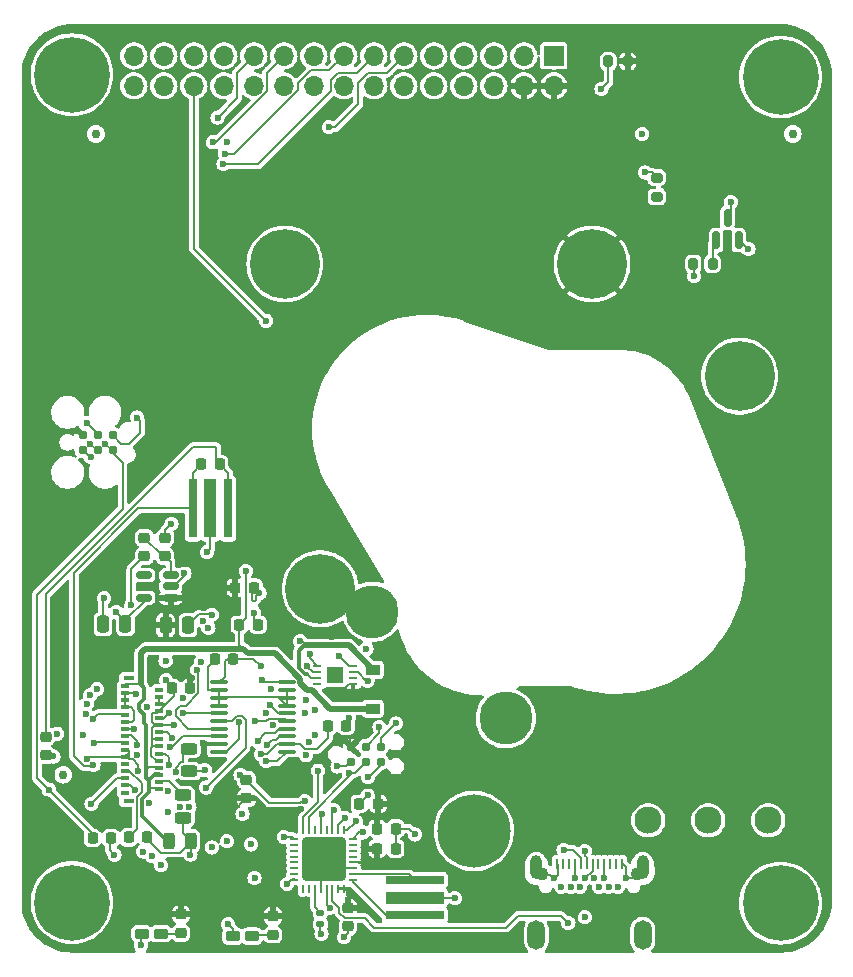
<source format=gbr>
G04 #@! TF.GenerationSoftware,KiCad,Pcbnew,8.0.4+dfsg-1*
G04 #@! TF.CreationDate,2024-08-05T10:13:43-04:00*
G04 #@! TF.ProjectId,SARD_Motherboard,53415244-5f4d-46f7-9468-6572626f6172,rev?*
G04 #@! TF.SameCoordinates,Original*
G04 #@! TF.FileFunction,Copper,L1,Top*
G04 #@! TF.FilePolarity,Positive*
%FSLAX46Y46*%
G04 Gerber Fmt 4.6, Leading zero omitted, Abs format (unit mm)*
G04 Created by KiCad (PCBNEW 8.0.4+dfsg-1) date 2024-08-05 10:13:43*
%MOMM*%
%LPD*%
G01*
G04 APERTURE LIST*
G04 Aperture macros list*
%AMRoundRect*
0 Rectangle with rounded corners*
0 $1 Rounding radius*
0 $2 $3 $4 $5 $6 $7 $8 $9 X,Y pos of 4 corners*
0 Add a 4 corners polygon primitive as box body*
4,1,4,$2,$3,$4,$5,$6,$7,$8,$9,$2,$3,0*
0 Add four circle primitives for the rounded corners*
1,1,$1+$1,$2,$3*
1,1,$1+$1,$4,$5*
1,1,$1+$1,$6,$7*
1,1,$1+$1,$8,$9*
0 Add four rect primitives between the rounded corners*
20,1,$1+$1,$2,$3,$4,$5,0*
20,1,$1+$1,$4,$5,$6,$7,0*
20,1,$1+$1,$6,$7,$8,$9,0*
20,1,$1+$1,$8,$9,$2,$3,0*%
G04 Aperture macros list end*
G04 #@! TA.AperFunction,ComponentPad*
%ADD10C,2.300000*%
G04 #@! TD*
G04 #@! TA.AperFunction,SMDPad,CuDef*
%ADD11RoundRect,0.218750X-0.218750X-0.256250X0.218750X-0.256250X0.218750X0.256250X-0.218750X0.256250X0*%
G04 #@! TD*
G04 #@! TA.AperFunction,SMDPad,CuDef*
%ADD12C,0.750000*%
G04 #@! TD*
G04 #@! TA.AperFunction,SMDPad,CuDef*
%ADD13RoundRect,0.218750X0.256250X-0.218750X0.256250X0.218750X-0.256250X0.218750X-0.256250X-0.218750X0*%
G04 #@! TD*
G04 #@! TA.AperFunction,SMDPad,CuDef*
%ADD14RoundRect,0.212500X-0.400000X-0.212500X0.400000X-0.212500X0.400000X0.212500X-0.400000X0.212500X0*%
G04 #@! TD*
G04 #@! TA.AperFunction,SMDPad,CuDef*
%ADD15R,1.360000X1.460000*%
G04 #@! TD*
G04 #@! TA.AperFunction,SMDPad,CuDef*
%ADD16R,0.750000X0.280000*%
G04 #@! TD*
G04 #@! TA.AperFunction,SMDPad,CuDef*
%ADD17R,1.200000X0.900000*%
G04 #@! TD*
G04 #@! TA.AperFunction,SMDPad,CuDef*
%ADD18R,0.280000X0.890000*%
G04 #@! TD*
G04 #@! TA.AperFunction,ComponentPad*
%ADD19C,0.600000*%
G04 #@! TD*
G04 #@! TA.AperFunction,ComponentPad*
%ADD20O,1.000000X2.000000*%
G04 #@! TD*
G04 #@! TA.AperFunction,ComponentPad*
%ADD21O,1.500000X2.500000*%
G04 #@! TD*
G04 #@! TA.AperFunction,ComponentPad*
%ADD22C,1.100000*%
G04 #@! TD*
G04 #@! TA.AperFunction,SMDPad,CuDef*
%ADD23RoundRect,0.218750X-0.256250X0.218750X-0.256250X-0.218750X0.256250X-0.218750X0.256250X0.218750X0*%
G04 #@! TD*
G04 #@! TA.AperFunction,SMDPad,CuDef*
%ADD24RoundRect,0.218750X0.218750X0.256250X-0.218750X0.256250X-0.218750X-0.256250X0.218750X-0.256250X0*%
G04 #@! TD*
G04 #@! TA.AperFunction,SMDPad,CuDef*
%ADD25R,0.700000X5.000000*%
G04 #@! TD*
G04 #@! TA.AperFunction,SMDPad,CuDef*
%ADD26R,1.000000X5.000000*%
G04 #@! TD*
G04 #@! TA.AperFunction,SMDPad,CuDef*
%ADD27C,0.787000*%
G04 #@! TD*
G04 #@! TA.AperFunction,SMDPad,CuDef*
%ADD28RoundRect,0.243750X-0.456250X0.243750X-0.456250X-0.243750X0.456250X-0.243750X0.456250X0.243750X0*%
G04 #@! TD*
G04 #@! TA.AperFunction,SMDPad,CuDef*
%ADD29RoundRect,0.243750X-0.243750X-0.456250X0.243750X-0.456250X0.243750X0.456250X-0.243750X0.456250X0*%
G04 #@! TD*
G04 #@! TA.AperFunction,SMDPad,CuDef*
%ADD30R,0.950000X0.400000*%
G04 #@! TD*
G04 #@! TA.AperFunction,SMDPad,CuDef*
%ADD31R,0.800000X0.300000*%
G04 #@! TD*
G04 #@! TA.AperFunction,SMDPad,CuDef*
%ADD32R,0.650000X0.300000*%
G04 #@! TD*
G04 #@! TA.AperFunction,SMDPad,CuDef*
%ADD33RoundRect,0.147500X-0.172500X0.147500X-0.172500X-0.147500X0.172500X-0.147500X0.172500X0.147500X0*%
G04 #@! TD*
G04 #@! TA.AperFunction,SMDPad,CuDef*
%ADD34RoundRect,0.225000X-0.250000X0.225000X-0.250000X-0.225000X0.250000X-0.225000X0.250000X0.225000X0*%
G04 #@! TD*
G04 #@! TA.AperFunction,SMDPad,CuDef*
%ADD35RoundRect,0.225000X-0.225000X-0.250000X0.225000X-0.250000X0.225000X0.250000X-0.225000X0.250000X0*%
G04 #@! TD*
G04 #@! TA.AperFunction,SMDPad,CuDef*
%ADD36R,5.000000X0.700000*%
G04 #@! TD*
G04 #@! TA.AperFunction,SMDPad,CuDef*
%ADD37R,5.000000X1.000000*%
G04 #@! TD*
G04 #@! TA.AperFunction,SMDPad,CuDef*
%ADD38RoundRect,0.062500X0.312500X0.062500X-0.312500X0.062500X-0.312500X-0.062500X0.312500X-0.062500X0*%
G04 #@! TD*
G04 #@! TA.AperFunction,SMDPad,CuDef*
%ADD39RoundRect,0.062500X0.062500X0.312500X-0.062500X0.312500X-0.062500X-0.312500X0.062500X-0.312500X0*%
G04 #@! TD*
G04 #@! TA.AperFunction,SMDPad,CuDef*
%ADD40RoundRect,0.249999X1.575001X1.575001X-1.575001X1.575001X-1.575001X-1.575001X1.575001X-1.575001X0*%
G04 #@! TD*
G04 #@! TA.AperFunction,SMDPad,CuDef*
%ADD41RoundRect,0.250000X-0.250000X-0.475000X0.250000X-0.475000X0.250000X0.475000X-0.250000X0.475000X0*%
G04 #@! TD*
G04 #@! TA.AperFunction,SMDPad,CuDef*
%ADD42RoundRect,0.250000X0.250000X0.475000X-0.250000X0.475000X-0.250000X-0.475000X0.250000X-0.475000X0*%
G04 #@! TD*
G04 #@! TA.AperFunction,SMDPad,CuDef*
%ADD43RoundRect,0.150000X0.512500X0.150000X-0.512500X0.150000X-0.512500X-0.150000X0.512500X-0.150000X0*%
G04 #@! TD*
G04 #@! TA.AperFunction,SMDPad,CuDef*
%ADD44RoundRect,0.100000X0.637500X0.100000X-0.637500X0.100000X-0.637500X-0.100000X0.637500X-0.100000X0*%
G04 #@! TD*
G04 #@! TA.AperFunction,SMDPad,CuDef*
%ADD45RoundRect,0.200000X-0.275000X0.200000X-0.275000X-0.200000X0.275000X-0.200000X0.275000X0.200000X0*%
G04 #@! TD*
G04 #@! TA.AperFunction,ComponentPad*
%ADD46C,6.400000*%
G04 #@! TD*
G04 #@! TA.AperFunction,ComponentPad*
%ADD47C,6.200000*%
G04 #@! TD*
G04 #@! TA.AperFunction,SMDPad,CuDef*
%ADD48RoundRect,0.200000X-0.200000X-0.275000X0.200000X-0.275000X0.200000X0.275000X-0.200000X0.275000X0*%
G04 #@! TD*
G04 #@! TA.AperFunction,SMDPad,CuDef*
%ADD49RoundRect,0.150000X0.150000X-0.587500X0.150000X0.587500X-0.150000X0.587500X-0.150000X-0.587500X0*%
G04 #@! TD*
G04 #@! TA.AperFunction,SMDPad,CuDef*
%ADD50RoundRect,0.225000X0.225000X0.250000X-0.225000X0.250000X-0.225000X-0.250000X0.225000X-0.250000X0*%
G04 #@! TD*
G04 #@! TA.AperFunction,ComponentPad*
%ADD51R,1.700000X1.700000*%
G04 #@! TD*
G04 #@! TA.AperFunction,ComponentPad*
%ADD52O,1.700000X1.700000*%
G04 #@! TD*
G04 #@! TA.AperFunction,SMDPad,CuDef*
%ADD53RoundRect,0.200000X0.200000X0.275000X-0.200000X0.275000X-0.200000X-0.275000X0.200000X-0.275000X0*%
G04 #@! TD*
G04 #@! TA.AperFunction,ComponentPad*
%ADD54C,5.900000*%
G04 #@! TD*
G04 #@! TA.AperFunction,ComponentPad*
%ADD55C,4.500000*%
G04 #@! TD*
G04 #@! TA.AperFunction,ViaPad*
%ADD56C,0.600000*%
G04 #@! TD*
G04 #@! TA.AperFunction,Conductor*
%ADD57C,0.200000*%
G04 #@! TD*
G04 #@! TA.AperFunction,Conductor*
%ADD58C,0.180000*%
G04 #@! TD*
G04 #@! TA.AperFunction,Conductor*
%ADD59C,0.350000*%
G04 #@! TD*
G04 #@! TA.AperFunction,Conductor*
%ADD60C,0.500000*%
G04 #@! TD*
G04 APERTURE END LIST*
D10*
X178930000Y-133100000D03*
X173850000Y-133100000D03*
X168770000Y-133100000D03*
D11*
X133812500Y-113400000D03*
X135387500Y-113400000D03*
D12*
X122000000Y-75000000D03*
D13*
X134750000Y-131237500D03*
X134750000Y-129662500D03*
D14*
X133587500Y-142900000D03*
X135212500Y-142900000D03*
D15*
X142260000Y-120800000D03*
D16*
X140760000Y-120050000D03*
X140760000Y-120550000D03*
X140760000Y-121050000D03*
X140760000Y-121550000D03*
X143760000Y-121550000D03*
X143760000Y-121050000D03*
X143760000Y-120550000D03*
X143760000Y-120050000D03*
D17*
X145450000Y-123650000D03*
X145450000Y-120350000D03*
D18*
X161050000Y-136825000D03*
X161550000Y-136825000D03*
X162050000Y-136825000D03*
X162550000Y-136825000D03*
X163050000Y-136825000D03*
X163550000Y-136825000D03*
X164050000Y-136825000D03*
X164550000Y-136825000D03*
X165050000Y-136825000D03*
X165550000Y-136825000D03*
X166050000Y-136825000D03*
X166550000Y-136825000D03*
D19*
X166850000Y-138030000D03*
X166200000Y-138730000D03*
X165400000Y-138730000D03*
X165000000Y-138030000D03*
X164600000Y-138730000D03*
X164200000Y-138030000D03*
X163400000Y-138030000D03*
X163000000Y-138730000D03*
X162600000Y-138030000D03*
X162200000Y-138730000D03*
X161400000Y-138730000D03*
X160750000Y-138030000D03*
D20*
X159300000Y-137080000D03*
D21*
X159300000Y-142830000D03*
D22*
X159750000Y-137630000D03*
X167850000Y-137630000D03*
D20*
X168300000Y-137080000D03*
D21*
X168300000Y-142830000D03*
D11*
X134152500Y-116540000D03*
X135727500Y-116540000D03*
D23*
X129200000Y-141062500D03*
X129200000Y-142637500D03*
X137000000Y-141212500D03*
X137000000Y-142787500D03*
D24*
X132487500Y-102950000D03*
X130912500Y-102950000D03*
D14*
X125883854Y-142700000D03*
X127508854Y-142700000D03*
D25*
X130200000Y-106700000D03*
D26*
X131700000Y-106700000D03*
D25*
X133200000Y-106700000D03*
D12*
X181000000Y-75000000D03*
D27*
X120870000Y-101735000D03*
X120870000Y-100465000D03*
X122140000Y-101735000D03*
X122140000Y-100465000D03*
X123410000Y-101735000D03*
X123410000Y-100465000D03*
D12*
X119250000Y-129250000D03*
D28*
X129900000Y-127062500D03*
X129900000Y-128937500D03*
X129400000Y-131000000D03*
X129400000Y-132875000D03*
D29*
X128162500Y-134850000D03*
X130037500Y-134850000D03*
D30*
X124762500Y-131450000D03*
X124762500Y-121050000D03*
D31*
X124487500Y-130750000D03*
D32*
X127362500Y-130450000D03*
D31*
X124487500Y-130150000D03*
D32*
X127362500Y-129850000D03*
D31*
X124487500Y-129550000D03*
D32*
X127362500Y-129250000D03*
D31*
X124487500Y-128950000D03*
D32*
X127362500Y-128650000D03*
D31*
X124487500Y-128350000D03*
D32*
X127362500Y-128050000D03*
D31*
X124487500Y-127750000D03*
D32*
X127362500Y-127450000D03*
D31*
X124487500Y-127150000D03*
D32*
X127362500Y-126850000D03*
D31*
X124487500Y-126550000D03*
D32*
X127362500Y-126250000D03*
D31*
X124487500Y-125950000D03*
D32*
X127362500Y-125650000D03*
D31*
X124487500Y-125350000D03*
D32*
X127362500Y-125050000D03*
D31*
X124487500Y-124750000D03*
D32*
X127362500Y-124450000D03*
D31*
X124487500Y-124150000D03*
D32*
X127362500Y-123850000D03*
D31*
X124487500Y-123550000D03*
D32*
X127362500Y-123250000D03*
D31*
X124487500Y-122950000D03*
D32*
X127362500Y-122650000D03*
D31*
X124487500Y-122350000D03*
D32*
X127362500Y-122050000D03*
D31*
X124487500Y-121750000D03*
D11*
X124762500Y-134550000D03*
X126337500Y-134550000D03*
D24*
X123287500Y-134600000D03*
X121712500Y-134600000D03*
D33*
X141000000Y-140915000D03*
X141000000Y-141885000D03*
D34*
X143350000Y-140525000D03*
X143350000Y-142075000D03*
D35*
X145825000Y-133800000D03*
X147375000Y-133800000D03*
X145825000Y-135500000D03*
X147375000Y-135500000D03*
D27*
X143602000Y-128143000D03*
X143602000Y-126873000D03*
X144872000Y-128143000D03*
X144872000Y-126873000D03*
X146142000Y-128143000D03*
X146142000Y-126873000D03*
D11*
X144312500Y-131700000D03*
X145887500Y-131700000D03*
D36*
X149000000Y-141150000D03*
D37*
X149000000Y-139650000D03*
D36*
X149000000Y-138150000D03*
D38*
X143755000Y-138170000D03*
X143755000Y-137670000D03*
X143755000Y-137170000D03*
X143755000Y-136670000D03*
X143755000Y-136170000D03*
X143755000Y-135670000D03*
X143755000Y-135170000D03*
X143755000Y-134670000D03*
D39*
X143030000Y-133945000D03*
X142530000Y-133945000D03*
X142030000Y-133945000D03*
X141530000Y-133945000D03*
X141030000Y-133945000D03*
X140530000Y-133945000D03*
X140030000Y-133945000D03*
X139530000Y-133945000D03*
D38*
X138805000Y-134670000D03*
X138805000Y-135170000D03*
X138805000Y-135670000D03*
X138805000Y-136170000D03*
X138805000Y-136670000D03*
X138805000Y-137170000D03*
X138805000Y-137670000D03*
X138805000Y-138170000D03*
D39*
X139530000Y-138895000D03*
X140030000Y-138895000D03*
X140530000Y-138895000D03*
X141030000Y-138895000D03*
X141530000Y-138895000D03*
X142030000Y-138895000D03*
X142530000Y-138895000D03*
X143030000Y-138895000D03*
D40*
X141280000Y-136420000D03*
D11*
X132062500Y-119450000D03*
X133637500Y-119450000D03*
D23*
X127850000Y-109162500D03*
X127850000Y-110737500D03*
D41*
X127900000Y-116600000D03*
X129800000Y-116600000D03*
D42*
X124500000Y-116500000D03*
X122600000Y-116500000D03*
D23*
X126100000Y-109162500D03*
X126100000Y-110737500D03*
D43*
X128337500Y-114250000D03*
X128337500Y-113300000D03*
X128337500Y-112350000D03*
X126062500Y-112350000D03*
X126062500Y-114250000D03*
D23*
X117750000Y-126012500D03*
X117750000Y-127587500D03*
D44*
X138172500Y-127285000D03*
X138172500Y-126635000D03*
X138172500Y-125985000D03*
X138172500Y-125335000D03*
X138172500Y-124685000D03*
X138172500Y-124035000D03*
X138172500Y-123385000D03*
X138172500Y-122735000D03*
X138172500Y-122085000D03*
X138172500Y-121435000D03*
X132447500Y-121435000D03*
X132447500Y-122085000D03*
X132447500Y-122735000D03*
X132447500Y-123385000D03*
X132447500Y-124035000D03*
X132447500Y-124685000D03*
X132447500Y-125335000D03*
X132447500Y-125985000D03*
X132447500Y-126635000D03*
X132447500Y-127285000D03*
D45*
X169485000Y-78680000D03*
X169485000Y-80330000D03*
D46*
X119975000Y-69975000D03*
D47*
X154000000Y-134000000D03*
D48*
X165380000Y-68825000D03*
X167030000Y-68825000D03*
D49*
X174525000Y-83982500D03*
X176425000Y-83982500D03*
X175475000Y-82107500D03*
D35*
X141645000Y-125100000D03*
X143195000Y-125100000D03*
D46*
X119975000Y-140075000D03*
D50*
X129975000Y-121900000D03*
X128425000Y-121900000D03*
D46*
X179975000Y-140125000D03*
D51*
X160775000Y-68375000D03*
D52*
X160775000Y-70915000D03*
X158235000Y-68375000D03*
X158235000Y-70915000D03*
X155695000Y-68375000D03*
X155695000Y-70915000D03*
X153155000Y-68375000D03*
X153155000Y-70915000D03*
X150615000Y-68375000D03*
X150615000Y-70915000D03*
X148075000Y-68375000D03*
X148075000Y-70915000D03*
X145535000Y-68375000D03*
X145535000Y-70915000D03*
X142995000Y-68375000D03*
X142995000Y-70915000D03*
X140455000Y-68375000D03*
X140455000Y-70915000D03*
X137915000Y-68375000D03*
X137915000Y-70915000D03*
X135375000Y-68375000D03*
X135375000Y-70915000D03*
X132835000Y-68375000D03*
X132835000Y-70915000D03*
X130295000Y-68375000D03*
X130295000Y-70915000D03*
X127755000Y-68375000D03*
X127755000Y-70915000D03*
X125215000Y-68375000D03*
X125215000Y-70915000D03*
D53*
X174220000Y-85995000D03*
X172570000Y-85995000D03*
D46*
X179975000Y-70175000D03*
D54*
X176500000Y-95500000D03*
X164000000Y-86000000D03*
X141000000Y-113500000D03*
X138000000Y-86000000D03*
D55*
X156700000Y-124450000D03*
X156700000Y-124450000D03*
X145400000Y-115450000D03*
X145400000Y-115450000D03*
D56*
X131800000Y-135400000D03*
X130900000Y-119700000D03*
X143400000Y-124400000D03*
X128595561Y-125012884D03*
X149000000Y-134300000D03*
X147400000Y-124900000D03*
X139673942Y-131469307D03*
X135960675Y-120079001D03*
X118714154Y-125769887D03*
X139900000Y-120000000D03*
X135850000Y-113852711D03*
X125400000Y-122400000D03*
X143000000Y-143000000D03*
X121213659Y-127945016D03*
X136861334Y-121985000D03*
X122700000Y-114300000D03*
X128400000Y-108000000D03*
X141000000Y-137400000D03*
X129500000Y-112200000D03*
X141100000Y-142700000D03*
X145000000Y-121300000D03*
X131800000Y-115700000D03*
X131400002Y-110400001D03*
X127955024Y-121250000D03*
X125500000Y-99000000D03*
X144900000Y-118600000D03*
X152400000Y-139700000D03*
X168250000Y-75000000D03*
X131228969Y-128850000D03*
X134241016Y-129288054D03*
X125600000Y-128900000D03*
X177250000Y-84750000D03*
X131400000Y-110400000D03*
X130000000Y-136000000D03*
X163398909Y-135701091D03*
X143100000Y-132900000D03*
X133200000Y-141900000D03*
X121551003Y-102338105D03*
X126000000Y-135750000D03*
X121250000Y-99500000D03*
X126350500Y-123550000D03*
X126746000Y-136144000D03*
X129350000Y-124000000D03*
X127508000Y-136906000D03*
X121537987Y-101220756D03*
X131329289Y-130329289D03*
X142156095Y-132249774D03*
X125800000Y-143700000D03*
X139292846Y-117942298D03*
X123721838Y-115446776D03*
X121800000Y-126575016D03*
X128200000Y-128450000D03*
X135975480Y-127499410D03*
X134700000Y-112000000D03*
X161600000Y-135599499D03*
X175750000Y-80750000D03*
X121794888Y-128419016D03*
X118400000Y-127700000D03*
X141800000Y-140500000D03*
X163400000Y-141300000D03*
X162000000Y-141800000D03*
X168500000Y-78250000D03*
X164800000Y-71200000D03*
X140085500Y-118999500D03*
X135400000Y-115525000D03*
X136419519Y-128102663D03*
X125471270Y-126728730D03*
X128460851Y-126092884D03*
X136470820Y-126735418D03*
X125010000Y-114878073D03*
X129350000Y-122711931D03*
X136045138Y-121245566D03*
X125510875Y-127546153D03*
X169681077Y-80134065D03*
X134131385Y-124817402D03*
X142600000Y-119200000D03*
X127900000Y-119600000D03*
X133096000Y-134874000D03*
X172663924Y-87042752D03*
X120946022Y-125850000D03*
X128750500Y-128991208D03*
X125332796Y-130519412D03*
X121624056Y-131703277D03*
X130564589Y-120370823D03*
X135699986Y-126400000D03*
X125260000Y-125409500D03*
X123570024Y-136029976D03*
X141183981Y-132550233D03*
X135430434Y-138013630D03*
X144000000Y-133200000D03*
X135138901Y-135138917D03*
X144627818Y-134127818D03*
X128300000Y-126900000D03*
X142448682Y-128538064D03*
X137900000Y-134500000D03*
X135500010Y-124700000D03*
X128150000Y-124050002D03*
X121723299Y-124544645D03*
X136709760Y-123336507D03*
X143441191Y-129101191D03*
X140800000Y-128900000D03*
X146005742Y-125232949D03*
X145042969Y-129460500D03*
X138194296Y-138487500D03*
X145000000Y-131000000D03*
X141725735Y-74425735D03*
X134406955Y-132570864D03*
X132800000Y-77557085D03*
X129913149Y-131940338D03*
X129100000Y-131938000D03*
X132906955Y-76670864D03*
X128100000Y-132400000D03*
X133100000Y-75700000D03*
X131900000Y-75700000D03*
X128137002Y-130600000D03*
X126537504Y-131641125D03*
X132300000Y-73600000D03*
X121150000Y-124061082D03*
X121235883Y-123236298D03*
X121526409Y-122501409D03*
X122090423Y-121997317D03*
X131520652Y-116808865D03*
X131060012Y-116216992D03*
X136400000Y-90800000D03*
X139800000Y-122900000D03*
X140530709Y-123766245D03*
X136369804Y-124004477D03*
X139674500Y-124000000D03*
X137010191Y-125072128D03*
X140568167Y-125864066D03*
X140051731Y-126500000D03*
X139799140Y-127601235D03*
X145000000Y-143250000D03*
X143400000Y-139300000D03*
X169469554Y-136842081D03*
X121700000Y-129565646D03*
X131165202Y-115116992D03*
X142914038Y-122038588D03*
X144900000Y-135400000D03*
X131094974Y-126575721D03*
X145060510Y-124682949D03*
X144670000Y-136670000D03*
X128200000Y-115400000D03*
X141975000Y-117575000D03*
X130125000Y-121045210D03*
X139394242Y-132165204D03*
X132800000Y-132500000D03*
X122025000Y-118025000D03*
X118000000Y-100300000D03*
X118000000Y-130500000D03*
X122799854Y-101210362D03*
D57*
X126700000Y-127625000D02*
X126700000Y-127000000D01*
X147375000Y-133800000D02*
X147375000Y-135500000D01*
X124700000Y-127100000D02*
X124800000Y-127200000D01*
X125137500Y-127950000D02*
X125600000Y-128412500D01*
X141000000Y-142600000D02*
X141100000Y-142700000D01*
X126411318Y-134777500D02*
X127481818Y-135848000D01*
X128643008Y-122569492D02*
X128643008Y-121849880D01*
X124500000Y-122300000D02*
X124500000Y-122900000D01*
X127063478Y-124975000D02*
X127375000Y-124975000D01*
X124800000Y-127200000D02*
X124800000Y-127400000D01*
X134375554Y-129288054D02*
X134241016Y-129288054D01*
X143195000Y-124605000D02*
X143400000Y-124400000D01*
D58*
X127362500Y-126850000D02*
X126850000Y-126850000D01*
D57*
X129152000Y-135848000D02*
X130000000Y-135000000D01*
X135387500Y-113592222D02*
X135184983Y-113794739D01*
X129400000Y-132875000D02*
X129400000Y-134200000D01*
X122600000Y-116500000D02*
X122600000Y-114400000D01*
X126787989Y-126200000D02*
X126787989Y-125250489D01*
X124800000Y-127400000D02*
X124500000Y-127700000D01*
X131766992Y-115666992D02*
X131800000Y-115700000D01*
X127481818Y-135848000D02*
X129152000Y-135848000D01*
X128558445Y-125050000D02*
X128595561Y-125012884D01*
X141050000Y-138875000D02*
X141050000Y-137450000D01*
X144150000Y-120550000D02*
X144900000Y-121300000D01*
D58*
X133149500Y-119450000D02*
X132949500Y-119650000D01*
D57*
X135184983Y-113794739D02*
X135184983Y-114416060D01*
X127362500Y-122650000D02*
X127362500Y-123250000D01*
X139309246Y-131535118D02*
X139608131Y-131535118D01*
X124800000Y-127900000D02*
X124850000Y-127950000D01*
X127850000Y-108550000D02*
X128200000Y-108200000D01*
X160301429Y-137705001D02*
X160299516Y-137709832D01*
X146142000Y-126873000D02*
X146142000Y-126158000D01*
X166850000Y-138005000D02*
X166850000Y-137050000D01*
X124850000Y-127950000D02*
X125137500Y-127950000D01*
X125087500Y-124750000D02*
X125200000Y-124637500D01*
X144900000Y-121300000D02*
X145000000Y-121300000D01*
X133637500Y-119450000D02*
X135331674Y-119450000D01*
X139608131Y-131535118D02*
X139673942Y-131469307D01*
X143760000Y-120550000D02*
X144150000Y-120550000D01*
X135331674Y-119450000D02*
X135960675Y-120079001D01*
X176482500Y-83982500D02*
X177250000Y-84750000D01*
X128200000Y-108200000D02*
X128400000Y-108000000D01*
X126787989Y-125250489D02*
X127063478Y-124975000D01*
X161100000Y-136800000D02*
X161100000Y-137700000D01*
X127300000Y-128000000D02*
X127075000Y-128000000D01*
X166850000Y-138005000D02*
X167274264Y-138005000D01*
X127362500Y-126250000D02*
X126837989Y-126250000D01*
X126837989Y-126250000D02*
X126787989Y-126200000D01*
X140760000Y-120550000D02*
X140351041Y-120550000D01*
X131141469Y-128937500D02*
X131228969Y-128850000D01*
X160750000Y-138005000D02*
X160450001Y-137705001D01*
X127362500Y-123250000D02*
X127750000Y-123250000D01*
X130037500Y-135962500D02*
X130000000Y-136000000D01*
X132949500Y-120933000D02*
X132949500Y-119650000D01*
X125200000Y-123812500D02*
X124937500Y-123550000D01*
X141000000Y-141885000D02*
X141000000Y-142600000D01*
X125350000Y-122350000D02*
X125400000Y-122400000D01*
X135302140Y-114533217D02*
X135467826Y-114533217D01*
X129400000Y-134200000D02*
X129850000Y-134650000D01*
X127362500Y-125050000D02*
X128558445Y-125050000D01*
X136687500Y-131600000D02*
X139244364Y-131600000D01*
X123410000Y-100465000D02*
X124165500Y-101220500D01*
X135467826Y-114533217D02*
X135584983Y-114416060D01*
X135184983Y-114416060D02*
X135302140Y-114533217D01*
X140351041Y-120550000D02*
X139900000Y-120098959D01*
X124500000Y-123500000D02*
X124500000Y-122900000D01*
X160450001Y-137705001D02*
X160301429Y-137705001D01*
D58*
X133637500Y-119450000D02*
X133149500Y-119450000D01*
D57*
X125200000Y-124637500D02*
X125200000Y-123812500D01*
X124487500Y-127750000D02*
X121408675Y-127750000D01*
X143775000Y-137150000D02*
X142700000Y-137150000D01*
X128425000Y-121719976D02*
X127955024Y-121250000D01*
X129800000Y-116600000D02*
X130733008Y-115666992D01*
X128337500Y-113300000D02*
X128615685Y-113300000D01*
X129500000Y-112415685D02*
X129500000Y-112200000D01*
X126787989Y-126912011D02*
X126787989Y-126200000D01*
X125600000Y-128412500D02*
X125600000Y-128900000D01*
X143350000Y-142650000D02*
X143000000Y-143000000D01*
X143195000Y-125100000D02*
X143195000Y-124605000D01*
X124809928Y-101220500D02*
X125750000Y-100280428D01*
X139244364Y-131600000D02*
X139309246Y-131535118D01*
X167274264Y-138005000D02*
X167376136Y-137903129D01*
X131700000Y-110100000D02*
X131700000Y-106700000D01*
X122600000Y-114400000D02*
X122700000Y-114300000D01*
X124487500Y-122350000D02*
X125350000Y-122350000D01*
X135584983Y-114117728D02*
X135850000Y-113852711D01*
X128615685Y-113300000D02*
X129500000Y-112415685D01*
X134750000Y-129662500D02*
X134375554Y-129288054D01*
X139900000Y-120098959D02*
X139900000Y-120000000D01*
X132447500Y-121435000D02*
X132949500Y-120933000D01*
X130733008Y-115666992D02*
X131766992Y-115666992D01*
X131400000Y-110400000D02*
X131700000Y-110100000D01*
X147375000Y-133800000D02*
X148500000Y-133800000D01*
X127375000Y-125000000D02*
X127000000Y-125000000D01*
X152350000Y-139650000D02*
X152400000Y-139700000D01*
X127750000Y-123250000D02*
X127856250Y-123356250D01*
X127162500Y-124050000D02*
X127856250Y-123356250D01*
X146142000Y-126158000D02*
X147400000Y-124900000D01*
X125750000Y-100280428D02*
X125750000Y-99250000D01*
X125750000Y-99250000D02*
X125500000Y-99000000D01*
X121408675Y-127750000D02*
X121213659Y-127945016D01*
X124487500Y-124750000D02*
X125087500Y-124750000D01*
X127850000Y-109162500D02*
X127850000Y-108550000D01*
X134750000Y-129662500D02*
X136687500Y-131600000D01*
X149000000Y-139650000D02*
X152350000Y-139650000D01*
X127075000Y-128000000D02*
X126700000Y-127625000D01*
X127856250Y-123356250D02*
X128643008Y-122569492D01*
X126700000Y-127000000D02*
X126787989Y-126912011D01*
X129900000Y-128937500D02*
X131141469Y-128937500D01*
X130037500Y-134850000D02*
X130037500Y-135962500D01*
X127000000Y-125000000D02*
X126787500Y-124787500D01*
X148500000Y-133800000D02*
X149000000Y-134300000D01*
X124937500Y-123550000D02*
X124487500Y-123550000D01*
X124165500Y-101220500D02*
X124809928Y-101220500D01*
D58*
X126850000Y-126850000D02*
X126787989Y-126912011D01*
D57*
X161100000Y-137700000D02*
X160800000Y-138000000D01*
X143350000Y-142075000D02*
X143350000Y-142650000D01*
X124800000Y-127400000D02*
X124800000Y-127900000D01*
X166850000Y-137050000D02*
X166550000Y-136750000D01*
X126787500Y-124787500D02*
X126787500Y-124050000D01*
X128425000Y-121900000D02*
X128425000Y-121719976D01*
X167376136Y-137903129D02*
X167377665Y-137904757D01*
X135584983Y-114416060D02*
X135584983Y-114117728D01*
X126787500Y-124050000D02*
X127162500Y-124050000D01*
X141000000Y-140915000D02*
X140550000Y-140465000D01*
X140550000Y-140465000D02*
X140550000Y-138800000D01*
X164050000Y-137370002D02*
X163420002Y-138000000D01*
X164050000Y-136800000D02*
X164050000Y-137370002D01*
X163398909Y-136089887D02*
X163398909Y-135701091D01*
X163550000Y-136800000D02*
X163550000Y-136240978D01*
X163550000Y-136240978D02*
X163398909Y-136089887D01*
X165050000Y-136800000D02*
X165050000Y-137950000D01*
X162550000Y-136800000D02*
X162550000Y-137850000D01*
X137000000Y-142787500D02*
X135325000Y-142787500D01*
X142530000Y-133470000D02*
X143100000Y-132900000D01*
X133587500Y-142900000D02*
X133587500Y-142287500D01*
X142530000Y-133945000D02*
X142530000Y-133470000D01*
X133587500Y-142287500D02*
X133200000Y-141900000D01*
X121551003Y-102338105D02*
X121473105Y-102338105D01*
X121473105Y-102338105D02*
X120870000Y-101735000D01*
X122140000Y-100390000D02*
X121250000Y-99500000D01*
X129385000Y-124035000D02*
X129350000Y-124000000D01*
X132447500Y-124035000D02*
X129385000Y-124035000D01*
X134681385Y-124589584D02*
X134681385Y-126977193D01*
X121537987Y-101220756D02*
X122052231Y-101735000D01*
X133485969Y-124685000D02*
X133903567Y-124267402D01*
X132447500Y-124685000D02*
X133485969Y-124685000D01*
X134359203Y-124267402D02*
X134681385Y-124589584D01*
X133903567Y-124267402D02*
X134359203Y-124267402D01*
X134681385Y-126977193D02*
X131329289Y-130329289D01*
X130200000Y-101500000D02*
X132200000Y-101500000D01*
X133200000Y-106700000D02*
X133200000Y-103662500D01*
X133200000Y-103662500D02*
X132487500Y-102950000D01*
X132200000Y-101500000D02*
X132200000Y-102662500D01*
X117750000Y-113950000D02*
X130200000Y-101500000D01*
X117750000Y-126012500D02*
X117750000Y-113950000D01*
X127508854Y-142700000D02*
X129137500Y-142700000D01*
X142156095Y-132249774D02*
X142030000Y-132375869D01*
X142030000Y-132375869D02*
X142030000Y-133945000D01*
X125800000Y-143700000D02*
X125800000Y-142783854D01*
X140250000Y-121050000D02*
X139900000Y-120700000D01*
X139800000Y-118300000D02*
X139442298Y-117942298D01*
D59*
X139175000Y-118741116D02*
X139616116Y-118300000D01*
D57*
X139442298Y-117942298D02*
X139292846Y-117942298D01*
D59*
X139700000Y-120700000D02*
X139175000Y-120175000D01*
D60*
X143400000Y-118300000D02*
X139800000Y-118300000D01*
D59*
X139616116Y-118300000D02*
X139800000Y-118300000D01*
X139900000Y-120700000D02*
X139700000Y-120700000D01*
D57*
X140760000Y-121050000D02*
X140250000Y-121050000D01*
D59*
X139175000Y-120175000D02*
X139175000Y-118741116D01*
D60*
X145450000Y-120350000D02*
X143400000Y-118300000D01*
D57*
X124500000Y-116224938D02*
X123721838Y-115446776D01*
X127362500Y-127450000D02*
X127887500Y-127450000D01*
X140750000Y-127050000D02*
X141645000Y-126155000D01*
X128200000Y-127762500D02*
X128200000Y-128450000D01*
X141645000Y-126155000D02*
X141645000Y-125100000D01*
X139261682Y-126635000D02*
X139676682Y-127050000D01*
X124500000Y-116500000D02*
X124500000Y-116224938D01*
X126062500Y-114602072D02*
X126062500Y-114350000D01*
X124500000Y-115912500D02*
X124752072Y-115912500D01*
X137349056Y-126635000D02*
X136484646Y-127499410D01*
X138172500Y-126635000D02*
X137349056Y-126635000D01*
X127887500Y-127450000D02*
X128200000Y-127762500D01*
X138172500Y-126635000D02*
X139261682Y-126635000D01*
X136484646Y-127499410D02*
X135975480Y-127499410D01*
X124752072Y-115912500D02*
X126062500Y-114602072D01*
X121875016Y-126500000D02*
X121800000Y-126575016D01*
X124500000Y-126500000D02*
X121875016Y-126500000D01*
X139676682Y-127050000D02*
X140750000Y-127050000D01*
D59*
X127000000Y-129200000D02*
X127375000Y-129200000D01*
D57*
X134152500Y-118252500D02*
X134475000Y-118575000D01*
D60*
X137136827Y-118950000D02*
X139310000Y-121123173D01*
D57*
X124500000Y-121600000D02*
X125800000Y-121600000D01*
D60*
X139310000Y-121510000D02*
X139890000Y-122090000D01*
X139890000Y-122090000D02*
X140290000Y-122090000D01*
D59*
X125726000Y-123806000D02*
X125610000Y-123690000D01*
X125912500Y-132770500D02*
X127742000Y-134600000D01*
X126225489Y-125070711D02*
X126060000Y-124905222D01*
X126060000Y-124142677D02*
X125726000Y-123808677D01*
D57*
X127375000Y-130400000D02*
X126670562Y-130400000D01*
D60*
X134475000Y-118575000D02*
X134850000Y-118950000D01*
D59*
X127742000Y-134600000D02*
X128200000Y-134600000D01*
D60*
X125800000Y-121600000D02*
X125800000Y-118930000D01*
D59*
X126277697Y-129507135D02*
X126485281Y-129714719D01*
D57*
X126455394Y-128600000D02*
X126277697Y-128777697D01*
D59*
X126277697Y-128777697D02*
X126277697Y-127877069D01*
X126277697Y-128777697D02*
X126277697Y-129507135D01*
X126277697Y-127877069D02*
X126225489Y-127824861D01*
D57*
X134700000Y-115992500D02*
X134700000Y-112000000D01*
D59*
X125912500Y-131318567D02*
X125912500Y-132770500D01*
D60*
X126155000Y-118575000D02*
X134475000Y-118575000D01*
D59*
X126485281Y-130745786D02*
X125912500Y-131318567D01*
X126060000Y-124905222D02*
X126060000Y-124142677D01*
D57*
X127375000Y-128600000D02*
X126455394Y-128600000D01*
D59*
X125610000Y-123250000D02*
X126060000Y-122800000D01*
D60*
X139310000Y-121123173D02*
X139310000Y-121510000D01*
D59*
X126485281Y-130214719D02*
X126485281Y-130745786D01*
X126060000Y-122800000D02*
X126060000Y-121860000D01*
D60*
X141850000Y-123650000D02*
X145450000Y-123650000D01*
D57*
X134152500Y-116540000D02*
X134700000Y-115992500D01*
D60*
X134850000Y-118950000D02*
X137136827Y-118950000D01*
D59*
X126060000Y-121860000D02*
X125800000Y-121600000D01*
X125610000Y-123690000D02*
X125610000Y-123250000D01*
D57*
X134152500Y-116540000D02*
X134152500Y-118252500D01*
D60*
X140290000Y-122090000D02*
X141850000Y-123650000D01*
D59*
X126485281Y-129714719D02*
X127000000Y-129200000D01*
D60*
X125800000Y-118930000D02*
X126155000Y-118575000D01*
D59*
X126225489Y-127824861D02*
X126225489Y-125070711D01*
X125726000Y-123808677D02*
X125726000Y-123806000D01*
D57*
X126670562Y-130400000D02*
X126485281Y-130214719D01*
D59*
X126485281Y-129714719D02*
X126485281Y-130214719D01*
D57*
X163100000Y-136290000D02*
X163100000Y-136800000D01*
X161600000Y-135599499D02*
X162409499Y-135599499D01*
X162409499Y-135599499D02*
X163100000Y-136290000D01*
X174220000Y-85995000D02*
X174220000Y-84287500D01*
X174220000Y-84287500D02*
X174525000Y-83982500D01*
X175750000Y-81832500D02*
X175475000Y-82107500D01*
X175750000Y-80750000D02*
X175750000Y-81832500D01*
X121719145Y-128494759D02*
X121794888Y-128419016D01*
X130200000Y-106700000D02*
X130200000Y-103662500D01*
X130200000Y-106700000D02*
X125600000Y-106700000D01*
X130200000Y-103662500D02*
X130912500Y-102950000D01*
X120149953Y-112150047D02*
X120149953Y-127659128D01*
X120149953Y-127659128D02*
X120985584Y-128494759D01*
X120985584Y-128494759D02*
X121719145Y-128494759D01*
X125600000Y-106700000D02*
X120149953Y-112150047D01*
X117750000Y-127587500D02*
X118287500Y-127587500D01*
X118287500Y-127587500D02*
X118400000Y-127700000D01*
X141800000Y-140500000D02*
X141550000Y-140250000D01*
X141550000Y-140250000D02*
X141550000Y-138875000D01*
X161400000Y-141200000D02*
X162000000Y-141800000D01*
X142030000Y-139952182D02*
X142600000Y-140522182D01*
X144752818Y-141375000D02*
X145577818Y-142200000D01*
X142030000Y-138895000D02*
X142030000Y-139952182D01*
X145577818Y-142200000D02*
X156700000Y-142200000D01*
X156700000Y-142200000D02*
X157700000Y-141200000D01*
X143053249Y-141375000D02*
X144752818Y-141375000D01*
X157700000Y-141200000D02*
X161400000Y-141200000D01*
X142600000Y-140522182D02*
X142600000Y-140921751D01*
X142600000Y-140921751D02*
X143053249Y-141375000D01*
X168500000Y-78250000D02*
X169055000Y-78250000D01*
X169055000Y-78250000D02*
X169485000Y-78680000D01*
X165380000Y-70620000D02*
X164800000Y-71200000D01*
X165380000Y-68825000D02*
X165380000Y-70620000D01*
X127675000Y-110737500D02*
X126100000Y-109162500D01*
X128337500Y-111225000D02*
X127850000Y-110737500D01*
X128337500Y-112450000D02*
X128337500Y-111225000D01*
X135400000Y-116212500D02*
X135727500Y-116540000D01*
X140085500Y-118999500D02*
X140085500Y-119375500D01*
X135400000Y-115525000D02*
X135400000Y-116212500D01*
X140085500Y-119375500D02*
X140760000Y-120050000D01*
X138172500Y-122085000D02*
X138172500Y-122735000D01*
X131475000Y-122085000D02*
X132447500Y-122085000D01*
X132447500Y-122735000D02*
X132542500Y-122640000D01*
X131454263Y-120145737D02*
X131454263Y-122064263D01*
X132062500Y-119537500D02*
X131454263Y-120145737D01*
X138172500Y-123385000D02*
X138172500Y-122735000D01*
X132542500Y-122640000D02*
X137427500Y-122640000D01*
X131454263Y-122064263D02*
X131475000Y-122085000D01*
X137427500Y-122640000D02*
X138172500Y-123385000D01*
X132447500Y-122085000D02*
X132447500Y-122735000D01*
X132447500Y-122735000D02*
X132447500Y-123385000D01*
X137354837Y-128102663D02*
X136419519Y-128102663D01*
X124500000Y-125900000D02*
X124982889Y-125900000D01*
X125471270Y-126388381D02*
X125471270Y-126728730D01*
X124982889Y-125900000D02*
X125471270Y-126388381D01*
X138172500Y-127285000D02*
X137354837Y-128102663D01*
X136921238Y-126285000D02*
X136470820Y-126735418D01*
X128017967Y-125650000D02*
X128460851Y-126092884D01*
X127362500Y-125650000D02*
X128017967Y-125650000D01*
X137290025Y-126285000D02*
X136921238Y-126285000D01*
X137590025Y-125985000D02*
X137290025Y-126285000D01*
X124978702Y-114846775D02*
X125010000Y-114878073D01*
X124978702Y-111858798D02*
X124978702Y-114846775D01*
X126100000Y-110737500D02*
X124978702Y-111858798D01*
X138172500Y-121435000D02*
X136234572Y-121435000D01*
X136234572Y-121435000D02*
X136045138Y-121245566D01*
X148520000Y-137670000D02*
X149000000Y-138150000D01*
X143755000Y-137670000D02*
X148520000Y-137670000D01*
X149000000Y-141150000D02*
X146550000Y-141150000D01*
X143755000Y-138355000D02*
X143755000Y-138170000D01*
X146550000Y-141150000D02*
X143755000Y-138355000D01*
X134131385Y-126183590D02*
X134131385Y-124817402D01*
X133029975Y-127285000D02*
X134131385Y-126183590D01*
X143760000Y-120050000D02*
X143450000Y-120050000D01*
X143450000Y-120050000D02*
X142600000Y-119200000D01*
X172600000Y-86025000D02*
X172600000Y-86978828D01*
X172600000Y-86978828D02*
X172663924Y-87042752D01*
X124500000Y-130100000D02*
X124913384Y-130100000D01*
X129239232Y-128200000D02*
X129400000Y-128200000D01*
X129400000Y-128200000D02*
X129400000Y-127380000D01*
X124913384Y-130100000D02*
X125332796Y-130519412D01*
X128750500Y-128991208D02*
X128750500Y-128688732D01*
X128750500Y-128688732D02*
X129239232Y-128200000D01*
X128200000Y-129800000D02*
X127375000Y-129800000D01*
X129400000Y-131000000D02*
X128200000Y-129800000D01*
X123827333Y-129500000D02*
X124500000Y-129500000D01*
X121624056Y-131703277D02*
X123827333Y-129500000D01*
X125882796Y-129960614D02*
X124822182Y-128900000D01*
X125487500Y-133825000D02*
X125487500Y-131142526D01*
X124822182Y-128900000D02*
X124500000Y-128900000D01*
X125882796Y-130747230D02*
X125882796Y-129960614D01*
X124762500Y-134550000D02*
X125487500Y-133825000D01*
X125487500Y-131142526D02*
X125882796Y-130747230D01*
X129627986Y-123400000D02*
X130675000Y-122352986D01*
X128750000Y-123751471D02*
X129101471Y-123400000D01*
X130675000Y-120481234D02*
X130564589Y-120370823D01*
X129836471Y-125335000D02*
X128750000Y-124248529D01*
X132447500Y-125335000D02*
X129836471Y-125335000D01*
X128750000Y-124248529D02*
X128750000Y-123751471D01*
X129101471Y-123400000D02*
X129627986Y-123400000D01*
X130675000Y-122352986D02*
X130675000Y-120481234D01*
X137181525Y-125743500D02*
X136356486Y-125743500D01*
X136356486Y-125743500D02*
X135699986Y-126400000D01*
X137620884Y-125304141D02*
X137181525Y-125743500D01*
D58*
X124609500Y-125409500D02*
X125260000Y-125409500D01*
D57*
X123570024Y-136029976D02*
X123187500Y-135647452D01*
X141030000Y-133945000D02*
X141030000Y-132704214D01*
X123187500Y-135647452D02*
X123187500Y-134900000D01*
X141030000Y-132704214D02*
X141183981Y-132550233D01*
X143255000Y-133945000D02*
X143900000Y-133300000D01*
X143900000Y-133300000D02*
X144000000Y-133200000D01*
X143030000Y-133945000D02*
X143255000Y-133945000D01*
X144297182Y-134127818D02*
X144627818Y-134127818D01*
X143755000Y-134670000D02*
X144297182Y-134127818D01*
X132447500Y-125985000D02*
X129346553Y-125985000D01*
X129346553Y-125985000D02*
X128431553Y-126900000D01*
X128431553Y-126900000D02*
X128300000Y-126900000D01*
X143206936Y-128538064D02*
X142448682Y-128538064D01*
X143602000Y-128143000D02*
X143206936Y-128538064D01*
X138635000Y-134500000D02*
X138805000Y-134670000D01*
X137900000Y-134500000D02*
X138635000Y-134500000D01*
X138172500Y-124685000D02*
X138009628Y-124522128D01*
X127500000Y-124500000D02*
X127700002Y-124500000D01*
X127700002Y-124500000D02*
X128150000Y-124050002D01*
X138009628Y-124522128D02*
X136614269Y-124522128D01*
X136614269Y-124522128D02*
X136436397Y-124700000D01*
X136436397Y-124700000D02*
X135500010Y-124700000D01*
X122167944Y-124100000D02*
X121723299Y-124544645D01*
X136709760Y-123336507D02*
X136714325Y-123336507D01*
X136714325Y-123336507D02*
X137412818Y-124035000D01*
X124500000Y-124100000D02*
X122167944Y-124100000D01*
X137412818Y-124035000D02*
X138172500Y-124035000D01*
X140030000Y-133945000D02*
X140030000Y-132802238D01*
X144872000Y-128143000D02*
X143913809Y-129101191D01*
X143441191Y-129391047D02*
X143441191Y-129101191D01*
X143913809Y-129101191D02*
X143441191Y-129101191D01*
X140030000Y-132802238D02*
X143441191Y-129391047D01*
X144872000Y-126873000D02*
X146005742Y-125739258D01*
X139530000Y-132807264D02*
X140800000Y-131537264D01*
X140800000Y-131537264D02*
X140800000Y-128900000D01*
X146005742Y-125739258D02*
X146005742Y-125232949D01*
X139530000Y-133945000D02*
X139530000Y-132807264D01*
X146142000Y-128401067D02*
X145082567Y-129460500D01*
X138581796Y-138100000D02*
X138194296Y-138487500D01*
X145082567Y-129460500D02*
X145042969Y-129460500D01*
X144312500Y-131687500D02*
X145000000Y-131000000D01*
X144312500Y-131700000D02*
X144312500Y-131687500D01*
X138825000Y-138100000D02*
X138581796Y-138100000D01*
X146635000Y-69815000D02*
X145079365Y-69815000D01*
X145079365Y-69815000D02*
X144200000Y-70694365D01*
X148075000Y-68375000D02*
X146635000Y-69815000D01*
X144200000Y-70694365D02*
X144200000Y-72451470D01*
X144200000Y-72451470D02*
X142225735Y-74425735D01*
X142225735Y-74425735D02*
X141725735Y-74425735D01*
X145535000Y-68375000D02*
X144095000Y-69815000D01*
X135708550Y-77557085D02*
X132800000Y-77557085D01*
X141895000Y-71370635D02*
X135708550Y-77557085D01*
X142539365Y-69815000D02*
X141895000Y-70459365D01*
X144095000Y-69815000D02*
X142539365Y-69815000D01*
X141895000Y-70459365D02*
X141895000Y-71370635D01*
X142995000Y-68375000D02*
X141770000Y-69600000D01*
X140214365Y-69600000D02*
X139100000Y-70714365D01*
X139100000Y-70714365D02*
X139100000Y-71285635D01*
X139100000Y-71285635D02*
X133714771Y-76670864D01*
X133714771Y-76670864D02*
X132906955Y-76670864D01*
X141770000Y-69600000D02*
X140214365Y-69600000D01*
X136475000Y-71370635D02*
X136475000Y-69815000D01*
X131900000Y-75700000D02*
X132145635Y-75700000D01*
X132145635Y-75700000D02*
X136475000Y-71370635D01*
X136475000Y-69815000D02*
X137915000Y-68375000D01*
X133935000Y-69815000D02*
X133935000Y-71965000D01*
X133935000Y-71965000D02*
X132300000Y-73600000D01*
X135375000Y-68375000D02*
X133935000Y-69815000D01*
X130295000Y-70915000D02*
X130295000Y-84695000D01*
X130295000Y-84695000D02*
X136400000Y-90800000D01*
X129975000Y-121900000D02*
X129975000Y-121195210D01*
X131154253Y-126635000D02*
X131094974Y-126575721D01*
X120705000Y-100300000D02*
X118000000Y-100300000D01*
X145000000Y-135500000D02*
X144900000Y-135400000D01*
X143030000Y-138930000D02*
X143400000Y-139300000D01*
X144700000Y-136700000D02*
X144670000Y-136670000D01*
X132447500Y-126635000D02*
X131154253Y-126635000D01*
X143755000Y-136670000D02*
X144670000Y-136670000D01*
X127900000Y-116600000D02*
X127900000Y-115700000D01*
X143550000Y-126850000D02*
X143550000Y-126190233D01*
X143550000Y-126190233D02*
X145057284Y-124682949D01*
X127900000Y-115700000D02*
X128200000Y-115400000D01*
X129975000Y-121195210D02*
X130125000Y-121045210D01*
X145057284Y-124682949D02*
X145060510Y-124682949D01*
X133487500Y-132500000D02*
X134750000Y-131237500D01*
X145825000Y-135500000D02*
X145000000Y-135500000D01*
X142500000Y-138900000D02*
X142950000Y-138900000D01*
X143750000Y-121550000D02*
X143402626Y-121550000D01*
X143402626Y-121550000D02*
X142914038Y-122038588D01*
X132800000Y-132500000D02*
X133487500Y-132500000D01*
X123410000Y-101735000D02*
X123410000Y-101971007D01*
X123324492Y-101735000D02*
X122799854Y-101210362D01*
X121612500Y-134112500D02*
X118000000Y-130500000D01*
X123410000Y-101971007D02*
X124262500Y-102823507D01*
X121612500Y-134900000D02*
X121612500Y-134112500D01*
X117000000Y-129500000D02*
X118000000Y-130500000D01*
X124262500Y-106737500D02*
X117000000Y-114000000D01*
X117000000Y-114000000D02*
X117000000Y-129500000D01*
X124262500Y-102823507D02*
X124262500Y-106737500D01*
G04 #@! TA.AperFunction,Conductor*
G36*
X180002855Y-65700632D02*
G01*
X180390991Y-65718576D01*
X180402381Y-65719632D01*
X180784363Y-65772916D01*
X180795607Y-65775018D01*
X181171043Y-65863320D01*
X181182033Y-65866447D01*
X181547732Y-65989017D01*
X181558399Y-65993150D01*
X181911212Y-66148932D01*
X181921465Y-66154037D01*
X182258382Y-66341699D01*
X182268120Y-66347728D01*
X182557992Y-66546295D01*
X182586303Y-66565688D01*
X182595443Y-66572591D01*
X182892143Y-66818968D01*
X182900607Y-66826684D01*
X183173315Y-67099392D01*
X183181031Y-67107856D01*
X183427408Y-67404556D01*
X183434311Y-67413696D01*
X183652271Y-67731879D01*
X183658300Y-67741617D01*
X183845962Y-68078534D01*
X183851067Y-68088787D01*
X184006849Y-68441600D01*
X184010987Y-68452280D01*
X184133548Y-68817953D01*
X184136682Y-68828969D01*
X184224979Y-69204384D01*
X184227084Y-69215643D01*
X184280366Y-69597611D01*
X184281423Y-69609015D01*
X184299368Y-69997144D01*
X184299500Y-70002871D01*
X184299500Y-139997128D01*
X184299368Y-140002855D01*
X184281423Y-140390984D01*
X184280366Y-140402388D01*
X184227084Y-140784356D01*
X184224979Y-140795615D01*
X184136682Y-141171030D01*
X184133548Y-141182046D01*
X184010987Y-141547719D01*
X184006849Y-141558399D01*
X183851067Y-141911212D01*
X183845962Y-141921465D01*
X183658300Y-142258382D01*
X183652271Y-142268120D01*
X183434311Y-142586303D01*
X183427408Y-142595443D01*
X183181031Y-142892143D01*
X183173315Y-142900607D01*
X182900607Y-143173315D01*
X182892143Y-143181031D01*
X182595443Y-143427408D01*
X182586303Y-143434311D01*
X182268120Y-143652271D01*
X182258382Y-143658300D01*
X181921465Y-143845962D01*
X181911212Y-143851067D01*
X181558399Y-144006849D01*
X181547719Y-144010987D01*
X181182046Y-144133548D01*
X181171030Y-144136682D01*
X180795615Y-144224979D01*
X180784356Y-144227084D01*
X180402388Y-144280366D01*
X180390984Y-144281423D01*
X180002855Y-144299368D01*
X179997128Y-144299500D01*
X169115495Y-144299500D01*
X169048456Y-144279815D01*
X169002701Y-144227011D01*
X168992757Y-144157853D01*
X169021782Y-144094297D01*
X169027814Y-144087819D01*
X169115974Y-143999658D01*
X169115975Y-143999657D01*
X169115977Y-143999655D01*
X169230941Y-143827598D01*
X169310130Y-143636420D01*
X169350500Y-143433465D01*
X169350500Y-142226535D01*
X169310130Y-142023580D01*
X169230941Y-141832402D01*
X169115977Y-141660345D01*
X169115975Y-141660342D01*
X168969657Y-141514024D01*
X168824655Y-141417138D01*
X168797598Y-141399059D01*
X168777893Y-141390897D01*
X168606420Y-141319870D01*
X168606412Y-141319868D01*
X168403469Y-141279500D01*
X168403465Y-141279500D01*
X168196535Y-141279500D01*
X168196530Y-141279500D01*
X167993587Y-141319868D01*
X167993579Y-141319870D01*
X167802403Y-141399058D01*
X167630342Y-141514024D01*
X167484024Y-141660342D01*
X167369058Y-141832403D01*
X167289870Y-142023579D01*
X167289868Y-142023587D01*
X167249500Y-142226530D01*
X167249500Y-143433469D01*
X167288653Y-143630304D01*
X167289870Y-143636420D01*
X167369059Y-143827598D01*
X167388546Y-143856762D01*
X167484024Y-143999657D01*
X167572186Y-144087819D01*
X167605671Y-144149142D01*
X167600687Y-144218834D01*
X167558815Y-144274767D01*
X167493351Y-144299184D01*
X167484505Y-144299500D01*
X160115495Y-144299500D01*
X160048456Y-144279815D01*
X160002701Y-144227011D01*
X159992757Y-144157853D01*
X160021782Y-144094297D01*
X160027814Y-144087819D01*
X160115974Y-143999658D01*
X160115975Y-143999657D01*
X160115977Y-143999655D01*
X160230941Y-143827598D01*
X160310130Y-143636420D01*
X160350500Y-143433465D01*
X160350500Y-142226535D01*
X160310130Y-142023580D01*
X160230941Y-141832402D01*
X160204873Y-141793389D01*
X160183997Y-141726713D01*
X160202482Y-141659333D01*
X160254461Y-141612643D01*
X160307977Y-141600500D01*
X161182745Y-141600500D01*
X161249784Y-141620185D01*
X161270426Y-141636819D01*
X161358597Y-141724990D01*
X161392082Y-141786313D01*
X161393855Y-141796485D01*
X161414956Y-141956760D01*
X161414956Y-141956762D01*
X161468679Y-142086462D01*
X161475464Y-142102841D01*
X161571718Y-142228282D01*
X161697159Y-142324536D01*
X161843238Y-142385044D01*
X161921619Y-142395363D01*
X161999999Y-142405682D01*
X162000000Y-142405682D01*
X162000001Y-142405682D01*
X162052254Y-142398802D01*
X162156762Y-142385044D01*
X162302841Y-142324536D01*
X162428282Y-142228282D01*
X162524536Y-142102841D01*
X162585044Y-141956762D01*
X162600505Y-141839327D01*
X162605682Y-141800001D01*
X162605682Y-141799998D01*
X162585044Y-141643239D01*
X162585044Y-141643238D01*
X162524536Y-141497159D01*
X162428282Y-141371718D01*
X162334814Y-141299998D01*
X162794318Y-141299998D01*
X162794318Y-141300001D01*
X162814955Y-141456760D01*
X162814956Y-141456762D01*
X162853882Y-141550739D01*
X162875464Y-141602841D01*
X162971718Y-141728282D01*
X163097159Y-141824536D01*
X163243238Y-141885044D01*
X163293196Y-141891621D01*
X163399999Y-141905682D01*
X163400000Y-141905682D01*
X163400001Y-141905682D01*
X163452254Y-141898802D01*
X163556762Y-141885044D01*
X163702841Y-141824536D01*
X163828282Y-141728282D01*
X163924536Y-141602841D01*
X163985044Y-141456762D01*
X164005682Y-141300000D01*
X163985044Y-141143238D01*
X163924536Y-140997159D01*
X163828282Y-140871718D01*
X163702841Y-140775464D01*
X163556762Y-140714956D01*
X163556760Y-140714955D01*
X163400001Y-140694318D01*
X163399999Y-140694318D01*
X163243239Y-140714955D01*
X163243237Y-140714956D01*
X163097160Y-140775463D01*
X162971718Y-140871718D01*
X162875463Y-140997160D01*
X162814956Y-141143237D01*
X162814955Y-141143239D01*
X162794318Y-141299998D01*
X162334814Y-141299998D01*
X162302841Y-141275464D01*
X162156762Y-141214956D01*
X162100577Y-141207559D01*
X161996485Y-141193855D01*
X161932589Y-141165588D01*
X161924990Y-141158597D01*
X161645915Y-140879522D01*
X161645913Y-140879520D01*
X161600250Y-140853156D01*
X161554589Y-140826793D01*
X161501245Y-140812500D01*
X161452727Y-140799500D01*
X161452726Y-140799500D01*
X157760339Y-140799500D01*
X157760323Y-140799499D01*
X157752727Y-140799499D01*
X157647273Y-140799499D01*
X157598754Y-140812500D01*
X157545412Y-140826793D01*
X157498646Y-140853794D01*
X157467601Y-140871718D01*
X157454084Y-140879522D01*
X156570426Y-141763181D01*
X156509103Y-141796666D01*
X156482745Y-141799500D01*
X151886548Y-141799500D01*
X151819509Y-141779815D01*
X151773754Y-141727011D01*
X151763810Y-141657853D01*
X151773114Y-141625414D01*
X151797583Y-141569995D01*
X151797585Y-141569991D01*
X151800500Y-141544865D01*
X151800499Y-140755136D01*
X151798409Y-140737113D01*
X151797586Y-140730012D01*
X151797585Y-140730010D01*
X151797585Y-140730009D01*
X151752206Y-140627235D01*
X151687652Y-140562681D01*
X151654167Y-140501358D01*
X151659151Y-140431666D01*
X151687652Y-140387319D01*
X151707376Y-140367595D01*
X151752206Y-140322765D01*
X151797585Y-140219991D01*
X151797586Y-140219977D01*
X151799781Y-140211914D01*
X151836372Y-140152392D01*
X151899334Y-140122101D01*
X151968678Y-140130658D01*
X151994914Y-140146080D01*
X152097159Y-140224536D01*
X152243238Y-140285044D01*
X152321619Y-140295363D01*
X152399999Y-140305682D01*
X152400000Y-140305682D01*
X152400001Y-140305682D01*
X152452254Y-140298802D01*
X152556762Y-140285044D01*
X152702841Y-140224536D01*
X152828282Y-140128282D01*
X152830801Y-140124999D01*
X176469696Y-140124999D01*
X176469696Y-140125000D01*
X176488898Y-140491405D01*
X176537696Y-140799500D01*
X176546295Y-140853794D01*
X176627860Y-141158199D01*
X176641260Y-141208206D01*
X176772746Y-141550739D01*
X176939320Y-141877656D01*
X177139147Y-142185364D01*
X177326137Y-142416277D01*
X177370051Y-142470506D01*
X177629494Y-142729949D01*
X177736336Y-142816468D01*
X177914635Y-142960852D01*
X178222343Y-143160679D01*
X178222348Y-143160682D01*
X178549264Y-143327255D01*
X178891801Y-143458742D01*
X179246206Y-143553705D01*
X179608596Y-143611102D01*
X179954734Y-143629241D01*
X179974999Y-143630304D01*
X179975000Y-143630304D01*
X179975001Y-143630304D01*
X179994203Y-143629297D01*
X180341404Y-143611102D01*
X180703794Y-143553705D01*
X181058199Y-143458742D01*
X181400736Y-143327255D01*
X181727652Y-143160682D01*
X182035366Y-142960851D01*
X182320506Y-142729949D01*
X182579949Y-142470506D01*
X182810851Y-142185366D01*
X183010682Y-141877652D01*
X183177255Y-141550736D01*
X183308742Y-141208199D01*
X183403705Y-140853794D01*
X183461102Y-140491404D01*
X183480304Y-140125000D01*
X183461102Y-139758596D01*
X183403705Y-139396206D01*
X183308742Y-139041801D01*
X183305301Y-139032838D01*
X183265355Y-138928773D01*
X183177255Y-138699264D01*
X183010682Y-138372348D01*
X183010679Y-138372343D01*
X182810852Y-138064635D01*
X182676974Y-137899310D01*
X182579949Y-137779494D01*
X182320506Y-137520051D01*
X182258756Y-137470047D01*
X182035364Y-137289147D01*
X181727656Y-137089320D01*
X181400739Y-136922746D01*
X181058206Y-136791260D01*
X181050828Y-136789283D01*
X180703794Y-136696295D01*
X180703790Y-136696294D01*
X180703789Y-136696294D01*
X180341405Y-136638898D01*
X179975001Y-136619696D01*
X179974999Y-136619696D01*
X179608594Y-136638898D01*
X179246211Y-136696294D01*
X179246209Y-136696294D01*
X178891793Y-136791260D01*
X178549260Y-136922746D01*
X178222343Y-137089320D01*
X177914635Y-137289147D01*
X177629498Y-137520047D01*
X177629490Y-137520054D01*
X177370054Y-137779490D01*
X177370047Y-137779498D01*
X177139147Y-138064635D01*
X176939320Y-138372343D01*
X176772746Y-138699260D01*
X176641260Y-139041793D01*
X176546294Y-139396209D01*
X176546294Y-139396211D01*
X176488898Y-139758594D01*
X176469696Y-140124999D01*
X152830801Y-140124999D01*
X152924536Y-140002841D01*
X152985044Y-139856762D01*
X153005682Y-139700000D01*
X152985044Y-139543238D01*
X152924536Y-139397159D01*
X152828282Y-139271718D01*
X152702841Y-139175464D01*
X152690883Y-139170511D01*
X152556762Y-139114956D01*
X152556760Y-139114955D01*
X152400001Y-139094318D01*
X152399999Y-139094318D01*
X152243239Y-139114955D01*
X152243237Y-139114956D01*
X152097157Y-139175464D01*
X152034067Y-139223876D01*
X151968898Y-139249070D01*
X151958581Y-139249500D01*
X151924499Y-139249500D01*
X151857460Y-139229815D01*
X151811705Y-139177011D01*
X151800499Y-139125500D01*
X151800499Y-139105143D01*
X151800499Y-139105136D01*
X151800497Y-139105117D01*
X151797586Y-139080012D01*
X151797585Y-139080010D01*
X151797585Y-139080009D01*
X151752206Y-138977235D01*
X151687652Y-138912681D01*
X151654167Y-138851358D01*
X151659151Y-138781666D01*
X151687652Y-138737319D01*
X151705472Y-138719499D01*
X151752206Y-138672765D01*
X151797585Y-138569991D01*
X151800500Y-138544865D01*
X151800499Y-137755136D01*
X151800220Y-137752726D01*
X151797586Y-137730012D01*
X151797585Y-137730010D01*
X151797585Y-137730009D01*
X151752206Y-137627235D01*
X151739787Y-137614816D01*
X158295232Y-137614816D01*
X158298991Y-137656169D01*
X158299500Y-137667394D01*
X158299500Y-137698994D01*
X158304450Y-137723878D01*
X158306324Y-137736845D01*
X158310111Y-137778508D01*
X158310113Y-137778517D01*
X158342928Y-137899346D01*
X158354901Y-137943429D01*
X158427647Y-138098061D01*
X158526140Y-138237711D01*
X158647386Y-138358137D01*
X158717543Y-138406908D01*
X158787696Y-138455677D01*
X158787699Y-138455679D01*
X158787700Y-138455679D01*
X158787701Y-138455680D01*
X158942824Y-138527374D01*
X159108039Y-138571043D01*
X159108044Y-138571043D01*
X159108047Y-138571044D01*
X159278323Y-138585359D01*
X159278324Y-138585358D01*
X159278327Y-138585359D01*
X159318279Y-138581726D01*
X159326176Y-138581009D01*
X159337402Y-138580500D01*
X159400500Y-138580500D01*
X159467539Y-138600185D01*
X159513294Y-138652989D01*
X159524500Y-138704500D01*
X159524500Y-138802475D01*
X159554226Y-138913411D01*
X159562017Y-138942488D01*
X159634488Y-139068011D01*
X159634490Y-139068013D01*
X159634491Y-139068015D01*
X159736985Y-139170509D01*
X159736986Y-139170510D01*
X159736988Y-139170511D01*
X159862511Y-139242982D01*
X159862512Y-139242982D01*
X159862515Y-139242984D01*
X160002525Y-139280500D01*
X160002528Y-139280500D01*
X160147472Y-139280500D01*
X160147475Y-139280500D01*
X160287485Y-139242984D01*
X160413015Y-139170509D01*
X160515509Y-139068015D01*
X160587984Y-138942485D01*
X160591659Y-138928769D01*
X160628021Y-138869111D01*
X160690867Y-138838580D01*
X160760243Y-138846873D01*
X160814122Y-138891357D01*
X160825993Y-138913409D01*
X160828781Y-138920138D01*
X160838038Y-138942488D01*
X160875464Y-139032841D01*
X160971718Y-139158282D01*
X161097159Y-139254536D01*
X161243238Y-139315044D01*
X161321619Y-139325363D01*
X161399999Y-139335682D01*
X161400000Y-139335682D01*
X161400001Y-139335682D01*
X161452254Y-139328802D01*
X161556762Y-139315044D01*
X161702841Y-139254536D01*
X161724515Y-139237904D01*
X161789681Y-139212711D01*
X161858126Y-139226748D01*
X161875478Y-139237899D01*
X161897159Y-139254536D01*
X161897162Y-139254537D01*
X161897163Y-139254538D01*
X161970198Y-139284790D01*
X162043238Y-139315044D01*
X162121619Y-139325363D01*
X162199999Y-139335682D01*
X162200000Y-139335682D01*
X162200001Y-139335682D01*
X162252254Y-139328802D01*
X162356762Y-139315044D01*
X162502841Y-139254536D01*
X162524515Y-139237904D01*
X162589681Y-139212711D01*
X162658126Y-139226748D01*
X162675478Y-139237899D01*
X162697159Y-139254536D01*
X162697162Y-139254537D01*
X162697163Y-139254538D01*
X162770198Y-139284790D01*
X162843238Y-139315044D01*
X162921619Y-139325363D01*
X162999999Y-139335682D01*
X163000000Y-139335682D01*
X163000001Y-139335682D01*
X163052254Y-139328802D01*
X163156762Y-139315044D01*
X163302841Y-139254536D01*
X163428282Y-139158282D01*
X163524536Y-139032841D01*
X163585044Y-138886762D01*
X163605682Y-138730000D01*
X163601219Y-138696106D01*
X163611983Y-138627075D01*
X163658362Y-138574818D01*
X163676702Y-138565362D01*
X163702841Y-138554536D01*
X163724515Y-138537904D01*
X163789681Y-138512711D01*
X163858126Y-138526748D01*
X163875478Y-138537899D01*
X163897159Y-138554536D01*
X163923293Y-138565361D01*
X163977695Y-138609201D01*
X163999761Y-138675495D01*
X163998780Y-138696104D01*
X163994318Y-138730001D01*
X164014955Y-138886760D01*
X164014956Y-138886762D01*
X164038038Y-138942488D01*
X164075464Y-139032841D01*
X164171718Y-139158282D01*
X164297159Y-139254536D01*
X164443238Y-139315044D01*
X164521619Y-139325363D01*
X164599999Y-139335682D01*
X164600000Y-139335682D01*
X164600001Y-139335682D01*
X164652254Y-139328802D01*
X164756762Y-139315044D01*
X164902841Y-139254536D01*
X164924515Y-139237904D01*
X164989681Y-139212711D01*
X165058126Y-139226748D01*
X165075478Y-139237899D01*
X165097159Y-139254536D01*
X165097162Y-139254537D01*
X165097163Y-139254538D01*
X165170198Y-139284790D01*
X165243238Y-139315044D01*
X165321619Y-139325363D01*
X165399999Y-139335682D01*
X165400000Y-139335682D01*
X165400001Y-139335682D01*
X165452254Y-139328802D01*
X165556762Y-139315044D01*
X165702841Y-139254536D01*
X165724515Y-139237904D01*
X165789681Y-139212711D01*
X165858126Y-139226748D01*
X165875478Y-139237899D01*
X165897159Y-139254536D01*
X165897162Y-139254537D01*
X165897163Y-139254538D01*
X165970198Y-139284790D01*
X166043238Y-139315044D01*
X166121619Y-139325363D01*
X166199999Y-139335682D01*
X166200000Y-139335682D01*
X166200001Y-139335682D01*
X166252254Y-139328802D01*
X166356762Y-139315044D01*
X166502841Y-139254536D01*
X166628282Y-139158282D01*
X166724536Y-139032841D01*
X166774006Y-138913409D01*
X166817845Y-138859007D01*
X166884139Y-138836942D01*
X166951839Y-138854221D01*
X166999450Y-138905358D01*
X167008340Y-138928767D01*
X167012016Y-138942485D01*
X167012017Y-138942488D01*
X167084488Y-139068011D01*
X167084490Y-139068013D01*
X167084491Y-139068015D01*
X167186985Y-139170509D01*
X167186986Y-139170510D01*
X167186988Y-139170511D01*
X167312511Y-139242982D01*
X167312512Y-139242982D01*
X167312515Y-139242984D01*
X167452525Y-139280500D01*
X167452528Y-139280500D01*
X167597472Y-139280500D01*
X167597475Y-139280500D01*
X167737485Y-139242984D01*
X167863015Y-139170509D01*
X167965509Y-139068015D01*
X168037984Y-138942485D01*
X168075500Y-138802475D01*
X168075500Y-138704500D01*
X168095185Y-138637461D01*
X168147989Y-138591706D01*
X168199500Y-138580500D01*
X168262598Y-138580500D01*
X168273824Y-138581009D01*
X168276566Y-138581258D01*
X168321673Y-138585359D01*
X168453410Y-138574283D01*
X168491952Y-138571044D01*
X168491953Y-138571043D01*
X168491961Y-138571043D01*
X168657176Y-138527374D01*
X168812299Y-138455680D01*
X168952614Y-138358137D01*
X169073860Y-138237711D01*
X169172353Y-138098061D01*
X169245099Y-137943429D01*
X169289888Y-137778514D01*
X169293674Y-137736845D01*
X169295548Y-137723883D01*
X169300500Y-137698993D01*
X169300500Y-137667394D01*
X169301009Y-137656169D01*
X169304768Y-137614817D01*
X169301607Y-137591320D01*
X169300500Y-137574788D01*
X169300500Y-136787292D01*
X169300500Y-136787290D01*
X169266429Y-136605027D01*
X169199448Y-136432128D01*
X169197066Y-136428281D01*
X169101838Y-136274482D01*
X169101836Y-136274480D01*
X169094971Y-136266950D01*
X168976920Y-136137454D01*
X168973734Y-136135048D01*
X168945356Y-136104982D01*
X168921790Y-136069712D01*
X168921786Y-136069707D01*
X168810292Y-135958213D01*
X168810288Y-135958210D01*
X168679185Y-135870609D01*
X168679172Y-135870602D01*
X168533501Y-135810264D01*
X168533489Y-135810261D01*
X168378845Y-135779500D01*
X168378842Y-135779500D01*
X168221158Y-135779500D01*
X168221155Y-135779500D01*
X168066510Y-135810261D01*
X168066498Y-135810264D01*
X167920827Y-135870602D01*
X167920814Y-135870609D01*
X167789712Y-135958209D01*
X167678208Y-136069714D01*
X167678206Y-136069716D01*
X167654641Y-136104984D01*
X167626274Y-136135041D01*
X167623085Y-136137448D01*
X167498160Y-136274484D01*
X167400553Y-136432124D01*
X167400551Y-136432130D01*
X167333570Y-136605028D01*
X167319760Y-136678903D01*
X167288092Y-136741184D01*
X167227779Y-136776456D01*
X167157971Y-136773522D01*
X167110191Y-136743798D01*
X167026818Y-136660425D01*
X166993333Y-136599102D01*
X166990499Y-136572744D01*
X166990499Y-136335143D01*
X166990499Y-136335136D01*
X166990497Y-136335117D01*
X166987586Y-136310012D01*
X166987585Y-136310010D01*
X166987585Y-136310009D01*
X166942206Y-136207235D01*
X166862765Y-136127794D01*
X166855805Y-136124721D01*
X166759992Y-136082415D01*
X166734865Y-136079500D01*
X166365143Y-136079500D01*
X166365119Y-136079502D01*
X166340004Y-136082415D01*
X166332541Y-136084445D01*
X166267447Y-136084443D01*
X166259995Y-136082415D01*
X166234865Y-136079500D01*
X165865143Y-136079500D01*
X165865119Y-136079502D01*
X165840004Y-136082415D01*
X165832541Y-136084445D01*
X165767447Y-136084443D01*
X165759995Y-136082415D01*
X165734865Y-136079500D01*
X165365143Y-136079500D01*
X165365119Y-136079502D01*
X165340004Y-136082415D01*
X165332541Y-136084445D01*
X165267447Y-136084443D01*
X165259995Y-136082415D01*
X165234865Y-136079500D01*
X164865143Y-136079500D01*
X164865119Y-136079502D01*
X164840004Y-136082415D01*
X164832541Y-136084445D01*
X164767447Y-136084443D01*
X164759995Y-136082415D01*
X164734865Y-136079500D01*
X164365143Y-136079500D01*
X164365119Y-136079502D01*
X164340004Y-136082415D01*
X164332541Y-136084445D01*
X164267447Y-136084443D01*
X164259995Y-136082415D01*
X164234868Y-136079500D01*
X164234865Y-136079500D01*
X164077723Y-136079500D01*
X164010684Y-136059815D01*
X163964929Y-136007011D01*
X163954985Y-135937853D01*
X163963162Y-135908048D01*
X163976607Y-135875588D01*
X163983953Y-135857853D01*
X164004591Y-135701091D01*
X164003750Y-135694706D01*
X163985590Y-135556762D01*
X163983953Y-135544329D01*
X163923445Y-135398250D01*
X163827191Y-135272809D01*
X163701750Y-135176555D01*
X163696279Y-135174289D01*
X163555671Y-135116047D01*
X163555669Y-135116046D01*
X163398910Y-135095409D01*
X163398908Y-135095409D01*
X163242148Y-135116046D01*
X163242146Y-135116047D01*
X163096069Y-135176554D01*
X162970624Y-135272811D01*
X162917147Y-135342504D01*
X162860719Y-135383707D01*
X162790973Y-135387861D01*
X162731091Y-135354698D01*
X162655414Y-135279021D01*
X162655412Y-135279019D01*
X162593438Y-135243238D01*
X162564088Y-135226292D01*
X162513156Y-135212645D01*
X162462226Y-135198999D01*
X162462225Y-135198999D01*
X162106580Y-135198999D01*
X162039541Y-135179314D01*
X162031093Y-135173375D01*
X162028283Y-135171219D01*
X162028282Y-135171217D01*
X161902841Y-135074963D01*
X161898227Y-135073052D01*
X161756762Y-135014455D01*
X161756760Y-135014454D01*
X161600001Y-134993817D01*
X161599999Y-134993817D01*
X161443239Y-135014454D01*
X161443237Y-135014455D01*
X161297160Y-135074962D01*
X161171718Y-135171217D01*
X161075463Y-135296659D01*
X161014956Y-135442736D01*
X161014955Y-135442738D01*
X160994318Y-135599497D01*
X160994318Y-135599500D01*
X161014955Y-135756259D01*
X161014956Y-135756261D01*
X161048610Y-135837510D01*
X161077828Y-135908047D01*
X161085297Y-135977517D01*
X161054022Y-136039996D01*
X160993933Y-136075648D01*
X160963268Y-136079500D01*
X160865144Y-136079500D01*
X160865117Y-136079502D01*
X160840012Y-136082413D01*
X160840008Y-136082415D01*
X160737235Y-136127793D01*
X160657794Y-136207234D01*
X160612415Y-136310006D01*
X160612415Y-136310008D01*
X160609500Y-136335131D01*
X160609500Y-136845927D01*
X160589815Y-136912966D01*
X160537011Y-136958721D01*
X160467853Y-136968665D01*
X160404297Y-136939640D01*
X160397819Y-136933608D01*
X160355915Y-136891704D01*
X160355910Y-136891700D01*
X160355908Y-136891698D01*
X160355597Y-136891490D01*
X160355472Y-136891340D01*
X160351206Y-136887840D01*
X160351870Y-136887030D01*
X160310798Y-136837873D01*
X160301449Y-136792959D01*
X160301029Y-136792999D01*
X160300684Y-136789283D01*
X160300500Y-136788396D01*
X160300500Y-136787292D01*
X160300500Y-136787290D01*
X160266429Y-136605027D01*
X160199448Y-136432128D01*
X160197066Y-136428281D01*
X160101838Y-136274482D01*
X160101836Y-136274480D01*
X160094971Y-136266950D01*
X159976920Y-136137454D01*
X159973734Y-136135048D01*
X159945356Y-136104982D01*
X159921790Y-136069712D01*
X159921786Y-136069707D01*
X159810292Y-135958213D01*
X159810288Y-135958210D01*
X159679185Y-135870609D01*
X159679172Y-135870602D01*
X159533501Y-135810264D01*
X159533489Y-135810261D01*
X159378845Y-135779500D01*
X159378842Y-135779500D01*
X159221158Y-135779500D01*
X159221155Y-135779500D01*
X159066510Y-135810261D01*
X159066498Y-135810264D01*
X158920827Y-135870602D01*
X158920814Y-135870609D01*
X158789712Y-135958209D01*
X158678208Y-136069714D01*
X158678206Y-136069716D01*
X158654641Y-136104984D01*
X158626274Y-136135041D01*
X158623085Y-136137448D01*
X158498160Y-136274484D01*
X158400553Y-136432124D01*
X158400551Y-136432130D01*
X158334294Y-136603160D01*
X158333571Y-136605027D01*
X158299500Y-136787290D01*
X158299500Y-136787292D01*
X158299500Y-137574788D01*
X158298393Y-137591320D01*
X158295232Y-137614816D01*
X151739787Y-137614816D01*
X151672765Y-137547794D01*
X151609924Y-137520047D01*
X151569992Y-137502415D01*
X151544868Y-137499500D01*
X151544865Y-137499500D01*
X148967255Y-137499500D01*
X148900216Y-137479815D01*
X148879574Y-137463181D01*
X148765915Y-137349522D01*
X148765913Y-137349520D01*
X148720250Y-137323156D01*
X148674589Y-137296793D01*
X148617005Y-137281364D01*
X148572727Y-137269500D01*
X148572726Y-137269500D01*
X144554499Y-137269500D01*
X144487460Y-137249815D01*
X144441705Y-137197011D01*
X144430499Y-137145500D01*
X144430499Y-137073049D01*
X144421139Y-137008799D01*
X144420220Y-137002491D01*
X144406237Y-136973889D01*
X144394478Y-136905019D01*
X144406239Y-136864966D01*
X144419733Y-136837365D01*
X144425906Y-136795000D01*
X144283468Y-136795000D01*
X144228995Y-136782394D01*
X144226948Y-136781393D01*
X144175371Y-136734260D01*
X144157464Y-136666724D01*
X144178913Y-136600228D01*
X144227011Y-136558575D01*
X144229061Y-136557572D01*
X144283467Y-136545000D01*
X144425905Y-136545000D01*
X144425905Y-136544999D01*
X144419734Y-136502638D01*
X144419734Y-136502637D01*
X144406238Y-136475031D01*
X144394478Y-136406158D01*
X144406237Y-136366111D01*
X144420220Y-136337509D01*
X144430500Y-136266949D01*
X144430499Y-136073052D01*
X144430012Y-136069712D01*
X144420220Y-136002493D01*
X144420220Y-136002491D01*
X144406516Y-135974460D01*
X144394756Y-135905591D01*
X144406515Y-135865540D01*
X144420220Y-135837509D01*
X144426981Y-135791102D01*
X145075000Y-135791102D01*
X145085131Y-135875467D01*
X145085131Y-135875468D01*
X145138077Y-136009729D01*
X145225278Y-136124721D01*
X145340270Y-136211922D01*
X145474532Y-136264868D01*
X145558898Y-136275000D01*
X145575000Y-136275000D01*
X145575000Y-135750000D01*
X145075000Y-135750000D01*
X145075000Y-135791102D01*
X144426981Y-135791102D01*
X144430500Y-135766949D01*
X144430499Y-135573052D01*
X144429646Y-135567199D01*
X144424331Y-135530715D01*
X144420220Y-135502491D01*
X144406516Y-135474460D01*
X144394756Y-135405591D01*
X144406515Y-135365540D01*
X144420220Y-135337509D01*
X144430500Y-135266949D01*
X144430499Y-135073052D01*
X144429566Y-135066649D01*
X144421954Y-135014393D01*
X144420220Y-135002491D01*
X144406516Y-134974460D01*
X144394756Y-134905591D01*
X144406515Y-134865540D01*
X144420220Y-134837509D01*
X144421362Y-134829665D01*
X144450506Y-134766165D01*
X144509355Y-134728501D01*
X144560248Y-134724604D01*
X144627818Y-134733500D01*
X144784580Y-134712862D01*
X144930659Y-134652354D01*
X145056100Y-134556100D01*
X145107002Y-134489762D01*
X145163427Y-134448561D01*
X145233173Y-134444406D01*
X145280301Y-134466446D01*
X145340270Y-134511922D01*
X145397891Y-134534645D01*
X145453035Y-134577551D01*
X145476228Y-134643459D01*
X145460107Y-134711444D01*
X145409791Y-134759920D01*
X145397891Y-134765355D01*
X145340270Y-134788077D01*
X145225278Y-134875278D01*
X145138077Y-134990270D01*
X145085131Y-135124531D01*
X145085131Y-135124532D01*
X145075000Y-135208897D01*
X145075000Y-135250000D01*
X145951000Y-135250000D01*
X146018039Y-135269685D01*
X146063794Y-135322489D01*
X146075000Y-135374000D01*
X146075000Y-136275000D01*
X146091102Y-136275000D01*
X146175467Y-136264868D01*
X146175468Y-136264868D01*
X146309729Y-136211922D01*
X146424721Y-136124721D01*
X146500881Y-136024288D01*
X146557073Y-135982765D01*
X146626794Y-135978213D01*
X146687908Y-136012077D01*
X146698488Y-136024287D01*
X146759684Y-136104984D01*
X146774922Y-136125078D01*
X146810498Y-136152056D01*
X146890023Y-136212363D01*
X146890024Y-136212363D01*
X146890025Y-136212364D01*
X147024410Y-136265359D01*
X147108856Y-136275500D01*
X147108862Y-136275500D01*
X147641138Y-136275500D01*
X147641144Y-136275500D01*
X147725590Y-136265359D01*
X147859975Y-136212364D01*
X147975078Y-136125078D01*
X148062364Y-136009975D01*
X148115359Y-135875590D01*
X148125500Y-135791144D01*
X148125500Y-135208856D01*
X148115359Y-135124410D01*
X148062364Y-134990025D01*
X148062363Y-134990024D01*
X148062363Y-134990023D01*
X147975078Y-134874921D01*
X147859973Y-134787634D01*
X147859971Y-134787633D01*
X147854004Y-134785280D01*
X147798862Y-134742371D01*
X147775672Y-134676462D01*
X147775500Y-134669928D01*
X147775500Y-134630070D01*
X147795185Y-134563031D01*
X147847989Y-134517276D01*
X147853973Y-134514730D01*
X147859975Y-134512364D01*
X147975078Y-134425078D01*
X148062364Y-134309975D01*
X148066298Y-134300000D01*
X148074576Y-134279010D01*
X148117482Y-134223866D01*
X148183390Y-134200673D01*
X148189930Y-134200500D01*
X148272473Y-134200500D01*
X148339512Y-134220185D01*
X148385267Y-134272989D01*
X148395412Y-134308314D01*
X148410738Y-134424721D01*
X148411519Y-134430659D01*
X148414956Y-134456761D01*
X148414956Y-134456762D01*
X148464988Y-134577551D01*
X148475464Y-134602841D01*
X148571718Y-134728282D01*
X148697159Y-134824536D01*
X148843238Y-134885044D01*
X148895778Y-134891961D01*
X148999999Y-134905682D01*
X149000000Y-134905682D01*
X149000001Y-134905682D01*
X149066691Y-134896902D01*
X149156762Y-134885044D01*
X149302841Y-134824536D01*
X149428282Y-134728282D01*
X149524536Y-134602841D01*
X149585044Y-134456762D01*
X149599990Y-134343237D01*
X149605682Y-134300001D01*
X149605682Y-134299998D01*
X149588849Y-134172141D01*
X149585044Y-134143238D01*
X149525713Y-134000000D01*
X150594506Y-134000000D01*
X150613544Y-134351146D01*
X150614469Y-134368196D01*
X150614470Y-134368213D01*
X150674122Y-134732068D01*
X150674128Y-134732094D01*
X150772768Y-135087365D01*
X150772770Y-135087371D01*
X150772772Y-135087377D01*
X150772773Y-135087379D01*
X150798149Y-135151068D01*
X150909255Y-135429926D01*
X150909261Y-135429938D01*
X151081973Y-135755708D01*
X151081976Y-135755713D01*
X151081978Y-135755716D01*
X151163255Y-135875590D01*
X151288909Y-136060916D01*
X151523851Y-136337510D01*
X151527627Y-136341956D01*
X151795330Y-136595538D01*
X152088881Y-136818690D01*
X152404838Y-137008795D01*
X152404840Y-137008796D01*
X152404842Y-137008797D01*
X152404846Y-137008799D01*
X152739486Y-137163620D01*
X152739497Y-137163625D01*
X153088934Y-137281364D01*
X153449052Y-137360632D01*
X153815630Y-137400500D01*
X153815636Y-137400500D01*
X154184364Y-137400500D01*
X154184370Y-137400500D01*
X154550948Y-137360632D01*
X154911066Y-137281364D01*
X155260503Y-137163625D01*
X155595162Y-137008795D01*
X155911119Y-136818690D01*
X156204670Y-136595538D01*
X156472373Y-136341956D01*
X156711090Y-136060917D01*
X156918022Y-135755716D01*
X157090743Y-135429930D01*
X157227227Y-135087379D01*
X157325875Y-134732081D01*
X157349405Y-134588557D01*
X157385529Y-134368213D01*
X157385529Y-134368210D01*
X157385531Y-134368199D01*
X157405494Y-134000000D01*
X157385531Y-133631801D01*
X157381587Y-133607745D01*
X157325877Y-133267931D01*
X157325876Y-133267930D01*
X157325875Y-133267919D01*
X157294775Y-133155907D01*
X157279251Y-133099994D01*
X167314529Y-133099994D01*
X167314529Y-133100005D01*
X167334379Y-133339559D01*
X167393389Y-133572589D01*
X167489951Y-133792729D01*
X167569763Y-133914889D01*
X167621429Y-133993969D01*
X167784236Y-134170825D01*
X167784239Y-134170827D01*
X167784242Y-134170830D01*
X167973924Y-134318466D01*
X167973930Y-134318470D01*
X167973933Y-134318472D01*
X168185344Y-134432882D01*
X168185347Y-134432883D01*
X168412699Y-134510933D01*
X168412701Y-134510933D01*
X168412703Y-134510934D01*
X168649808Y-134550500D01*
X168649809Y-134550500D01*
X168890191Y-134550500D01*
X168890192Y-134550500D01*
X169127297Y-134510934D01*
X169354656Y-134432882D01*
X169566067Y-134318472D01*
X169574284Y-134312077D01*
X169636468Y-134263677D01*
X169755764Y-134170825D01*
X169918571Y-133993969D01*
X170050049Y-133792728D01*
X170146610Y-133572591D01*
X170205620Y-133339563D01*
X170220387Y-133161353D01*
X170225471Y-133100005D01*
X170225471Y-133099994D01*
X172394529Y-133099994D01*
X172394529Y-133100005D01*
X172414379Y-133339559D01*
X172473389Y-133572589D01*
X172569951Y-133792729D01*
X172649763Y-133914889D01*
X172701429Y-133993969D01*
X172864236Y-134170825D01*
X172864239Y-134170827D01*
X172864242Y-134170830D01*
X173053924Y-134318466D01*
X173053930Y-134318470D01*
X173053933Y-134318472D01*
X173265344Y-134432882D01*
X173265347Y-134432883D01*
X173492699Y-134510933D01*
X173492701Y-134510933D01*
X173492703Y-134510934D01*
X173729808Y-134550500D01*
X173729809Y-134550500D01*
X173970191Y-134550500D01*
X173970192Y-134550500D01*
X174207297Y-134510934D01*
X174434656Y-134432882D01*
X174646067Y-134318472D01*
X174654284Y-134312077D01*
X174716468Y-134263677D01*
X174835764Y-134170825D01*
X174998571Y-133993969D01*
X175130049Y-133792728D01*
X175226610Y-133572591D01*
X175285620Y-133339563D01*
X175300387Y-133161353D01*
X175305471Y-133100005D01*
X175305471Y-133099994D01*
X177474529Y-133099994D01*
X177474529Y-133100005D01*
X177494379Y-133339559D01*
X177553389Y-133572589D01*
X177649951Y-133792729D01*
X177729763Y-133914889D01*
X177781429Y-133993969D01*
X177944236Y-134170825D01*
X177944239Y-134170827D01*
X177944242Y-134170830D01*
X178133924Y-134318466D01*
X178133930Y-134318470D01*
X178133933Y-134318472D01*
X178345344Y-134432882D01*
X178345347Y-134432883D01*
X178572699Y-134510933D01*
X178572701Y-134510933D01*
X178572703Y-134510934D01*
X178809808Y-134550500D01*
X178809809Y-134550500D01*
X179050191Y-134550500D01*
X179050192Y-134550500D01*
X179287297Y-134510934D01*
X179514656Y-134432882D01*
X179726067Y-134318472D01*
X179734284Y-134312077D01*
X179796468Y-134263677D01*
X179915764Y-134170825D01*
X180078571Y-133993969D01*
X180210049Y-133792728D01*
X180306610Y-133572591D01*
X180365620Y-133339563D01*
X180380387Y-133161353D01*
X180385471Y-133100005D01*
X180385471Y-133099994D01*
X180365620Y-132860440D01*
X180365620Y-132860437D01*
X180306610Y-132627409D01*
X180210049Y-132407272D01*
X180078571Y-132206031D01*
X179915764Y-132029175D01*
X179915759Y-132029171D01*
X179915757Y-132029169D01*
X179726075Y-131881533D01*
X179726069Y-131881529D01*
X179514657Y-131767118D01*
X179514652Y-131767116D01*
X179287300Y-131689066D01*
X179101393Y-131658044D01*
X179050192Y-131649500D01*
X178809808Y-131649500D01*
X178763107Y-131657293D01*
X178572699Y-131689066D01*
X178345347Y-131767116D01*
X178345342Y-131767118D01*
X178133930Y-131881529D01*
X178133924Y-131881533D01*
X177944242Y-132029169D01*
X177944239Y-132029172D01*
X177944236Y-132029174D01*
X177944236Y-132029175D01*
X177932546Y-132041874D01*
X177781430Y-132206029D01*
X177781427Y-132206033D01*
X177649951Y-132407270D01*
X177553389Y-132627410D01*
X177494379Y-132860440D01*
X177474529Y-133099994D01*
X175305471Y-133099994D01*
X175285620Y-132860440D01*
X175285620Y-132860437D01*
X175226610Y-132627409D01*
X175130049Y-132407272D01*
X174998571Y-132206031D01*
X174835764Y-132029175D01*
X174835759Y-132029171D01*
X174835757Y-132029169D01*
X174646075Y-131881533D01*
X174646069Y-131881529D01*
X174434657Y-131767118D01*
X174434652Y-131767116D01*
X174207300Y-131689066D01*
X174021393Y-131658044D01*
X173970192Y-131649500D01*
X173729808Y-131649500D01*
X173683107Y-131657293D01*
X173492699Y-131689066D01*
X173265347Y-131767116D01*
X173265342Y-131767118D01*
X173053930Y-131881529D01*
X173053924Y-131881533D01*
X172864242Y-132029169D01*
X172864239Y-132029172D01*
X172864236Y-132029174D01*
X172864236Y-132029175D01*
X172852546Y-132041874D01*
X172701430Y-132206029D01*
X172701427Y-132206033D01*
X172569951Y-132407270D01*
X172473389Y-132627410D01*
X172414379Y-132860440D01*
X172394529Y-133099994D01*
X170225471Y-133099994D01*
X170205620Y-132860440D01*
X170205620Y-132860437D01*
X170146610Y-132627409D01*
X170050049Y-132407272D01*
X169918571Y-132206031D01*
X169755764Y-132029175D01*
X169755759Y-132029171D01*
X169755757Y-132029169D01*
X169566075Y-131881533D01*
X169566069Y-131881529D01*
X169354657Y-131767118D01*
X169354652Y-131767116D01*
X169127300Y-131689066D01*
X168941393Y-131658044D01*
X168890192Y-131649500D01*
X168649808Y-131649500D01*
X168603107Y-131657293D01*
X168412699Y-131689066D01*
X168185347Y-131767116D01*
X168185342Y-131767118D01*
X167973930Y-131881529D01*
X167973924Y-131881533D01*
X167784242Y-132029169D01*
X167784239Y-132029172D01*
X167784236Y-132029174D01*
X167784236Y-132029175D01*
X167772546Y-132041874D01*
X167621430Y-132206029D01*
X167621427Y-132206033D01*
X167489951Y-132407270D01*
X167393389Y-132627410D01*
X167334379Y-132860440D01*
X167314529Y-133099994D01*
X157279251Y-133099994D01*
X157227231Y-132912634D01*
X157227229Y-132912628D01*
X157227228Y-132912627D01*
X157227227Y-132912621D01*
X157090743Y-132570070D01*
X157000578Y-132400001D01*
X156918026Y-132244291D01*
X156918024Y-132244288D01*
X156918022Y-132244284D01*
X156711090Y-131939083D01*
X156472373Y-131658044D01*
X156204670Y-131404462D01*
X156202936Y-131403144D01*
X156158364Y-131369261D01*
X155911119Y-131181310D01*
X155595162Y-130991205D01*
X155595161Y-130991204D01*
X155595157Y-130991202D01*
X155595153Y-130991200D01*
X155260513Y-130836379D01*
X155260508Y-130836377D01*
X155260503Y-130836375D01*
X155051587Y-130765983D01*
X154911065Y-130718635D01*
X154550946Y-130639367D01*
X154184371Y-130599500D01*
X154184370Y-130599500D01*
X153815630Y-130599500D01*
X153815628Y-130599500D01*
X153449053Y-130639367D01*
X153088934Y-130718635D01*
X152839028Y-130802839D01*
X152739497Y-130836375D01*
X152739494Y-130836376D01*
X152739486Y-130836379D01*
X152404846Y-130991200D01*
X152404842Y-130991202D01*
X152228786Y-131097132D01*
X152088881Y-131181310D01*
X152003215Y-131246432D01*
X151795330Y-131404461D01*
X151795330Y-131404462D01*
X151527626Y-131658044D01*
X151288909Y-131939083D01*
X151081979Y-132244282D01*
X151081973Y-132244291D01*
X150909261Y-132570061D01*
X150909255Y-132570073D01*
X150772770Y-132912628D01*
X150772768Y-132912634D01*
X150674128Y-133267905D01*
X150674122Y-133267931D01*
X150614470Y-133631786D01*
X150614469Y-133631799D01*
X150614469Y-133631801D01*
X150611019Y-133695426D01*
X150598674Y-133923133D01*
X150594506Y-134000000D01*
X149525713Y-134000000D01*
X149524536Y-133997159D01*
X149428282Y-133871718D01*
X149302841Y-133775464D01*
X149295137Y-133772273D01*
X149212832Y-133738181D01*
X149156762Y-133714956D01*
X149100577Y-133707559D01*
X148996485Y-133693855D01*
X148932589Y-133665588D01*
X148924990Y-133658597D01*
X148745915Y-133479522D01*
X148745913Y-133479520D01*
X148682216Y-133442744D01*
X148654589Y-133426793D01*
X148603657Y-133413146D01*
X148552727Y-133399500D01*
X148552726Y-133399500D01*
X148189930Y-133399500D01*
X148122891Y-133379815D01*
X148077136Y-133327011D01*
X148074576Y-133320990D01*
X148062365Y-133290027D01*
X148062365Y-133290026D01*
X147975078Y-133174921D01*
X147859976Y-133087636D01*
X147725588Y-133034640D01*
X147682242Y-133029435D01*
X147641144Y-133024500D01*
X147108856Y-133024500D01*
X147070841Y-133029065D01*
X147024411Y-133034640D01*
X146890023Y-133087636D01*
X146774920Y-133174922D01*
X146698488Y-133275712D01*
X146642295Y-133317235D01*
X146572574Y-133321786D01*
X146511460Y-133287920D01*
X146500881Y-133275711D01*
X146424721Y-133175278D01*
X146309729Y-133088077D01*
X146175467Y-133035131D01*
X146091102Y-133025000D01*
X146075000Y-133025000D01*
X146075000Y-133926000D01*
X146055315Y-133993039D01*
X146002511Y-134038794D01*
X145951000Y-134050000D01*
X145699000Y-134050000D01*
X145631961Y-134030315D01*
X145586206Y-133977511D01*
X145575000Y-133926000D01*
X145575000Y-133025000D01*
X145558898Y-133025000D01*
X145474532Y-133035131D01*
X145474531Y-133035131D01*
X145340270Y-133088077D01*
X145225278Y-133175278D01*
X145138077Y-133290270D01*
X145085131Y-133424531D01*
X145085131Y-133424532D01*
X145076859Y-133493413D01*
X145049321Y-133557627D01*
X144991438Y-133596759D01*
X144921587Y-133598385D01*
X144906292Y-133593188D01*
X144784583Y-133542775D01*
X144784581Y-133542774D01*
X144784580Y-133542774D01*
X144759172Y-133539429D01*
X144682514Y-133529336D01*
X144618617Y-133501069D01*
X144580147Y-133442744D01*
X144579316Y-133372879D01*
X144584143Y-133358936D01*
X144585044Y-133356762D01*
X144598802Y-133252254D01*
X144605682Y-133200001D01*
X144605682Y-133199998D01*
X144585044Y-133043239D01*
X144585044Y-133043238D01*
X144524536Y-132897159D01*
X144428282Y-132771718D01*
X144339415Y-132703528D01*
X144332049Y-132697876D01*
X144290846Y-132641448D01*
X144286691Y-132571702D01*
X144320903Y-132510782D01*
X144382621Y-132478029D01*
X144407535Y-132475500D01*
X144571902Y-132475500D01*
X144655346Y-132465479D01*
X144788132Y-132413115D01*
X144901867Y-132326867D01*
X144988115Y-132213132D01*
X144988117Y-132213126D01*
X144992201Y-132205864D01*
X145042214Y-132157074D01*
X145110666Y-132143069D01*
X145175823Y-132168294D01*
X145208374Y-132205859D01*
X145212324Y-132212884D01*
X145298489Y-132326510D01*
X145412113Y-132412674D01*
X145544775Y-132464989D01*
X145628144Y-132475000D01*
X145637500Y-132475000D01*
X146137500Y-132475000D01*
X146146856Y-132475000D01*
X146230224Y-132464989D01*
X146362886Y-132412674D01*
X146476510Y-132326510D01*
X146562674Y-132212886D01*
X146614989Y-132080224D01*
X146625000Y-131996855D01*
X146625000Y-131950000D01*
X146137500Y-131950000D01*
X146137500Y-132475000D01*
X145637500Y-132475000D01*
X145637500Y-131450000D01*
X146137500Y-131450000D01*
X146625000Y-131450000D01*
X146625000Y-131403144D01*
X146614989Y-131319775D01*
X146562674Y-131187113D01*
X146476510Y-131073489D01*
X146362886Y-130987325D01*
X146230224Y-130935010D01*
X146146856Y-130925000D01*
X146137500Y-130925000D01*
X146137500Y-131450000D01*
X145637500Y-131450000D01*
X145637500Y-130925000D01*
X145619250Y-130906750D01*
X145588638Y-130850688D01*
X145587147Y-130851088D01*
X145585044Y-130843243D01*
X145585044Y-130843238D01*
X145524536Y-130697159D01*
X145428282Y-130571718D01*
X145302841Y-130475464D01*
X145156762Y-130414956D01*
X145156760Y-130414955D01*
X145000001Y-130394318D01*
X144999999Y-130394318D01*
X144843239Y-130414955D01*
X144843237Y-130414956D01*
X144697160Y-130475463D01*
X144571718Y-130571718D01*
X144475463Y-130697160D01*
X144413003Y-130847953D01*
X144369162Y-130902356D01*
X144302868Y-130924421D01*
X144298442Y-130924500D01*
X144053098Y-130924500D01*
X143969656Y-130934520D01*
X143969655Y-130934520D01*
X143836865Y-130986886D01*
X143723132Y-131073132D01*
X143636886Y-131186865D01*
X143584520Y-131319655D01*
X143584520Y-131319656D01*
X143574500Y-131403097D01*
X143574500Y-131996902D01*
X143584520Y-132080343D01*
X143584520Y-132080344D01*
X143636886Y-132213134D01*
X143700147Y-132296557D01*
X143724970Y-132361869D01*
X143710542Y-132430233D01*
X143661444Y-132479944D01*
X143593264Y-132495219D01*
X143527650Y-132471208D01*
X143525959Y-132469935D01*
X143402841Y-132375464D01*
X143391593Y-132370805D01*
X143256762Y-132314956D01*
X143256760Y-132314955D01*
X143100001Y-132294318D01*
X143099999Y-132294318D01*
X142943239Y-132314955D01*
X142943238Y-132314956D01*
X142928593Y-132321022D01*
X142859123Y-132328488D01*
X142796645Y-132297211D01*
X142760995Y-132237121D01*
X142758205Y-132222644D01*
X142756920Y-132212886D01*
X142741139Y-132093012D01*
X142680631Y-131946933D01*
X142584377Y-131821492D01*
X142458936Y-131725238D01*
X142437029Y-131716164D01*
X142312857Y-131664730D01*
X142312855Y-131664729D01*
X142156096Y-131644092D01*
X142156094Y-131644092D01*
X142055821Y-131657293D01*
X141986786Y-131646527D01*
X141934530Y-131600147D01*
X141915645Y-131532878D01*
X141936126Y-131466078D01*
X141951950Y-131446678D01*
X143676894Y-129721735D01*
X143676899Y-129721731D01*
X143687102Y-129711527D01*
X143687104Y-129711527D01*
X143761671Y-129636960D01*
X143775011Y-129613854D01*
X143806912Y-129577476D01*
X143869473Y-129529473D01*
X143869472Y-129529473D01*
X143872287Y-129527314D01*
X143937457Y-129502121D01*
X143947772Y-129501691D01*
X143966534Y-129501691D01*
X143966536Y-129501691D01*
X144068397Y-129474398D01*
X144159722Y-129421671D01*
X144226956Y-129354436D01*
X144288278Y-129320952D01*
X144357970Y-129325936D01*
X144413904Y-129367807D01*
X144438321Y-129433271D01*
X144437576Y-129458302D01*
X144437287Y-129460497D01*
X144437287Y-129460501D01*
X144457924Y-129617260D01*
X144457925Y-129617262D01*
X144503867Y-129728177D01*
X144518433Y-129763341D01*
X144614687Y-129888782D01*
X144740128Y-129985036D01*
X144886207Y-130045544D01*
X144964588Y-130055863D01*
X145042968Y-130066182D01*
X145042969Y-130066182D01*
X145042970Y-130066182D01*
X145095223Y-130059302D01*
X145199731Y-130045544D01*
X145345810Y-129985036D01*
X145471251Y-129888782D01*
X145567505Y-129763341D01*
X145628013Y-129617262D01*
X145643110Y-129502585D01*
X145671375Y-129438691D01*
X145678356Y-129431102D01*
X146263126Y-128846331D01*
X146321129Y-128813618D01*
X146389903Y-128796667D01*
X146539132Y-128718346D01*
X146555245Y-128704070D01*
X146618476Y-128674350D01*
X146687740Y-128683532D01*
X146741044Y-128728703D01*
X146752027Y-128749422D01*
X146795212Y-128853680D01*
X146795214Y-128853683D01*
X146795215Y-128853685D01*
X146871380Y-128967673D01*
X146871383Y-128967677D01*
X146968322Y-129064616D01*
X146968326Y-129064619D01*
X147082320Y-129140788D01*
X147208984Y-129193253D01*
X147208986Y-129193253D01*
X147208991Y-129193255D01*
X147343445Y-129219999D01*
X147343448Y-129220000D01*
X147343450Y-129220000D01*
X147480552Y-129220000D01*
X147480553Y-129219999D01*
X147525372Y-129211084D01*
X147615008Y-129193255D01*
X147615011Y-129193253D01*
X147615016Y-129193253D01*
X147741680Y-129140788D01*
X147855674Y-129064619D01*
X147952619Y-128967674D01*
X148028788Y-128853680D01*
X148081253Y-128727016D01*
X148082280Y-128721857D01*
X148107999Y-128592554D01*
X148108000Y-128592552D01*
X148108000Y-128455447D01*
X148107999Y-128455445D01*
X148081255Y-128320991D01*
X148081252Y-128320982D01*
X148076111Y-128308570D01*
X148028788Y-128194320D01*
X147952619Y-128080326D01*
X147952616Y-128080322D01*
X147855677Y-127983383D01*
X147855673Y-127983380D01*
X147741682Y-127907213D01*
X147741680Y-127907212D01*
X147615017Y-127854747D01*
X147615008Y-127854744D01*
X147480553Y-127828000D01*
X147480550Y-127828000D01*
X147343450Y-127828000D01*
X147343447Y-127828000D01*
X147208991Y-127854744D01*
X147208982Y-127854747D01*
X147082319Y-127907212D01*
X147082316Y-127907213D01*
X146982510Y-127973902D01*
X146915832Y-127994780D01*
X146848452Y-127976295D01*
X146801762Y-127924316D01*
X146797681Y-127914782D01*
X146761020Y-127818113D01*
X146665282Y-127679413D01*
X146576561Y-127600813D01*
X146539436Y-127541626D01*
X146540204Y-127471761D01*
X146576561Y-127415186D01*
X146665282Y-127336587D01*
X146761020Y-127197887D01*
X146797678Y-127101227D01*
X146839854Y-127045526D01*
X146905452Y-127021468D01*
X146973642Y-127036695D01*
X146982510Y-127042097D01*
X147008852Y-127059698D01*
X147082320Y-127108788D01*
X147208984Y-127161253D01*
X147208986Y-127161253D01*
X147208991Y-127161255D01*
X147343445Y-127187999D01*
X147343448Y-127188000D01*
X147343450Y-127188000D01*
X147480552Y-127188000D01*
X147480553Y-127187999D01*
X147543578Y-127175463D01*
X147615008Y-127161255D01*
X147615011Y-127161253D01*
X147615016Y-127161253D01*
X147741680Y-127108788D01*
X147855674Y-127032619D01*
X147952619Y-126935674D01*
X148028788Y-126821680D01*
X148081253Y-126695016D01*
X148081871Y-126691912D01*
X148101827Y-126591582D01*
X148108000Y-126560550D01*
X148108000Y-126423450D01*
X148108000Y-126423447D01*
X148107999Y-126423445D01*
X148081255Y-126288991D01*
X148081252Y-126288982D01*
X148066865Y-126254248D01*
X148028788Y-126162320D01*
X147952619Y-126048326D01*
X147952616Y-126048322D01*
X147855677Y-125951383D01*
X147855673Y-125951380D01*
X147741682Y-125875213D01*
X147741680Y-125875212D01*
X147615017Y-125822747D01*
X147615008Y-125822744D01*
X147480553Y-125796000D01*
X147480550Y-125796000D01*
X147369754Y-125796000D01*
X147302715Y-125776315D01*
X147256960Y-125723511D01*
X147247016Y-125654353D01*
X147276041Y-125590797D01*
X147282072Y-125584320D01*
X147296407Y-125569985D01*
X147324990Y-125541401D01*
X147386310Y-125507917D01*
X147396485Y-125506144D01*
X147399997Y-125505681D01*
X147400000Y-125505682D01*
X147556762Y-125485044D01*
X147702841Y-125424536D01*
X147828282Y-125328282D01*
X147924536Y-125202841D01*
X147985044Y-125056762D01*
X148003732Y-124914815D01*
X148005682Y-124900001D01*
X148005682Y-124899998D01*
X147988605Y-124770290D01*
X147985044Y-124743238D01*
X147924536Y-124597159D01*
X147828282Y-124471718D01*
X147702841Y-124375464D01*
X147652391Y-124354567D01*
X147556762Y-124314956D01*
X147556760Y-124314955D01*
X147400001Y-124294318D01*
X147399999Y-124294318D01*
X147243239Y-124314955D01*
X147243237Y-124314956D01*
X147097160Y-124375463D01*
X146971718Y-124471718D01*
X146875463Y-124597160D01*
X146814956Y-124743237D01*
X146814956Y-124743238D01*
X146793855Y-124903513D01*
X146765588Y-124967409D01*
X146758597Y-124975008D01*
X146741526Y-124992079D01*
X146680203Y-125025564D01*
X146610511Y-125020580D01*
X146554578Y-124978708D01*
X146539284Y-124951850D01*
X146530279Y-124930110D01*
X146530278Y-124930109D01*
X146530278Y-124930108D01*
X146434024Y-124804667D01*
X146308583Y-124708413D01*
X146162504Y-124647905D01*
X146124715Y-124642930D01*
X146060819Y-124614663D01*
X146022348Y-124556338D01*
X146021517Y-124486474D01*
X146058589Y-124427251D01*
X146111596Y-124402276D01*
X146110987Y-124400035D01*
X146119984Y-124397585D01*
X146119991Y-124397585D01*
X146222765Y-124352206D01*
X146302206Y-124272765D01*
X146347585Y-124169991D01*
X146350500Y-124144865D01*
X146350499Y-123155136D01*
X146349307Y-123144856D01*
X146347586Y-123130012D01*
X146347585Y-123130010D01*
X146347585Y-123130009D01*
X146302206Y-123027235D01*
X146222765Y-122947794D01*
X146181768Y-122929692D01*
X146119992Y-122902415D01*
X146094865Y-122899500D01*
X144805143Y-122899500D01*
X144805117Y-122899502D01*
X144780012Y-122902413D01*
X144780008Y-122902415D01*
X144677235Y-122947793D01*
X144597794Y-123027234D01*
X144591301Y-123036714D01*
X144589921Y-123035768D01*
X144553436Y-123078963D01*
X144486650Y-123099490D01*
X144485088Y-123099500D01*
X142129387Y-123099500D01*
X142062348Y-123079815D01*
X142041706Y-123063181D01*
X141167277Y-122188752D01*
X141133792Y-122127429D01*
X141138776Y-122057737D01*
X141180648Y-122001804D01*
X141204872Y-121987636D01*
X141204986Y-121987585D01*
X141204991Y-121987585D01*
X141307765Y-121942206D01*
X141387206Y-121862765D01*
X141387207Y-121862761D01*
X141390277Y-121859692D01*
X141451600Y-121826207D01*
X141500633Y-121827468D01*
X141500745Y-121826510D01*
X141510007Y-121827584D01*
X141510009Y-121827585D01*
X141535135Y-121830500D01*
X142984864Y-121830499D01*
X142984879Y-121830497D01*
X142984882Y-121830497D01*
X143009977Y-121827587D01*
X143009979Y-121827586D01*
X143009991Y-121827585D01*
X143010000Y-121827580D01*
X143010026Y-121827574D01*
X143010082Y-121827575D01*
X143019258Y-121826511D01*
X143019402Y-121827760D01*
X143079882Y-121828960D01*
X143130275Y-121859540D01*
X143212520Y-121941785D01*
X143212525Y-121941788D01*
X143315123Y-121987089D01*
X143340206Y-121989999D01*
X143619999Y-121989999D01*
X143620000Y-121989998D01*
X143620000Y-121614499D01*
X143639685Y-121547460D01*
X143692489Y-121501705D01*
X143743997Y-121490499D01*
X143776001Y-121490499D01*
X143843039Y-121510184D01*
X143888794Y-121562988D01*
X143900000Y-121614499D01*
X143900000Y-121989999D01*
X144179786Y-121989999D01*
X144179808Y-121989997D01*
X144204869Y-121987091D01*
X144204873Y-121987090D01*
X144307474Y-121941788D01*
X144307479Y-121941785D01*
X144386785Y-121862479D01*
X144386788Y-121862474D01*
X144414109Y-121800599D01*
X144459195Y-121747222D01*
X144525981Y-121726694D01*
X144593263Y-121745532D01*
X144603014Y-121752296D01*
X144697159Y-121824536D01*
X144843238Y-121885044D01*
X144921619Y-121895363D01*
X144999999Y-121905682D01*
X145000000Y-121905682D01*
X145000001Y-121905682D01*
X145052254Y-121898802D01*
X145156762Y-121885044D01*
X145302841Y-121824536D01*
X145428282Y-121728282D01*
X145524536Y-121602841D01*
X145585044Y-121456762D01*
X145605682Y-121300000D01*
X145602380Y-121274922D01*
X145597873Y-121240684D01*
X145608639Y-121171649D01*
X145655019Y-121119393D01*
X145720812Y-121100499D01*
X146094856Y-121100499D01*
X146094864Y-121100499D01*
X146094879Y-121100497D01*
X146094882Y-121100497D01*
X146119987Y-121097586D01*
X146119988Y-121097585D01*
X146119991Y-121097585D01*
X146222765Y-121052206D01*
X146302206Y-120972765D01*
X146347585Y-120869991D01*
X146350500Y-120844865D01*
X146350499Y-119855136D01*
X146350338Y-119853747D01*
X146347586Y-119830012D01*
X146347585Y-119830010D01*
X146347585Y-119830009D01*
X146302206Y-119727235D01*
X146222765Y-119647794D01*
X146193375Y-119634817D01*
X146119992Y-119602415D01*
X146094868Y-119599500D01*
X146094865Y-119599500D01*
X145529387Y-119599500D01*
X145462348Y-119579815D01*
X145441706Y-119563181D01*
X145189781Y-119311256D01*
X145156296Y-119249933D01*
X145161280Y-119180241D01*
X145201976Y-119125199D01*
X145202838Y-119124536D01*
X145202841Y-119124536D01*
X145328282Y-119028282D01*
X145424536Y-118902841D01*
X145485044Y-118756762D01*
X145505682Y-118600000D01*
X145485044Y-118443238D01*
X145424536Y-118297159D01*
X145424535Y-118297158D01*
X145424535Y-118297157D01*
X145349973Y-118199986D01*
X145324779Y-118134817D01*
X145338817Y-118066372D01*
X145387631Y-118016383D01*
X145448349Y-118000500D01*
X145560462Y-118000500D01*
X145560464Y-118000500D01*
X145560467Y-118000499D01*
X145560475Y-118000499D01*
X145750463Y-117976497D01*
X145878861Y-117960277D01*
X146189706Y-117880466D01*
X146488097Y-117762324D01*
X146769328Y-117607716D01*
X147028964Y-117419080D01*
X147262911Y-117199390D01*
X147458736Y-116962676D01*
X147516636Y-116923569D01*
X147586487Y-116921973D01*
X147646113Y-116958394D01*
X147674277Y-117010464D01*
X147770350Y-117379343D01*
X147938421Y-117874386D01*
X147938430Y-117874410D01*
X148141938Y-118356008D01*
X148379802Y-118821596D01*
X148649814Y-119267147D01*
X148650774Y-119268731D01*
X148953423Y-119695054D01*
X149100961Y-119873867D01*
X149286167Y-120098333D01*
X149453367Y-120273416D01*
X149647253Y-120476444D01*
X150034781Y-120827401D01*
X150128490Y-120900641D01*
X150446723Y-121149363D01*
X150446730Y-121149367D01*
X150446733Y-121149370D01*
X150880893Y-121440625D01*
X150880895Y-121440627D01*
X150880902Y-121440631D01*
X150880905Y-121440633D01*
X151116230Y-121574865D01*
X151335046Y-121699680D01*
X151335056Y-121699685D01*
X151806746Y-121925138D01*
X151806765Y-121925147D01*
X152293578Y-122115845D01*
X152293593Y-122115849D01*
X152293594Y-122115850D01*
X152363935Y-122137674D01*
X152792926Y-122270773D01*
X152963037Y-122310304D01*
X153302182Y-122389116D01*
X153302184Y-122389116D01*
X153302187Y-122389117D01*
X153818684Y-122470255D01*
X154339701Y-122513760D01*
X154339699Y-122513760D01*
X154349368Y-122513864D01*
X154726046Y-122517930D01*
X154792867Y-122538337D01*
X154838050Y-122591632D01*
X154847246Y-122660894D01*
X154820250Y-122720963D01*
X154632522Y-122947888D01*
X154632520Y-122947891D01*
X154460562Y-123218855D01*
X154460558Y-123218861D01*
X154323918Y-123509235D01*
X154323916Y-123509240D01*
X154224745Y-123814457D01*
X154164607Y-124129709D01*
X154164606Y-124129716D01*
X154144457Y-124449994D01*
X154144457Y-124450005D01*
X154164606Y-124770283D01*
X154164607Y-124770290D01*
X154164608Y-124770294D01*
X154222960Y-125076188D01*
X154224745Y-125085542D01*
X154323916Y-125390759D01*
X154323918Y-125390764D01*
X154460558Y-125681138D01*
X154460562Y-125681144D01*
X154632520Y-125952108D01*
X154632522Y-125952111D01*
X154835243Y-126197159D01*
X154837089Y-126199390D01*
X155070157Y-126418254D01*
X155071034Y-126419078D01*
X155071044Y-126419086D01*
X155330660Y-126607708D01*
X155330666Y-126607711D01*
X155330672Y-126607716D01*
X155611903Y-126762324D01*
X155910294Y-126880466D01*
X155910293Y-126880466D01*
X156151045Y-126942280D01*
X156221139Y-126960277D01*
X156277365Y-126967380D01*
X156539524Y-127000499D01*
X156539533Y-127000499D01*
X156539536Y-127000500D01*
X156539538Y-127000500D01*
X156860462Y-127000500D01*
X156860464Y-127000500D01*
X156860467Y-127000499D01*
X156860475Y-127000499D01*
X157087457Y-126971824D01*
X157178861Y-126960277D01*
X157489706Y-126880466D01*
X157788097Y-126762324D01*
X158069328Y-126607716D01*
X158328964Y-126419080D01*
X158562911Y-126199390D01*
X158767478Y-125952110D01*
X158939439Y-125681142D01*
X158984916Y-125584500D01*
X159003571Y-125544856D01*
X159076084Y-125390758D01*
X159175256Y-125085538D01*
X159235392Y-124770294D01*
X159235393Y-124770283D01*
X159255543Y-124450005D01*
X159255543Y-124449994D01*
X159235393Y-124129716D01*
X159235392Y-124129709D01*
X159235392Y-124129706D01*
X159175256Y-123814462D01*
X159076084Y-123509242D01*
X159076081Y-123509235D01*
X158939441Y-123218861D01*
X158939437Y-123218855D01*
X158767479Y-122947891D01*
X158767477Y-122947888D01*
X158562912Y-122700611D01*
X158350781Y-122501407D01*
X158328964Y-122480920D01*
X158328961Y-122480918D01*
X158328955Y-122480913D01*
X158069339Y-122292291D01*
X158069321Y-122292280D01*
X157788096Y-122137675D01*
X157788093Y-122137674D01*
X157678114Y-122094130D01*
X157623029Y-122051149D01*
X157599926Y-121985210D01*
X157616140Y-121917247D01*
X157666523Y-121868839D01*
X157672703Y-121865837D01*
X157884029Y-121770380D01*
X157929973Y-121745480D01*
X157989055Y-121730500D01*
X162209286Y-121730500D01*
X162253150Y-121738518D01*
X162417238Y-121800576D01*
X162652965Y-121874086D01*
X163039918Y-121994757D01*
X163039925Y-121994758D01*
X163039926Y-121994759D01*
X163673026Y-122151702D01*
X164314314Y-122270852D01*
X164961536Y-122351791D01*
X164961542Y-122351791D01*
X164961547Y-122351792D01*
X165329404Y-122375779D01*
X165612417Y-122394235D01*
X166226221Y-122397810D01*
X166264659Y-122398034D01*
X166264659Y-122398033D01*
X166264669Y-122398034D01*
X166916000Y-122363176D01*
X166916009Y-122363175D01*
X167564087Y-122289785D01*
X167564094Y-122289784D01*
X167564121Y-122289781D01*
X168206754Y-122178110D01*
X168841640Y-122028553D01*
X169466548Y-121841637D01*
X170079281Y-121618018D01*
X170677686Y-121358483D01*
X170677695Y-121358478D01*
X170677703Y-121358475D01*
X170971670Y-121209696D01*
X171259660Y-121063943D01*
X171823158Y-120735435D01*
X172366198Y-120374111D01*
X172886873Y-119981243D01*
X173331474Y-119602415D01*
X173383338Y-119558224D01*
X173383339Y-119558222D01*
X173383352Y-119558212D01*
X173853890Y-119106503D01*
X174296834Y-118627704D01*
X174710627Y-118123499D01*
X175093815Y-117595660D01*
X175445050Y-117046041D01*
X175763099Y-116476574D01*
X176046843Y-115889261D01*
X176295285Y-115286166D01*
X176507553Y-114669408D01*
X176682899Y-114041156D01*
X176820708Y-113403617D01*
X176857509Y-113165900D01*
X176920493Y-112759055D01*
X176920494Y-112759044D01*
X176920496Y-112759032D01*
X176981911Y-112109666D01*
X177004738Y-111457803D01*
X177003652Y-111413115D01*
X176991663Y-110919592D01*
X176988897Y-110805732D01*
X176988897Y-110805726D01*
X176934445Y-110155769D01*
X176934444Y-110155761D01*
X176934443Y-110155746D01*
X176841567Y-109510128D01*
X176710597Y-108871149D01*
X176541992Y-108241054D01*
X176336345Y-107622058D01*
X176243277Y-107389075D01*
X176243123Y-107388623D01*
X176214895Y-107318023D01*
X176214881Y-107317987D01*
X176183616Y-107239720D01*
X176183424Y-107239309D01*
X172175953Y-97216229D01*
X172092584Y-97005110D01*
X171893932Y-96593679D01*
X171665593Y-96197952D01*
X171665591Y-96197949D01*
X171665587Y-96197942D01*
X171408796Y-95820059D01*
X171408794Y-95820057D01*
X171155018Y-95499997D01*
X173244726Y-95499997D01*
X173244726Y-95500002D01*
X173263808Y-95851954D01*
X173298150Y-96061432D01*
X173320529Y-96197942D01*
X173320833Y-96199793D01*
X173320834Y-96199796D01*
X173415126Y-96539408D01*
X173415127Y-96539410D01*
X173545588Y-96866844D01*
X173545597Y-96866862D01*
X173608355Y-96985236D01*
X173710695Y-97178269D01*
X173736251Y-97215962D01*
X173908498Y-97470006D01*
X173908505Y-97470016D01*
X174132510Y-97733734D01*
X174136686Y-97738650D01*
X174392580Y-97981046D01*
X174673182Y-98194354D01*
X174975202Y-98376074D01*
X174975206Y-98376075D01*
X174975210Y-98376078D01*
X175295088Y-98524070D01*
X175295092Y-98524070D01*
X175295099Y-98524074D01*
X175629122Y-98636619D01*
X175973355Y-98712391D01*
X176323763Y-98750500D01*
X176323769Y-98750500D01*
X176676231Y-98750500D01*
X176676237Y-98750500D01*
X177026645Y-98712391D01*
X177370878Y-98636619D01*
X177704901Y-98524074D01*
X177704908Y-98524070D01*
X177704911Y-98524070D01*
X178024789Y-98376078D01*
X178024798Y-98376074D01*
X178326818Y-98194354D01*
X178607420Y-97981046D01*
X178863314Y-97738650D01*
X179091501Y-97470008D01*
X179289305Y-97178269D01*
X179454407Y-96866854D01*
X179584871Y-96539414D01*
X179679168Y-96199788D01*
X179736191Y-95851957D01*
X179755274Y-95500000D01*
X179736191Y-95148043D01*
X179679168Y-94800212D01*
X179603067Y-94526122D01*
X179584873Y-94460591D01*
X179584872Y-94460589D01*
X179454411Y-94133155D01*
X179454402Y-94133137D01*
X179401695Y-94033721D01*
X179289305Y-93821731D01*
X179091501Y-93529992D01*
X179091497Y-93529987D01*
X179091494Y-93529983D01*
X178863314Y-93261350D01*
X178777216Y-93179794D01*
X178607420Y-93018954D01*
X178607413Y-93018948D01*
X178607410Y-93018946D01*
X178326815Y-92805644D01*
X178024802Y-92623928D01*
X178024789Y-92623921D01*
X177704911Y-92475929D01*
X177704906Y-92475928D01*
X177704903Y-92475927D01*
X177704901Y-92475926D01*
X177598432Y-92440052D01*
X177370880Y-92363381D01*
X177026643Y-92287608D01*
X176676238Y-92249500D01*
X176676237Y-92249500D01*
X176323763Y-92249500D01*
X176323761Y-92249500D01*
X175973356Y-92287608D01*
X175629119Y-92363381D01*
X175295093Y-92475928D01*
X175295088Y-92475929D01*
X174975210Y-92623921D01*
X174975197Y-92623928D01*
X174673184Y-92805644D01*
X174392589Y-93018946D01*
X174392580Y-93018954D01*
X174136685Y-93261350D01*
X173908505Y-93529983D01*
X173908498Y-93529993D01*
X173710695Y-93821730D01*
X173545597Y-94133137D01*
X173545588Y-94133155D01*
X173415127Y-94460589D01*
X173415126Y-94460591D01*
X173320834Y-94800203D01*
X173320833Y-94800206D01*
X173263808Y-95148045D01*
X173244726Y-95499997D01*
X171155018Y-95499997D01*
X171124947Y-95462072D01*
X171124946Y-95462071D01*
X171124944Y-95462068D01*
X170815556Y-95125888D01*
X170482308Y-94813343D01*
X170127001Y-94526122D01*
X169958756Y-94409457D01*
X169751562Y-94265783D01*
X169358005Y-94033721D01*
X169357999Y-94033718D01*
X168948459Y-93831195D01*
X168948453Y-93831192D01*
X168948450Y-93831191D01*
X168948446Y-93831189D01*
X168525158Y-93659307D01*
X168525145Y-93659303D01*
X168090355Y-93518972D01*
X167646430Y-93410960D01*
X167195774Y-93335851D01*
X167195765Y-93335850D01*
X167195764Y-93335850D01*
X166740802Y-93294048D01*
X166730871Y-93293870D01*
X166512421Y-93289959D01*
X166512414Y-93289956D01*
X166512399Y-93289959D01*
X166433484Y-93288530D01*
X166393633Y-93296871D01*
X166368233Y-93299500D01*
X160337688Y-93299500D01*
X160297396Y-93292771D01*
X153273935Y-90879681D01*
X153272295Y-90879105D01*
X152990791Y-90777951D01*
X152406868Y-90608658D01*
X151813503Y-90476308D01*
X151813490Y-90476306D01*
X151213024Y-90381416D01*
X150949246Y-90356548D01*
X150607742Y-90324352D01*
X150607735Y-90324351D01*
X150607727Y-90324351D01*
X150607714Y-90324350D01*
X150000093Y-90305345D01*
X150000090Y-90305345D01*
X150000087Y-90305345D01*
X149392435Y-90324468D01*
X149392419Y-90324469D01*
X149392411Y-90324470D01*
X148787179Y-90381645D01*
X148787169Y-90381647D01*
X148186715Y-90476650D01*
X148186695Y-90476654D01*
X147593344Y-90609121D01*
X147193979Y-90724990D01*
X147009474Y-90778521D01*
X147009472Y-90778521D01*
X147009457Y-90778526D01*
X146437374Y-90984188D01*
X146437367Y-90984190D01*
X146437367Y-90984191D01*
X145879279Y-91225320D01*
X145337404Y-91500962D01*
X144813875Y-91810030D01*
X144813867Y-91810035D01*
X144310740Y-92151317D01*
X143830019Y-92523451D01*
X143830000Y-92523466D01*
X143373554Y-92925004D01*
X143373545Y-92925013D01*
X142943150Y-93354392D01*
X142943142Y-93354400D01*
X142943142Y-93354401D01*
X142540516Y-93809911D01*
X142540508Y-93809921D01*
X142167231Y-94289772D01*
X142167227Y-94289778D01*
X141824775Y-94792072D01*
X141736779Y-94940325D01*
X141615595Y-95144497D01*
X141514455Y-95314896D01*
X141237543Y-95856104D01*
X140995095Y-96413618D01*
X140788076Y-96985231D01*
X140788074Y-96985236D01*
X140617296Y-97568708D01*
X140483428Y-98161744D01*
X140483424Y-98161763D01*
X140387001Y-98761998D01*
X140386999Y-98762006D01*
X140328393Y-99367110D01*
X140307834Y-99974703D01*
X140307834Y-99974733D01*
X140325405Y-100582421D01*
X140381039Y-101187828D01*
X140474511Y-101788536D01*
X140474514Y-101788550D01*
X140605464Y-102382232D01*
X140607313Y-102388667D01*
X140773369Y-102966523D01*
X140773371Y-102966529D01*
X140773374Y-102966537D01*
X140948058Y-103456378D01*
X140977587Y-103539180D01*
X141095071Y-103813010D01*
X141217286Y-104097869D01*
X141471479Y-104600753D01*
X141491546Y-104640451D01*
X141491556Y-104640470D01*
X141799260Y-105164739D01*
X141799265Y-105164747D01*
X141799274Y-105164762D01*
X141799287Y-105164781D01*
X141955433Y-105396221D01*
X141959412Y-105402519D01*
X143270057Y-107622047D01*
X146355002Y-112846288D01*
X146372139Y-112914024D01*
X146349936Y-112980272D01*
X146295441Y-113023999D01*
X146225956Y-113031323D01*
X146202581Y-113024631D01*
X146189709Y-113019534D01*
X146189706Y-113019533D01*
X145878864Y-112939723D01*
X145878851Y-112939721D01*
X145560475Y-112899500D01*
X145560464Y-112899500D01*
X145239536Y-112899500D01*
X145239524Y-112899500D01*
X144921148Y-112939721D01*
X144921135Y-112939723D01*
X144610293Y-113019533D01*
X144610290Y-113019534D01*
X144382321Y-113109794D01*
X144312743Y-113116171D01*
X144250763Y-113083918D01*
X144216059Y-113023277D01*
X144214313Y-113014596D01*
X144179168Y-112800212D01*
X144131432Y-112628282D01*
X144084873Y-112460591D01*
X144084872Y-112460589D01*
X143954411Y-112133155D01*
X143954402Y-112133137D01*
X143944946Y-112115301D01*
X143789305Y-111821731D01*
X143591501Y-111529992D01*
X143591497Y-111529987D01*
X143591494Y-111529983D01*
X143363314Y-111261350D01*
X143312411Y-111213132D01*
X143107420Y-111018954D01*
X143107413Y-111018948D01*
X143107410Y-111018946D01*
X142826815Y-110805644D01*
X142524802Y-110623928D01*
X142524789Y-110623921D01*
X142204911Y-110475929D01*
X142204906Y-110475928D01*
X142204903Y-110475927D01*
X142204901Y-110475926D01*
X142098432Y-110440052D01*
X141870880Y-110363381D01*
X141526643Y-110287608D01*
X141176238Y-110249500D01*
X141176237Y-110249500D01*
X140823763Y-110249500D01*
X140823761Y-110249500D01*
X140473356Y-110287608D01*
X140129119Y-110363381D01*
X139795093Y-110475928D01*
X139795088Y-110475929D01*
X139475210Y-110623921D01*
X139475197Y-110623928D01*
X139173184Y-110805644D01*
X138892589Y-111018946D01*
X138892580Y-111018954D01*
X138636685Y-111261350D01*
X138408505Y-111529983D01*
X138408498Y-111529993D01*
X138210695Y-111821730D01*
X138045597Y-112133137D01*
X138045588Y-112133155D01*
X137915127Y-112460589D01*
X137915126Y-112460591D01*
X137820834Y-112800203D01*
X137820833Y-112800206D01*
X137763808Y-113148045D01*
X137744726Y-113499997D01*
X137744726Y-113500002D01*
X137763808Y-113851954D01*
X137820833Y-114199793D01*
X137820834Y-114199796D01*
X137915126Y-114539408D01*
X137915127Y-114539410D01*
X138045588Y-114866844D01*
X138045597Y-114866862D01*
X138184481Y-115128824D01*
X138210695Y-115178269D01*
X138392747Y-115446776D01*
X138408498Y-115470006D01*
X138408505Y-115470016D01*
X138631103Y-115732077D01*
X138636686Y-115738650D01*
X138892580Y-115981046D01*
X138892587Y-115981051D01*
X138892589Y-115981053D01*
X138921248Y-116002839D01*
X139173182Y-116194354D01*
X139475202Y-116376074D01*
X139475206Y-116376075D01*
X139475210Y-116376078D01*
X139795088Y-116524070D01*
X139795092Y-116524070D01*
X139795099Y-116524074D01*
X140129122Y-116636619D01*
X140473355Y-116712391D01*
X140823763Y-116750500D01*
X140823769Y-116750500D01*
X141176231Y-116750500D01*
X141176237Y-116750500D01*
X141526645Y-116712391D01*
X141870878Y-116636619D01*
X142204901Y-116524074D01*
X142204908Y-116524070D01*
X142204911Y-116524070D01*
X142524789Y-116376078D01*
X142524798Y-116376074D01*
X142804650Y-116207691D01*
X142872237Y-116189997D01*
X142938666Y-116211653D01*
X142982842Y-116265785D01*
X142986506Y-116275624D01*
X143023918Y-116390764D01*
X143160558Y-116681138D01*
X143160562Y-116681144D01*
X143332520Y-116952108D01*
X143332522Y-116952111D01*
X143537087Y-117199388D01*
X143537089Y-117199390D01*
X143769633Y-117417762D01*
X143771034Y-117419078D01*
X143771044Y-117419086D01*
X144030660Y-117607708D01*
X144030666Y-117607711D01*
X144030672Y-117607716D01*
X144311903Y-117762324D01*
X144370532Y-117785537D01*
X144565897Y-117862888D01*
X144620982Y-117905869D01*
X144644085Y-117971808D01*
X144627871Y-118039771D01*
X144595736Y-118076555D01*
X144471718Y-118171718D01*
X144471717Y-118171719D01*
X144471716Y-118171720D01*
X144374799Y-118298024D01*
X144318371Y-118339226D01*
X144248625Y-118343381D01*
X144188743Y-118310218D01*
X143738016Y-117859491D01*
X143738015Y-117859490D01*
X143612485Y-117787016D01*
X143612486Y-117787016D01*
X143520334Y-117762324D01*
X143520334Y-117762323D01*
X143482588Y-117752209D01*
X143472475Y-117749500D01*
X143472474Y-117749500D01*
X139945817Y-117749500D01*
X139878778Y-117729815D01*
X139833023Y-117677011D01*
X139831256Y-117672952D01*
X139817383Y-117639459D01*
X139817382Y-117639458D01*
X139817382Y-117639457D01*
X139721128Y-117514016D01*
X139595687Y-117417762D01*
X139587925Y-117414547D01*
X139449608Y-117357254D01*
X139449606Y-117357253D01*
X139292847Y-117336616D01*
X139292845Y-117336616D01*
X139136085Y-117357253D01*
X139136083Y-117357254D01*
X138990006Y-117417761D01*
X138864564Y-117514016D01*
X138768309Y-117639458D01*
X138707802Y-117785535D01*
X138707801Y-117785537D01*
X138687164Y-117942296D01*
X138687164Y-117942299D01*
X138707801Y-118099058D01*
X138707802Y-118099060D01*
X138768310Y-118245139D01*
X138802060Y-118289123D01*
X138827254Y-118354292D01*
X138813216Y-118422736D01*
X138798817Y-118442214D01*
X138799453Y-118442702D01*
X138794508Y-118449145D01*
X138731905Y-118557579D01*
X138699500Y-118678516D01*
X138699500Y-119434786D01*
X138679815Y-119501825D01*
X138627011Y-119547580D01*
X138557853Y-119557524D01*
X138494297Y-119528499D01*
X138487819Y-119522467D01*
X137474843Y-118509491D01*
X137474842Y-118509490D01*
X137349312Y-118437016D01*
X137349313Y-118437016D01*
X137314309Y-118427637D01*
X137209302Y-118399500D01*
X137209299Y-118399500D01*
X135129387Y-118399500D01*
X135062348Y-118379815D01*
X135041706Y-118363181D01*
X134813016Y-118134491D01*
X134813015Y-118134490D01*
X134687485Y-118062016D01*
X134687482Y-118062015D01*
X134657892Y-118054086D01*
X134657887Y-118054085D01*
X134644899Y-118050604D01*
X134585241Y-118014235D01*
X134554716Y-117951386D01*
X134553000Y-117930831D01*
X134553000Y-117367137D01*
X134572685Y-117300098D01*
X134621188Y-117258069D01*
X134620740Y-117257271D01*
X134624641Y-117255077D01*
X134625489Y-117254343D01*
X134627370Y-117253543D01*
X134628126Y-117253117D01*
X134628132Y-117253115D01*
X134741867Y-117166867D01*
X134828115Y-117053132D01*
X134828117Y-117053126D01*
X134831912Y-117046378D01*
X134881925Y-116997589D01*
X134950376Y-116983583D01*
X135015534Y-117008808D01*
X135048088Y-117046378D01*
X135051886Y-117053134D01*
X135138132Y-117166867D01*
X135230811Y-117237147D01*
X135251868Y-117253115D01*
X135384654Y-117305479D01*
X135468098Y-117315500D01*
X135986902Y-117315500D01*
X136070346Y-117305479D01*
X136203132Y-117253115D01*
X136316867Y-117166867D01*
X136403115Y-117053132D01*
X136455479Y-116920346D01*
X136465500Y-116836902D01*
X136465500Y-116243098D01*
X136455479Y-116159654D01*
X136403115Y-116026868D01*
X136384895Y-116002841D01*
X136316867Y-115913132D01*
X136203134Y-115826886D01*
X136203128Y-115826883D01*
X136067734Y-115773490D01*
X136012590Y-115730584D01*
X135989397Y-115664677D01*
X135990285Y-115641951D01*
X136005682Y-115525000D01*
X136005682Y-115524998D01*
X135990305Y-115408196D01*
X135985044Y-115368238D01*
X135924536Y-115222159D01*
X135828282Y-115096718D01*
X135806912Y-115080320D01*
X135738138Y-115027547D01*
X135696935Y-114971119D01*
X135692781Y-114901373D01*
X135725942Y-114841493D01*
X135905463Y-114661973D01*
X135958190Y-114570648D01*
X135976352Y-114502861D01*
X136012716Y-114443202D01*
X136048675Y-114420394D01*
X136068264Y-114412280D01*
X136152841Y-114377247D01*
X136278282Y-114280993D01*
X136374536Y-114155552D01*
X136435044Y-114009473D01*
X136448802Y-113904965D01*
X136455682Y-113852712D01*
X136455682Y-113852709D01*
X136435813Y-113701788D01*
X136435044Y-113695949D01*
X136374536Y-113549870D01*
X136278282Y-113424429D01*
X136174012Y-113344420D01*
X136132811Y-113287993D01*
X136125500Y-113246045D01*
X136125500Y-113103097D01*
X136120961Y-113065300D01*
X136115479Y-113019654D01*
X136063115Y-112886868D01*
X136061825Y-112885167D01*
X135976867Y-112773132D01*
X135863134Y-112686886D01*
X135863132Y-112686885D01*
X135730346Y-112634521D01*
X135730345Y-112634520D01*
X135730343Y-112634520D01*
X135646902Y-112624500D01*
X135229166Y-112624500D01*
X135162127Y-112604815D01*
X135116372Y-112552011D01*
X135106428Y-112482853D01*
X135130790Y-112425014D01*
X135224535Y-112302842D01*
X135224534Y-112302842D01*
X135224536Y-112302841D01*
X135285044Y-112156762D01*
X135305682Y-112000000D01*
X135285044Y-111843238D01*
X135224536Y-111697159D01*
X135128282Y-111571718D01*
X135002841Y-111475464D01*
X134960167Y-111457788D01*
X134856762Y-111414956D01*
X134856760Y-111414955D01*
X134700001Y-111394318D01*
X134699999Y-111394318D01*
X134543239Y-111414955D01*
X134543237Y-111414956D01*
X134397160Y-111475463D01*
X134271718Y-111571718D01*
X134175463Y-111697160D01*
X134114956Y-111843237D01*
X134114955Y-111843239D01*
X134094318Y-111999998D01*
X134094318Y-112000001D01*
X134114955Y-112156760D01*
X134114956Y-112156762D01*
X134175464Y-112302841D01*
X134271718Y-112428282D01*
X134271720Y-112428283D01*
X134273876Y-112431093D01*
X134299070Y-112496263D01*
X134299500Y-112506580D01*
X134299500Y-112512554D01*
X134279815Y-112579593D01*
X134227011Y-112625348D01*
X134160717Y-112635670D01*
X134071857Y-112625000D01*
X134062500Y-112625000D01*
X134062500Y-114175000D01*
X134071863Y-114175000D01*
X134160715Y-114164330D01*
X134229624Y-114175881D01*
X134281348Y-114222852D01*
X134299500Y-114287445D01*
X134299500Y-115640500D01*
X134279815Y-115707539D01*
X134227011Y-115753294D01*
X134175500Y-115764500D01*
X133893098Y-115764500D01*
X133809656Y-115774520D01*
X133809655Y-115774520D01*
X133676865Y-115826886D01*
X133563132Y-115913132D01*
X133476886Y-116026865D01*
X133424520Y-116159655D01*
X133424520Y-116159656D01*
X133414500Y-116243097D01*
X133414500Y-116836902D01*
X133424520Y-116920343D01*
X133424520Y-116920344D01*
X133476886Y-117053134D01*
X133563132Y-117166867D01*
X133655811Y-117237147D01*
X133676868Y-117253115D01*
X133676869Y-117253115D01*
X133684260Y-117257271D01*
X133683128Y-117259283D01*
X133728630Y-117294682D01*
X133751827Y-117360589D01*
X133752000Y-117367137D01*
X133752000Y-117900500D01*
X133732315Y-117967539D01*
X133679511Y-118013294D01*
X133628000Y-118024500D01*
X126082525Y-118024500D01*
X125972105Y-118054087D01*
X125972104Y-118054086D01*
X125942517Y-118062015D01*
X125942514Y-118062016D01*
X125816986Y-118134489D01*
X125816983Y-118134491D01*
X125359491Y-118591983D01*
X125359489Y-118591986D01*
X125332777Y-118638253D01*
X125313922Y-118670913D01*
X125306066Y-118684520D01*
X125306065Y-118684521D01*
X125287017Y-118717512D01*
X125287016Y-118717513D01*
X125268258Y-118787520D01*
X125249500Y-118857525D01*
X125249500Y-118857527D01*
X125249500Y-120425500D01*
X125229815Y-120492539D01*
X125177011Y-120538294D01*
X125125500Y-120549500D01*
X124242643Y-120549500D01*
X124242617Y-120549502D01*
X124217512Y-120552413D01*
X124217508Y-120552415D01*
X124114735Y-120597793D01*
X124035294Y-120677234D01*
X123989915Y-120780006D01*
X123989915Y-120780008D01*
X123987000Y-120805131D01*
X123987000Y-121235087D01*
X123967315Y-121302126D01*
X123923427Y-121340154D01*
X123924213Y-121341301D01*
X123914736Y-121347792D01*
X123835293Y-121427236D01*
X123789915Y-121530006D01*
X123789915Y-121530008D01*
X123787000Y-121555131D01*
X123787000Y-121944856D01*
X123787002Y-121944882D01*
X123789913Y-121969985D01*
X123789913Y-121969986D01*
X123789914Y-121969990D01*
X123789915Y-121969991D01*
X123801980Y-121997317D01*
X123803128Y-121999915D01*
X123812197Y-122069194D01*
X123803128Y-122100083D01*
X123789915Y-122130008D01*
X123787000Y-122155131D01*
X123787000Y-122544856D01*
X123787002Y-122544882D01*
X123789913Y-122569985D01*
X123789913Y-122569986D01*
X123789914Y-122569990D01*
X123789915Y-122569991D01*
X123802815Y-122599208D01*
X123803128Y-122599915D01*
X123812197Y-122669194D01*
X123803128Y-122700083D01*
X123789915Y-122730008D01*
X123787000Y-122755131D01*
X123787000Y-123144856D01*
X123787002Y-123144882D01*
X123789913Y-123169985D01*
X123789913Y-123169986D01*
X123803128Y-123199915D01*
X123812197Y-123269194D01*
X123803128Y-123300083D01*
X123789915Y-123330008D01*
X123789161Y-123336511D01*
X123787000Y-123355135D01*
X123787000Y-123516524D01*
X123787001Y-123575499D01*
X123767317Y-123642539D01*
X123714513Y-123688294D01*
X123663001Y-123699500D01*
X122115217Y-123699500D01*
X122013354Y-123726793D01*
X121922031Y-123779520D01*
X121922027Y-123779523D01*
X121884481Y-123817069D01*
X121823158Y-123850554D01*
X121753466Y-123845568D01*
X121697533Y-123803696D01*
X121682240Y-123776840D01*
X121673102Y-123754779D01*
X121665633Y-123685310D01*
X121689285Y-123631842D01*
X121760419Y-123539139D01*
X121820927Y-123393060D01*
X121839303Y-123253481D01*
X121841565Y-123236299D01*
X121841565Y-123236296D01*
X121824627Y-123107641D01*
X121835393Y-123038606D01*
X121872078Y-122993081D01*
X121954691Y-122929691D01*
X122050945Y-122804250D01*
X122109440Y-122663029D01*
X122153281Y-122608626D01*
X122207815Y-122587543D01*
X122247185Y-122582361D01*
X122393264Y-122521853D01*
X122518705Y-122425599D01*
X122614959Y-122300158D01*
X122675467Y-122154079D01*
X122696105Y-121997317D01*
X122695207Y-121990499D01*
X122675467Y-121840556D01*
X122675467Y-121840555D01*
X122614959Y-121694476D01*
X122518705Y-121569035D01*
X122393264Y-121472781D01*
X122283306Y-121427235D01*
X122247185Y-121412273D01*
X122247183Y-121412272D01*
X122090424Y-121391635D01*
X122090422Y-121391635D01*
X121933662Y-121412272D01*
X121933660Y-121412273D01*
X121787583Y-121472780D01*
X121662141Y-121569035D01*
X121565886Y-121694477D01*
X121507392Y-121835695D01*
X121463551Y-121890098D01*
X121409019Y-121911181D01*
X121369647Y-121916365D01*
X121223569Y-121976872D01*
X121098127Y-122073127D01*
X121001872Y-122198569D01*
X120941365Y-122344646D01*
X120941364Y-122344648D01*
X120920727Y-122501407D01*
X120920727Y-122501410D01*
X120937664Y-122630065D01*
X120926898Y-122699101D01*
X120890212Y-122744625D01*
X120807601Y-122808015D01*
X120807600Y-122808016D01*
X120772828Y-122853332D01*
X120716400Y-122894535D01*
X120646654Y-122898689D01*
X120585734Y-122864476D01*
X120552981Y-122802758D01*
X120550453Y-122777845D01*
X120550453Y-115981898D01*
X121799500Y-115981898D01*
X121799500Y-117018102D01*
X121802896Y-117046378D01*
X121810122Y-117106561D01*
X121865639Y-117247343D01*
X121957077Y-117367922D01*
X122077656Y-117459360D01*
X122077657Y-117459360D01*
X122077658Y-117459361D01*
X122218436Y-117514877D01*
X122306898Y-117525500D01*
X122306903Y-117525500D01*
X122893097Y-117525500D01*
X122893102Y-117525500D01*
X122981564Y-117514877D01*
X123122342Y-117459361D01*
X123242922Y-117367922D01*
X123334361Y-117247342D01*
X123389877Y-117106564D01*
X123400500Y-117018102D01*
X123400500Y-116149229D01*
X123420185Y-116082190D01*
X123472989Y-116036435D01*
X123542147Y-116026491D01*
X123556996Y-116030567D01*
X123557225Y-116029716D01*
X123565071Y-116031818D01*
X123565076Y-116031820D01*
X123591687Y-116035323D01*
X123655579Y-116063586D01*
X123694052Y-116121909D01*
X123699500Y-116158261D01*
X123699500Y-117018102D01*
X123702896Y-117046378D01*
X123710122Y-117106561D01*
X123765639Y-117247343D01*
X123857077Y-117367922D01*
X123977656Y-117459360D01*
X123977657Y-117459360D01*
X123977658Y-117459361D01*
X124118436Y-117514877D01*
X124206898Y-117525500D01*
X124206903Y-117525500D01*
X124793097Y-117525500D01*
X124793102Y-117525500D01*
X124881564Y-117514877D01*
X125022342Y-117459361D01*
X125142922Y-117367922D01*
X125234361Y-117247342D01*
X125285346Y-117118053D01*
X127100000Y-117118053D01*
X127110613Y-117206443D01*
X127166079Y-117347095D01*
X127257435Y-117467564D01*
X127377904Y-117558920D01*
X127518556Y-117614386D01*
X127606946Y-117625000D01*
X127650000Y-117625000D01*
X128150000Y-117625000D01*
X128193054Y-117625000D01*
X128281443Y-117614386D01*
X128422095Y-117558920D01*
X128542564Y-117467564D01*
X128633920Y-117347095D01*
X128689386Y-117206443D01*
X128700000Y-117118053D01*
X128700000Y-116850000D01*
X128150000Y-116850000D01*
X128150000Y-117625000D01*
X127650000Y-117625000D01*
X127650000Y-116850000D01*
X127100000Y-116850000D01*
X127100000Y-117118053D01*
X125285346Y-117118053D01*
X125289877Y-117106564D01*
X125300500Y-117018102D01*
X125300500Y-116081946D01*
X127100000Y-116081946D01*
X127100000Y-116350000D01*
X127650000Y-116350000D01*
X128150000Y-116350000D01*
X128700000Y-116350000D01*
X128700000Y-116081946D01*
X128699994Y-116081898D01*
X128999500Y-116081898D01*
X128999500Y-117118102D01*
X129005126Y-117164954D01*
X129010122Y-117206561D01*
X129010122Y-117206563D01*
X129010123Y-117206564D01*
X129026204Y-117247342D01*
X129065639Y-117347343D01*
X129157077Y-117467922D01*
X129277656Y-117559360D01*
X129277657Y-117559360D01*
X129277658Y-117559361D01*
X129418436Y-117614877D01*
X129506898Y-117625500D01*
X129506903Y-117625500D01*
X130093097Y-117625500D01*
X130093102Y-117625500D01*
X130181564Y-117614877D01*
X130322342Y-117559361D01*
X130442922Y-117467922D01*
X130534361Y-117347342D01*
X130589877Y-117206564D01*
X130600500Y-117118102D01*
X130600500Y-116862211D01*
X130620185Y-116795172D01*
X130672989Y-116749417D01*
X130742147Y-116739473D01*
X130771946Y-116747648D01*
X130848554Y-116779380D01*
X130902956Y-116823220D01*
X130924039Y-116877754D01*
X130935608Y-116965627D01*
X130996116Y-117111706D01*
X131092370Y-117237147D01*
X131217811Y-117333401D01*
X131363890Y-117393909D01*
X131442271Y-117404228D01*
X131520651Y-117414547D01*
X131520652Y-117414547D01*
X131520653Y-117414547D01*
X131572906Y-117407667D01*
X131677414Y-117393909D01*
X131823493Y-117333401D01*
X131948934Y-117237147D01*
X132045188Y-117111706D01*
X132105696Y-116965627D01*
X132126334Y-116808865D01*
X132124531Y-116795172D01*
X132109519Y-116681142D01*
X132105696Y-116652103D01*
X132045188Y-116506024D01*
X132045187Y-116506023D01*
X132045187Y-116506022D01*
X131993569Y-116438753D01*
X131968374Y-116373584D01*
X131982412Y-116305139D01*
X132031226Y-116255149D01*
X132044492Y-116248705D01*
X132058031Y-116243097D01*
X132102841Y-116224536D01*
X132228282Y-116128282D01*
X132324536Y-116002841D01*
X132385044Y-115856762D01*
X132401656Y-115730584D01*
X132405682Y-115700001D01*
X132405682Y-115699998D01*
X132390300Y-115583161D01*
X132385044Y-115543238D01*
X132324536Y-115397159D01*
X132228282Y-115271718D01*
X132102841Y-115175464D01*
X132046085Y-115151955D01*
X131956762Y-115114956D01*
X131956760Y-115114955D01*
X131800001Y-115094318D01*
X131799999Y-115094318D01*
X131643239Y-115114955D01*
X131643234Y-115114957D01*
X131497163Y-115175461D01*
X131497162Y-115175461D01*
X131493503Y-115178269D01*
X131411921Y-115240868D01*
X131346754Y-115266062D01*
X131336437Y-115266492D01*
X130793347Y-115266492D01*
X130793331Y-115266491D01*
X130785735Y-115266491D01*
X130680281Y-115266491D01*
X130584795Y-115292077D01*
X130584791Y-115292078D01*
X130578422Y-115293784D01*
X130578421Y-115293784D01*
X130487092Y-115346514D01*
X130436448Y-115397159D01*
X130412528Y-115421079D01*
X130412526Y-115421081D01*
X130341017Y-115492590D01*
X130283930Y-115549677D01*
X130222607Y-115583161D01*
X130181466Y-115585111D01*
X130156866Y-115582157D01*
X130093102Y-115574500D01*
X129506898Y-115574500D01*
X129467853Y-115579188D01*
X129418438Y-115585122D01*
X129277656Y-115640639D01*
X129157077Y-115732077D01*
X129065639Y-115852656D01*
X129010122Y-115993438D01*
X129005093Y-116035321D01*
X128999500Y-116081898D01*
X128699994Y-116081898D01*
X128689386Y-115993556D01*
X128633920Y-115852904D01*
X128542564Y-115732435D01*
X128422095Y-115641079D01*
X128281443Y-115585613D01*
X128193054Y-115575000D01*
X128150000Y-115575000D01*
X128150000Y-116350000D01*
X127650000Y-116350000D01*
X127650000Y-115575000D01*
X127606946Y-115575000D01*
X127518556Y-115585613D01*
X127377904Y-115641079D01*
X127257435Y-115732435D01*
X127166079Y-115852904D01*
X127110613Y-115993556D01*
X127100000Y-116081946D01*
X125300500Y-116081946D01*
X125300500Y-115981898D01*
X125300500Y-115981826D01*
X125320185Y-115914787D01*
X125336819Y-115894145D01*
X126344146Y-114886819D01*
X126405469Y-114853334D01*
X126431827Y-114850500D01*
X126629270Y-114850500D01*
X126659699Y-114847646D01*
X126659701Y-114847646D01*
X126737441Y-114820443D01*
X126787882Y-114802793D01*
X126897150Y-114722150D01*
X126977793Y-114612882D01*
X127000219Y-114548790D01*
X127017292Y-114500000D01*
X127383238Y-114500000D01*
X127422653Y-114612645D01*
X127503207Y-114721792D01*
X127612354Y-114802346D01*
X127740397Y-114847149D01*
X127770792Y-114849999D01*
X128087499Y-114849999D01*
X128587500Y-114849999D01*
X128904196Y-114849999D01*
X128934606Y-114847148D01*
X129062645Y-114802346D01*
X129171792Y-114721792D01*
X129252346Y-114612645D01*
X129291762Y-114500000D01*
X128587500Y-114500000D01*
X128587500Y-114849999D01*
X128087499Y-114849999D01*
X128087500Y-114849998D01*
X128087500Y-114500000D01*
X127383238Y-114500000D01*
X127017292Y-114500000D01*
X127022646Y-114484701D01*
X127022646Y-114484699D01*
X127025500Y-114454269D01*
X127025500Y-114045730D01*
X127022646Y-114015300D01*
X127022646Y-114015298D01*
X126986810Y-113912886D01*
X126977793Y-113887118D01*
X126897150Y-113777850D01*
X126787882Y-113697207D01*
X126787880Y-113697206D01*
X126659700Y-113652353D01*
X126629270Y-113649500D01*
X126629266Y-113649500D01*
X125503202Y-113649500D01*
X125436163Y-113629815D01*
X125390408Y-113577011D01*
X125379202Y-113525500D01*
X125379202Y-113074500D01*
X125398887Y-113007461D01*
X125451691Y-112961706D01*
X125503202Y-112950500D01*
X126629270Y-112950500D01*
X126659699Y-112947646D01*
X126659701Y-112947646D01*
X126745800Y-112917518D01*
X126787882Y-112902793D01*
X126897150Y-112822150D01*
X126977793Y-112712882D01*
X127004811Y-112635670D01*
X127022646Y-112584701D01*
X127022646Y-112584699D01*
X127025500Y-112554269D01*
X127025500Y-112145730D01*
X127022646Y-112115300D01*
X127022646Y-112115298D01*
X126982301Y-112000001D01*
X126977793Y-111987118D01*
X126897150Y-111877850D01*
X126787882Y-111797207D01*
X126787880Y-111797206D01*
X126659700Y-111752353D01*
X126629270Y-111749500D01*
X126629266Y-111749500D01*
X125953755Y-111749500D01*
X125886716Y-111729815D01*
X125840961Y-111677011D01*
X125831017Y-111607853D01*
X125860042Y-111544297D01*
X125866074Y-111537819D01*
X125892074Y-111511819D01*
X125953397Y-111478334D01*
X125979755Y-111475500D01*
X126396902Y-111475500D01*
X126480346Y-111465479D01*
X126613132Y-111413115D01*
X126726867Y-111326867D01*
X126813115Y-111213132D01*
X126859646Y-111095135D01*
X126902551Y-111039994D01*
X126968459Y-111016801D01*
X127036443Y-111032921D01*
X127084920Y-111083238D01*
X127090349Y-111095125D01*
X127136885Y-111213132D01*
X127136886Y-111213134D01*
X127223132Y-111326867D01*
X127312080Y-111394318D01*
X127336868Y-111413115D01*
X127469654Y-111465479D01*
X127553098Y-111475500D01*
X127813000Y-111475500D01*
X127880039Y-111495185D01*
X127925794Y-111547989D01*
X127937000Y-111599500D01*
X127937000Y-111625500D01*
X127917315Y-111692539D01*
X127864511Y-111738294D01*
X127813000Y-111749500D01*
X127770730Y-111749500D01*
X127740300Y-111752353D01*
X127740298Y-111752353D01*
X127612119Y-111797206D01*
X127612117Y-111797207D01*
X127502850Y-111877850D01*
X127422207Y-111987117D01*
X127422206Y-111987119D01*
X127377353Y-112115298D01*
X127377353Y-112115300D01*
X127374500Y-112145730D01*
X127374500Y-112554269D01*
X127377353Y-112584699D01*
X127377353Y-112584701D01*
X127413264Y-112687325D01*
X127422207Y-112712882D01*
X127430808Y-112724536D01*
X127450610Y-112751367D01*
X127474580Y-112816997D01*
X127459264Y-112885167D01*
X127450610Y-112898633D01*
X127422207Y-112937118D01*
X127422206Y-112937119D01*
X127377353Y-113065298D01*
X127377353Y-113065300D01*
X127374500Y-113095730D01*
X127374500Y-113504269D01*
X127377353Y-113534699D01*
X127377353Y-113534701D01*
X127418523Y-113652354D01*
X127422207Y-113662882D01*
X127446612Y-113695950D01*
X127450921Y-113701788D01*
X127474891Y-113767417D01*
X127459575Y-113835587D01*
X127450920Y-113849054D01*
X127422655Y-113887351D01*
X127422653Y-113887354D01*
X127383238Y-114000000D01*
X129291761Y-114000000D01*
X129252346Y-113887354D01*
X129224080Y-113849056D01*
X129200108Y-113783427D01*
X129215423Y-113715257D01*
X129224072Y-113701797D01*
X129227719Y-113696855D01*
X133075000Y-113696855D01*
X133085010Y-113780224D01*
X133137325Y-113912886D01*
X133223489Y-114026510D01*
X133337113Y-114112674D01*
X133469775Y-114164989D01*
X133553144Y-114175000D01*
X133562500Y-114175000D01*
X133562500Y-113650000D01*
X133075000Y-113650000D01*
X133075000Y-113696855D01*
X129227719Y-113696855D01*
X129252793Y-113662882D01*
X129275219Y-113598790D01*
X129297646Y-113534701D01*
X129297646Y-113534699D01*
X129300500Y-113504269D01*
X129300500Y-113232939D01*
X129320185Y-113165900D01*
X129336815Y-113145262D01*
X129378933Y-113103144D01*
X133075000Y-113103144D01*
X133075000Y-113150000D01*
X133562500Y-113150000D01*
X133562500Y-112625000D01*
X133553144Y-112625000D01*
X133469775Y-112635010D01*
X133337113Y-112687325D01*
X133223489Y-112773489D01*
X133137325Y-112887113D01*
X133085010Y-113019775D01*
X133075000Y-113103144D01*
X129378933Y-113103144D01*
X129708071Y-112774005D01*
X129748293Y-112747129D01*
X129802841Y-112724536D01*
X129928282Y-112628282D01*
X130024536Y-112502841D01*
X130085044Y-112356762D01*
X130105682Y-112200000D01*
X130099989Y-112156760D01*
X130085044Y-112043239D01*
X130085044Y-112043238D01*
X130024536Y-111897159D01*
X129928282Y-111771718D01*
X129802841Y-111675464D01*
X129656762Y-111614956D01*
X129656760Y-111614955D01*
X129500001Y-111594318D01*
X129499999Y-111594318D01*
X129343239Y-111614955D01*
X129343237Y-111614956D01*
X129197157Y-111675464D01*
X129099312Y-111750544D01*
X129034143Y-111775738D01*
X128982872Y-111769210D01*
X128934696Y-111752353D01*
X128934699Y-111752353D01*
X128904270Y-111749500D01*
X128904266Y-111749500D01*
X128862000Y-111749500D01*
X128794961Y-111729815D01*
X128749206Y-111677011D01*
X128738000Y-111625500D01*
X128738000Y-111172273D01*
X128737999Y-111172270D01*
X128728817Y-111138001D01*
X128728817Y-111138000D01*
X128710707Y-111070412D01*
X128657980Y-110979087D01*
X128657975Y-110979082D01*
X128653033Y-110972641D01*
X128655266Y-110970926D01*
X128628334Y-110921603D01*
X128625500Y-110895245D01*
X128625500Y-110478097D01*
X128615479Y-110394656D01*
X128615479Y-110394655D01*
X128603895Y-110365280D01*
X128563115Y-110261868D01*
X128557595Y-110254589D01*
X128476867Y-110148132D01*
X128363134Y-110061886D01*
X128356378Y-110058088D01*
X128307589Y-110008075D01*
X128293583Y-109939624D01*
X128318808Y-109874466D01*
X128356378Y-109841912D01*
X128363126Y-109838117D01*
X128363132Y-109838115D01*
X128476867Y-109751867D01*
X128563115Y-109638132D01*
X128615479Y-109505346D01*
X128625500Y-109421902D01*
X128625500Y-108903098D01*
X128615479Y-108819654D01*
X128572425Y-108710478D01*
X128566145Y-108640893D01*
X128598482Y-108578957D01*
X128640327Y-108550429D01*
X128702841Y-108524536D01*
X128828282Y-108428282D01*
X128924536Y-108302841D01*
X128985044Y-108156762D01*
X129005682Y-108000000D01*
X128985044Y-107843238D01*
X128924536Y-107697159D01*
X128828282Y-107571718D01*
X128702841Y-107475464D01*
X128556762Y-107414956D01*
X128556760Y-107414955D01*
X128400001Y-107394318D01*
X128399999Y-107394318D01*
X128243239Y-107414955D01*
X128243237Y-107414956D01*
X128097160Y-107475463D01*
X127971718Y-107571718D01*
X127875463Y-107697160D01*
X127814956Y-107843237D01*
X127814956Y-107843238D01*
X127793855Y-108003513D01*
X127765588Y-108067409D01*
X127758598Y-108075008D01*
X127529519Y-108304087D01*
X127472729Y-108402451D01*
X127470238Y-108401012D01*
X127435095Y-108444605D01*
X127409886Y-108458089D01*
X127336868Y-108486884D01*
X127223132Y-108573132D01*
X127136886Y-108686865D01*
X127136883Y-108686871D01*
X127090354Y-108804861D01*
X127047449Y-108860005D01*
X126981541Y-108883198D01*
X126913556Y-108867077D01*
X126865080Y-108816760D01*
X126859646Y-108804861D01*
X126813116Y-108686871D01*
X126813115Y-108686868D01*
X126813113Y-108686865D01*
X126726867Y-108573132D01*
X126613134Y-108486886D01*
X126613132Y-108486885D01*
X126480346Y-108434521D01*
X126480345Y-108434520D01*
X126480343Y-108434520D01*
X126396902Y-108424500D01*
X125803098Y-108424500D01*
X125719656Y-108434520D01*
X125719655Y-108434520D01*
X125586865Y-108486886D01*
X125473132Y-108573132D01*
X125386886Y-108686865D01*
X125334520Y-108819655D01*
X125334520Y-108819656D01*
X125324500Y-108903097D01*
X125324500Y-109421902D01*
X125334520Y-109505343D01*
X125334520Y-109505344D01*
X125386886Y-109638134D01*
X125473132Y-109751867D01*
X125586868Y-109838115D01*
X125593624Y-109841914D01*
X125642412Y-109891928D01*
X125656416Y-109960380D01*
X125631188Y-110025537D01*
X125593624Y-110058086D01*
X125586868Y-110061884D01*
X125473132Y-110148132D01*
X125386886Y-110261865D01*
X125334520Y-110394655D01*
X125334520Y-110394656D01*
X125324500Y-110478097D01*
X125324500Y-110895245D01*
X125304815Y-110962284D01*
X125288181Y-110982926D01*
X124658224Y-111612882D01*
X124658220Y-111612888D01*
X124605494Y-111704210D01*
X124605495Y-111704211D01*
X124578202Y-111806071D01*
X124578202Y-114412280D01*
X124558517Y-114479319D01*
X124552578Y-114487766D01*
X124485464Y-114575230D01*
X124424956Y-114721310D01*
X124424955Y-114721312D01*
X124404318Y-114878071D01*
X124404318Y-114878074D01*
X124418875Y-114988648D01*
X124408109Y-115057683D01*
X124361729Y-115109939D01*
X124294460Y-115128824D01*
X124227660Y-115108343D01*
X124197562Y-115080322D01*
X124150120Y-115018494D01*
X124024679Y-114922240D01*
X123920911Y-114879258D01*
X123878600Y-114861732D01*
X123878598Y-114861731D01*
X123721839Y-114841094D01*
X123721837Y-114841094D01*
X123565077Y-114861731D01*
X123565075Y-114861732D01*
X123418998Y-114922239D01*
X123418997Y-114922240D01*
X123293556Y-115018494D01*
X123222874Y-115110607D01*
X123166448Y-115151809D01*
X123096702Y-115155964D01*
X123035781Y-115121752D01*
X123003029Y-115060034D01*
X123000500Y-115035120D01*
X123000500Y-114887482D01*
X123020185Y-114820443D01*
X123049014Y-114789106D01*
X123128282Y-114728282D01*
X123224536Y-114602841D01*
X123285044Y-114456762D01*
X123305306Y-114302856D01*
X123305682Y-114300001D01*
X123305682Y-114299998D01*
X123291923Y-114195492D01*
X123285044Y-114143238D01*
X123224536Y-113997159D01*
X123128282Y-113871718D01*
X123002841Y-113775464D01*
X122994840Y-113772150D01*
X122856762Y-113714956D01*
X122856760Y-113714955D01*
X122700001Y-113694318D01*
X122699999Y-113694318D01*
X122543239Y-113714955D01*
X122543237Y-113714956D01*
X122397160Y-113775463D01*
X122271718Y-113871718D01*
X122175463Y-113997160D01*
X122114956Y-114143237D01*
X122114955Y-114143239D01*
X122094318Y-114299998D01*
X122094318Y-114300001D01*
X122114955Y-114456760D01*
X122114957Y-114456765D01*
X122175461Y-114602836D01*
X122179526Y-114609876D01*
X122177783Y-114610882D01*
X122199069Y-114665932D01*
X122199500Y-114676257D01*
X122199500Y-115408196D01*
X122179815Y-115475235D01*
X122127011Y-115520990D01*
X122120990Y-115523550D01*
X122077660Y-115540637D01*
X122077658Y-115540638D01*
X121957077Y-115632077D01*
X121865639Y-115752656D01*
X121810122Y-115893438D01*
X121807559Y-115914787D01*
X121799500Y-115981898D01*
X120550453Y-115981898D01*
X120550453Y-112367302D01*
X120570138Y-112300263D01*
X120586772Y-112279621D01*
X125729574Y-107136819D01*
X125790897Y-107103334D01*
X125817255Y-107100500D01*
X129425501Y-107100500D01*
X129492540Y-107120185D01*
X129538295Y-107172989D01*
X129549501Y-107224500D01*
X129549501Y-109244856D01*
X129549502Y-109244882D01*
X129552413Y-109269987D01*
X129552415Y-109269991D01*
X129597793Y-109372764D01*
X129597794Y-109372765D01*
X129677235Y-109452206D01*
X129780009Y-109497585D01*
X129805135Y-109500500D01*
X130594864Y-109500499D01*
X130594879Y-109500497D01*
X130594882Y-109500497D01*
X130619987Y-109497586D01*
X130619988Y-109497585D01*
X130619991Y-109497585D01*
X130722765Y-109452206D01*
X130787319Y-109387652D01*
X130848642Y-109354167D01*
X130918334Y-109359151D01*
X130962681Y-109387652D01*
X131027235Y-109452206D01*
X131130009Y-109497585D01*
X131155135Y-109500500D01*
X131175497Y-109500499D01*
X131242535Y-109520181D01*
X131288292Y-109572983D01*
X131299500Y-109624499D01*
X131299500Y-109708797D01*
X131279815Y-109775836D01*
X131227011Y-109821591D01*
X131222953Y-109823358D01*
X131097160Y-109875463D01*
X130971718Y-109971718D01*
X130875463Y-110097160D01*
X130814956Y-110243237D01*
X130814955Y-110243239D01*
X130794318Y-110399998D01*
X130794318Y-110400001D01*
X130814955Y-110556760D01*
X130814956Y-110556761D01*
X130814956Y-110556762D01*
X130875464Y-110702841D01*
X130971718Y-110828282D01*
X130971719Y-110828283D01*
X131090716Y-110919592D01*
X131093776Y-110922275D01*
X131093781Y-110922279D01*
X131097095Y-110924654D01*
X131100893Y-110926082D01*
X131243240Y-110985045D01*
X131321621Y-110995364D01*
X131400001Y-111005683D01*
X131400002Y-111005683D01*
X131400003Y-111005683D01*
X131452256Y-110998803D01*
X131556764Y-110985045D01*
X131702843Y-110924537D01*
X131828284Y-110828283D01*
X131924538Y-110702842D01*
X131985046Y-110556763D01*
X132005684Y-110400001D01*
X132005684Y-110400000D01*
X132006745Y-110391943D01*
X132009038Y-110392245D01*
X132022296Y-110342766D01*
X132073207Y-110254588D01*
X132100500Y-110152727D01*
X132100500Y-110047273D01*
X132100500Y-109624499D01*
X132120185Y-109557460D01*
X132172989Y-109511705D01*
X132224500Y-109500499D01*
X132244856Y-109500499D01*
X132244864Y-109500499D01*
X132244879Y-109500497D01*
X132244882Y-109500497D01*
X132269987Y-109497586D01*
X132269988Y-109497585D01*
X132269991Y-109497585D01*
X132372765Y-109452206D01*
X132437319Y-109387652D01*
X132498642Y-109354167D01*
X132568334Y-109359151D01*
X132612681Y-109387652D01*
X132677235Y-109452206D01*
X132780009Y-109497585D01*
X132805135Y-109500500D01*
X133594864Y-109500499D01*
X133594879Y-109500497D01*
X133594882Y-109500497D01*
X133619987Y-109497586D01*
X133619988Y-109497585D01*
X133619991Y-109497585D01*
X133722765Y-109452206D01*
X133802206Y-109372765D01*
X133847585Y-109269991D01*
X133850500Y-109244865D01*
X133850499Y-104155136D01*
X133850497Y-104155117D01*
X133847586Y-104130012D01*
X133847585Y-104130010D01*
X133847585Y-104130009D01*
X133802206Y-104027235D01*
X133722765Y-103947794D01*
X133674412Y-103926444D01*
X133621037Y-103881357D01*
X133600510Y-103814571D01*
X133600500Y-103813010D01*
X133600500Y-103609775D01*
X133600499Y-103609771D01*
X133591683Y-103576867D01*
X133581585Y-103539180D01*
X133573207Y-103507912D01*
X133520480Y-103416587D01*
X133261819Y-103157926D01*
X133228334Y-103096603D01*
X133225500Y-103070245D01*
X133225500Y-102653097D01*
X133215479Y-102569656D01*
X133215479Y-102569655D01*
X133215479Y-102569654D01*
X133163115Y-102436868D01*
X133156601Y-102428278D01*
X133076867Y-102323132D01*
X132963134Y-102236886D01*
X132963132Y-102236885D01*
X132830346Y-102184521D01*
X132830345Y-102184520D01*
X132830343Y-102184520D01*
X132746902Y-102174500D01*
X132724500Y-102174500D01*
X132657461Y-102154815D01*
X132611706Y-102102011D01*
X132600500Y-102050500D01*
X132600500Y-101447275D01*
X132600500Y-101447273D01*
X132573207Y-101345413D01*
X132520480Y-101254087D01*
X132445913Y-101179520D01*
X132354587Y-101126793D01*
X132252727Y-101099500D01*
X130252727Y-101099500D01*
X130147273Y-101099500D01*
X130045410Y-101126793D01*
X129954087Y-101179520D01*
X129954084Y-101179522D01*
X124874681Y-106258926D01*
X124813358Y-106292411D01*
X124743666Y-106287427D01*
X124687733Y-106245555D01*
X124663316Y-106180091D01*
X124663000Y-106171245D01*
X124663000Y-102930781D01*
X124682685Y-102863742D01*
X124735489Y-102817987D01*
X124762809Y-102809164D01*
X124883008Y-102785255D01*
X124883011Y-102785253D01*
X124883016Y-102785253D01*
X125009680Y-102732788D01*
X125123674Y-102656619D01*
X125220619Y-102559674D01*
X125296788Y-102445680D01*
X125349253Y-102319016D01*
X125355786Y-102286176D01*
X125375999Y-102184554D01*
X125376000Y-102184552D01*
X125376000Y-102047447D01*
X125375999Y-102047445D01*
X125349255Y-101912991D01*
X125349252Y-101912982D01*
X125345256Y-101903334D01*
X125296788Y-101786320D01*
X125220619Y-101672326D01*
X125220616Y-101672322D01*
X125160237Y-101611943D01*
X125126752Y-101550620D01*
X125131736Y-101480928D01*
X125160233Y-101436586D01*
X125985703Y-100611115D01*
X125985708Y-100611112D01*
X125995911Y-100600908D01*
X125995913Y-100600908D01*
X126070480Y-100526341D01*
X126123207Y-100435015D01*
X126124351Y-100430747D01*
X126150501Y-100333155D01*
X126150501Y-100227701D01*
X126150501Y-100220106D01*
X126150500Y-100220088D01*
X126150500Y-99197275D01*
X126150500Y-99197273D01*
X126123207Y-99095413D01*
X126123206Y-99095412D01*
X126123206Y-99095410D01*
X126119754Y-99089432D01*
X126103280Y-99021532D01*
X126104202Y-99011239D01*
X126105682Y-99000001D01*
X126105682Y-98999998D01*
X126085044Y-98843239D01*
X126085044Y-98843238D01*
X126024536Y-98697159D01*
X125928282Y-98571718D01*
X125802841Y-98475464D01*
X125656762Y-98414956D01*
X125656760Y-98414955D01*
X125500001Y-98394318D01*
X125499999Y-98394318D01*
X125343239Y-98414955D01*
X125343237Y-98414956D01*
X125197160Y-98475463D01*
X125071718Y-98571718D01*
X124975463Y-98697160D01*
X124914956Y-98843237D01*
X124914955Y-98843239D01*
X124894318Y-98999998D01*
X124894318Y-99000001D01*
X124914955Y-99156760D01*
X124914956Y-99156762D01*
X124945502Y-99230506D01*
X124952971Y-99299976D01*
X124921696Y-99362455D01*
X124861607Y-99398107D01*
X124806750Y-99399576D01*
X124748554Y-99388000D01*
X124748550Y-99388000D01*
X124611450Y-99388000D01*
X124611447Y-99388000D01*
X124476991Y-99414744D01*
X124476982Y-99414747D01*
X124350319Y-99467212D01*
X124350317Y-99467213D01*
X124236326Y-99543380D01*
X124236322Y-99543383D01*
X124139383Y-99640322D01*
X124139380Y-99640326D01*
X124063213Y-99754317D01*
X124063212Y-99754319D01*
X124020033Y-99858565D01*
X123976193Y-99912969D01*
X123909899Y-99935034D01*
X123842199Y-99917755D01*
X123823246Y-99903929D01*
X123807133Y-99889654D01*
X123724546Y-99846310D01*
X123693114Y-99829813D01*
X123642902Y-99781229D01*
X123626927Y-99713211D01*
X123650262Y-99647353D01*
X123675596Y-99621964D01*
X123675516Y-99621871D01*
X123676691Y-99620867D01*
X123677861Y-99619695D01*
X123679221Y-99618707D01*
X123833707Y-99464221D01*
X123962124Y-99287471D01*
X124061310Y-99092807D01*
X124128823Y-98885024D01*
X124135441Y-98843238D01*
X124163000Y-98669243D01*
X124163000Y-98450756D01*
X124128823Y-98234975D01*
X124061308Y-98027188D01*
X123962123Y-97832528D01*
X123833707Y-97655779D01*
X123679221Y-97501293D01*
X123502471Y-97372876D01*
X123483465Y-97363192D01*
X123307811Y-97273691D01*
X123100024Y-97206176D01*
X122884243Y-97172000D01*
X122884238Y-97172000D01*
X122665762Y-97172000D01*
X122665757Y-97172000D01*
X122449975Y-97206176D01*
X122242188Y-97273691D01*
X122047528Y-97372876D01*
X121946685Y-97446143D01*
X121870779Y-97501293D01*
X121870777Y-97501295D01*
X121870776Y-97501295D01*
X121716295Y-97655776D01*
X121716295Y-97655777D01*
X121716293Y-97655779D01*
X121661143Y-97731685D01*
X121587876Y-97832528D01*
X121488691Y-98027188D01*
X121421176Y-98234975D01*
X121387000Y-98450756D01*
X121387000Y-98669243D01*
X121400348Y-98753519D01*
X121391393Y-98822812D01*
X121346397Y-98876264D01*
X121279646Y-98896904D01*
X121261695Y-98895857D01*
X121250001Y-98894318D01*
X121249999Y-98894318D01*
X121110647Y-98912664D01*
X121041612Y-98901898D01*
X120989356Y-98855518D01*
X120970471Y-98788249D01*
X120971989Y-98770326D01*
X120975130Y-98750499D01*
X120983578Y-98697159D01*
X120988000Y-98669242D01*
X120988000Y-98450756D01*
X120953823Y-98234975D01*
X120886308Y-98027188D01*
X120787123Y-97832528D01*
X120658707Y-97655779D01*
X120504221Y-97501293D01*
X120327471Y-97372876D01*
X120308465Y-97363192D01*
X120132811Y-97273691D01*
X119925024Y-97206176D01*
X119709243Y-97172000D01*
X119709238Y-97172000D01*
X119490762Y-97172000D01*
X119490757Y-97172000D01*
X119274975Y-97206176D01*
X119067188Y-97273691D01*
X118872528Y-97372876D01*
X118771685Y-97446143D01*
X118695779Y-97501293D01*
X118695777Y-97501295D01*
X118695776Y-97501295D01*
X118541295Y-97655776D01*
X118541295Y-97655777D01*
X118541293Y-97655779D01*
X118486143Y-97731685D01*
X118412876Y-97832528D01*
X118313691Y-98027188D01*
X118246176Y-98234975D01*
X118212000Y-98450756D01*
X118212000Y-98669243D01*
X118246176Y-98885024D01*
X118313691Y-99092811D01*
X118383851Y-99230506D01*
X118412876Y-99287471D01*
X118541293Y-99464221D01*
X118695779Y-99618707D01*
X118872529Y-99747124D01*
X118939464Y-99781229D01*
X119067188Y-99846308D01*
X119067190Y-99846308D01*
X119067193Y-99846310D01*
X119173908Y-99880984D01*
X119274975Y-99913823D01*
X119490757Y-99948000D01*
X119490762Y-99948000D01*
X119709243Y-99948000D01*
X119925024Y-99913823D01*
X119927652Y-99912969D01*
X120132807Y-99846310D01*
X120327471Y-99747124D01*
X120394634Y-99698327D01*
X120460440Y-99674846D01*
X120528494Y-99690671D01*
X120577189Y-99740776D01*
X120591065Y-99809254D01*
X120590108Y-99817303D01*
X120588225Y-99829672D01*
X121135872Y-100377319D01*
X121169357Y-100438642D01*
X121164373Y-100508334D01*
X121135872Y-100552681D01*
X120957680Y-100730872D01*
X120896357Y-100764357D01*
X120826665Y-100759373D01*
X120782318Y-100730872D01*
X120235028Y-100183582D01*
X120235027Y-100183582D01*
X120191707Y-100297810D01*
X120191705Y-100297819D01*
X120175528Y-100431046D01*
X120147906Y-100495224D01*
X120089971Y-100534280D01*
X120020118Y-100535815D01*
X119983540Y-100519200D01*
X119929685Y-100483214D01*
X119929680Y-100483212D01*
X119803017Y-100430747D01*
X119803008Y-100430744D01*
X119668553Y-100404000D01*
X119668550Y-100404000D01*
X119531450Y-100404000D01*
X119531447Y-100404000D01*
X119396991Y-100430744D01*
X119396982Y-100430747D01*
X119270319Y-100483212D01*
X119270317Y-100483213D01*
X119156326Y-100559380D01*
X119156322Y-100559383D01*
X119059383Y-100656322D01*
X119059380Y-100656326D01*
X118983213Y-100770317D01*
X118983212Y-100770319D01*
X118930747Y-100896982D01*
X118930744Y-100896991D01*
X118904000Y-101031445D01*
X118904000Y-101168554D01*
X118930744Y-101303008D01*
X118930747Y-101303017D01*
X118983212Y-101429680D01*
X118983213Y-101429682D01*
X119059380Y-101543673D01*
X119059383Y-101543677D01*
X119156322Y-101640616D01*
X119156326Y-101640619D01*
X119270320Y-101716788D01*
X119396984Y-101769253D01*
X119396986Y-101769253D01*
X119396991Y-101769255D01*
X119531445Y-101795999D01*
X119531448Y-101796000D01*
X119531450Y-101796000D01*
X119668552Y-101796000D01*
X119668553Y-101795999D01*
X119717230Y-101786317D01*
X119803008Y-101769255D01*
X119803011Y-101769253D01*
X119803016Y-101769253D01*
X119929680Y-101716788D01*
X119983076Y-101681109D01*
X120049751Y-101660231D01*
X120117132Y-101678714D01*
X120163823Y-101730692D01*
X120175063Y-101769265D01*
X120191216Y-101902305D01*
X120250980Y-102059887D01*
X120250981Y-102059888D01*
X120349369Y-102202428D01*
X120371252Y-102268782D01*
X120353787Y-102336434D01*
X120302519Y-102383904D01*
X120233726Y-102396121D01*
X120191024Y-102383353D01*
X120132811Y-102353691D01*
X119925024Y-102286176D01*
X119709243Y-102252000D01*
X119709238Y-102252000D01*
X119490762Y-102252000D01*
X119490757Y-102252000D01*
X119274975Y-102286176D01*
X119067188Y-102353691D01*
X118872528Y-102452876D01*
X118805619Y-102501489D01*
X118695779Y-102581293D01*
X118695777Y-102581295D01*
X118695776Y-102581295D01*
X118541295Y-102735776D01*
X118541295Y-102735777D01*
X118541293Y-102735779D01*
X118487975Y-102809164D01*
X118412876Y-102912528D01*
X118313691Y-103107188D01*
X118246176Y-103314975D01*
X118212000Y-103530756D01*
X118212000Y-103749243D01*
X118246176Y-103965024D01*
X118313691Y-104172811D01*
X118412876Y-104367471D01*
X118541293Y-104544221D01*
X118695779Y-104698707D01*
X118872529Y-104827124D01*
X118964500Y-104873985D01*
X119067188Y-104926308D01*
X119067190Y-104926308D01*
X119067193Y-104926310D01*
X119178569Y-104962498D01*
X119274975Y-104993823D01*
X119490757Y-105028000D01*
X119490762Y-105028000D01*
X119709243Y-105028000D01*
X119925024Y-104993823D01*
X120132807Y-104926310D01*
X120327471Y-104827124D01*
X120504221Y-104698707D01*
X120658707Y-104544221D01*
X120787124Y-104367471D01*
X120886310Y-104172807D01*
X120953823Y-103965024D01*
X120956552Y-103947794D01*
X120988000Y-103749243D01*
X120988000Y-103530756D01*
X120953823Y-103314975D01*
X120886308Y-103107188D01*
X120807098Y-102951731D01*
X120787124Y-102912529D01*
X120658707Y-102735779D01*
X120524557Y-102601629D01*
X120491072Y-102540306D01*
X120496056Y-102470614D01*
X120537928Y-102414681D01*
X120603392Y-102390264D01*
X120641910Y-102393550D01*
X120785733Y-102429000D01*
X120785734Y-102429000D01*
X120855822Y-102429000D01*
X120922861Y-102448685D01*
X120968616Y-102501489D01*
X120970379Y-102505537D01*
X121026467Y-102640946D01*
X121122721Y-102766387D01*
X121248162Y-102862641D01*
X121394241Y-102923149D01*
X121396673Y-102923469D01*
X121398573Y-102924309D01*
X121402091Y-102925252D01*
X121401944Y-102925800D01*
X121460569Y-102951731D01*
X121499043Y-103010054D01*
X121499878Y-103079918D01*
X121490980Y-103102697D01*
X121488692Y-103107186D01*
X121421176Y-103314975D01*
X121387000Y-103530756D01*
X121387000Y-103749243D01*
X121421176Y-103965024D01*
X121488691Y-104172811D01*
X121587876Y-104367471D01*
X121716293Y-104544221D01*
X121870779Y-104698707D01*
X122047529Y-104827124D01*
X122139500Y-104873985D01*
X122242188Y-104926308D01*
X122242190Y-104926308D01*
X122242193Y-104926310D01*
X122353569Y-104962498D01*
X122449975Y-104993823D01*
X122665757Y-105028000D01*
X122665762Y-105028000D01*
X122884243Y-105028000D01*
X123100024Y-104993823D01*
X123307807Y-104926310D01*
X123502471Y-104827124D01*
X123665117Y-104708953D01*
X123730920Y-104685475D01*
X123798974Y-104701300D01*
X123847669Y-104751405D01*
X123862000Y-104809273D01*
X123862000Y-106520245D01*
X123842315Y-106587284D01*
X123825681Y-106607926D01*
X116679522Y-113754084D01*
X116679520Y-113754087D01*
X116626793Y-113845411D01*
X116608648Y-113913132D01*
X116599500Y-113947271D01*
X116599500Y-113947273D01*
X116599500Y-129447273D01*
X116599500Y-129552727D01*
X116606131Y-129577475D01*
X116626793Y-129654589D01*
X116646018Y-129687886D01*
X116679520Y-129745913D01*
X116679522Y-129745915D01*
X117358597Y-130424990D01*
X117392082Y-130486313D01*
X117393855Y-130496485D01*
X117414956Y-130656761D01*
X117414956Y-130656762D01*
X117456712Y-130757571D01*
X117475464Y-130802841D01*
X117571718Y-130928282D01*
X117697159Y-131024536D01*
X117843238Y-131085044D01*
X118000000Y-131105682D01*
X118000001Y-131105681D01*
X118003513Y-131106144D01*
X118067410Y-131134410D01*
X118075009Y-131141402D01*
X120974733Y-134041126D01*
X121008218Y-134102449D01*
X121003234Y-134172141D01*
X121002408Y-134174294D01*
X120984521Y-134219653D01*
X120984520Y-134219657D01*
X120974500Y-134303097D01*
X120974500Y-134896902D01*
X120984520Y-134980343D01*
X120984520Y-134980344D01*
X120989741Y-134993583D01*
X121030586Y-135097160D01*
X121036886Y-135113134D01*
X121123132Y-135226867D01*
X121226049Y-135304911D01*
X121236868Y-135313115D01*
X121369654Y-135365479D01*
X121453098Y-135375500D01*
X121971902Y-135375500D01*
X122055346Y-135365479D01*
X122188132Y-135313115D01*
X122301867Y-135226867D01*
X122388115Y-135113132D01*
X122388117Y-135113126D01*
X122391912Y-135106378D01*
X122441925Y-135057589D01*
X122510376Y-135043583D01*
X122575534Y-135068808D01*
X122608088Y-135106378D01*
X122611886Y-135113134D01*
X122697069Y-135225464D01*
X122698133Y-135226867D01*
X122737925Y-135257042D01*
X122779448Y-135313232D01*
X122787000Y-135355845D01*
X122787000Y-135594725D01*
X122787000Y-135700179D01*
X122793372Y-135723960D01*
X122814293Y-135802041D01*
X122819041Y-135810264D01*
X122867020Y-135893365D01*
X122867022Y-135893367D01*
X122928621Y-135954966D01*
X122962106Y-136016289D01*
X122963879Y-136026461D01*
X122984980Y-136186737D01*
X122984980Y-136186738D01*
X123036040Y-136310009D01*
X123045488Y-136332817D01*
X123141742Y-136458258D01*
X123267183Y-136554512D01*
X123413262Y-136615020D01*
X123491643Y-136625339D01*
X123570023Y-136635658D01*
X123570024Y-136635658D01*
X123570025Y-136635658D01*
X123622278Y-136628778D01*
X123726786Y-136615020D01*
X123872865Y-136554512D01*
X123998306Y-136458258D01*
X124094560Y-136332817D01*
X124155068Y-136186738D01*
X124174387Y-136039996D01*
X124175706Y-136029977D01*
X124175706Y-136029974D01*
X124155381Y-135875590D01*
X124155068Y-135873214D01*
X124094560Y-135727135D01*
X123998306Y-135601694D01*
X123872865Y-135505440D01*
X123872864Y-135505439D01*
X123872862Y-135505438D01*
X123837608Y-135490836D01*
X123783204Y-135446996D01*
X123761139Y-135380701D01*
X123778418Y-135313002D01*
X123810136Y-135277471D01*
X123876866Y-135226868D01*
X123876869Y-135226865D01*
X123945154Y-135136816D01*
X124001346Y-135095294D01*
X124071067Y-135090742D01*
X124132182Y-135124606D01*
X124142762Y-135136817D01*
X124173132Y-135176867D01*
X124269573Y-135250000D01*
X124286868Y-135263115D01*
X124419654Y-135315479D01*
X124503098Y-135325500D01*
X125021902Y-135325500D01*
X125105346Y-135315479D01*
X125238132Y-135263115D01*
X125351867Y-135176867D01*
X125438115Y-135063132D01*
X125438117Y-135063126D01*
X125441912Y-135056378D01*
X125491925Y-135007589D01*
X125560376Y-134993583D01*
X125625534Y-135018808D01*
X125658088Y-135056378D01*
X125661884Y-135063130D01*
X125661885Y-135063132D01*
X125678179Y-135084619D01*
X125703002Y-135149930D01*
X125688574Y-135218294D01*
X125654863Y-135257918D01*
X125583077Y-135313002D01*
X125571718Y-135321718D01*
X125475463Y-135447160D01*
X125414956Y-135593237D01*
X125414955Y-135593239D01*
X125394318Y-135749998D01*
X125394318Y-135750000D01*
X125414955Y-135906760D01*
X125414956Y-135906762D01*
X125463636Y-136024287D01*
X125475464Y-136052841D01*
X125571718Y-136178282D01*
X125697159Y-136274536D01*
X125843238Y-136335044D01*
X126000000Y-136355682D01*
X126079872Y-136345166D01*
X126148904Y-136355931D01*
X126201160Y-136402310D01*
X126210616Y-136420653D01*
X126221461Y-136446837D01*
X126221463Y-136446840D01*
X126221464Y-136446841D01*
X126317718Y-136572282D01*
X126443159Y-136668536D01*
X126589238Y-136729044D01*
X126746000Y-136749682D01*
X126765799Y-136747075D01*
X126834833Y-136757840D01*
X126887090Y-136804219D01*
X126905976Y-136871488D01*
X126904925Y-136886196D01*
X126902318Y-136906001D01*
X126922955Y-137062760D01*
X126922956Y-137062762D01*
X126983464Y-137208841D01*
X127079718Y-137334282D01*
X127205159Y-137430536D01*
X127351238Y-137491044D01*
X127415468Y-137499500D01*
X127507999Y-137511682D01*
X127508000Y-137511682D01*
X127508001Y-137511682D01*
X127577813Y-137502491D01*
X127664762Y-137491044D01*
X127810841Y-137430536D01*
X127936282Y-137334282D01*
X128032536Y-137208841D01*
X128093044Y-137062762D01*
X128111477Y-136922746D01*
X128113682Y-136906001D01*
X128113682Y-136905998D01*
X128095376Y-136766950D01*
X128093044Y-136749238D01*
X128032536Y-136603159D01*
X127936282Y-136477718D01*
X127927362Y-136470873D01*
X127886162Y-136414448D01*
X127882007Y-136344702D01*
X127916219Y-136283782D01*
X127977937Y-136251029D01*
X128002851Y-136248500D01*
X129204725Y-136248500D01*
X129204727Y-136248500D01*
X129306588Y-136221207D01*
X129306594Y-136221203D01*
X129307309Y-136220908D01*
X129307966Y-136220837D01*
X129314439Y-136219103D01*
X129314709Y-136220112D01*
X129376778Y-136213439D01*
X129439258Y-136244714D01*
X129469322Y-136288015D01*
X129475462Y-136302837D01*
X129475464Y-136302841D01*
X129571718Y-136428282D01*
X129697159Y-136524536D01*
X129843238Y-136585044D01*
X129919834Y-136595128D01*
X129999999Y-136605682D01*
X130000000Y-136605682D01*
X130000001Y-136605682D01*
X130052254Y-136598802D01*
X130156762Y-136585044D01*
X130302841Y-136524536D01*
X130428282Y-136428282D01*
X130524536Y-136302841D01*
X130585044Y-136156762D01*
X130600480Y-136039513D01*
X130605682Y-136000001D01*
X130605682Y-136000000D01*
X130593407Y-135906762D01*
X130585044Y-135843238D01*
X130585043Y-135843236D01*
X130584356Y-135838016D01*
X130595121Y-135768980D01*
X130632370Y-135723026D01*
X130669711Y-135694711D01*
X130760111Y-135575500D01*
X130814997Y-135436321D01*
X130819359Y-135399998D01*
X131194318Y-135399998D01*
X131194318Y-135400001D01*
X131214955Y-135556760D01*
X131214956Y-135556762D01*
X131274739Y-135701092D01*
X131275464Y-135702841D01*
X131371718Y-135828282D01*
X131497159Y-135924536D01*
X131643238Y-135985044D01*
X131720814Y-135995257D01*
X131799999Y-136005682D01*
X131800000Y-136005682D01*
X131800001Y-136005682D01*
X131879186Y-135995257D01*
X131956762Y-135985044D01*
X132102841Y-135924536D01*
X132228282Y-135828282D01*
X132324536Y-135702841D01*
X132385044Y-135556762D01*
X132400056Y-135442736D01*
X132405682Y-135400001D01*
X132405682Y-135400000D01*
X132403141Y-135380701D01*
X132396287Y-135328639D01*
X132407052Y-135259607D01*
X132453432Y-135207351D01*
X132520701Y-135188465D01*
X132587501Y-135208945D01*
X132617601Y-135236969D01*
X132645104Y-135272811D01*
X132667718Y-135302282D01*
X132793159Y-135398536D01*
X132939238Y-135459044D01*
X133013107Y-135468769D01*
X133095999Y-135479682D01*
X133096000Y-135479682D01*
X133096001Y-135479682D01*
X133148254Y-135472802D01*
X133252762Y-135459044D01*
X133398841Y-135398536D01*
X133524282Y-135302282D01*
X133620536Y-135176841D01*
X133636245Y-135138915D01*
X134533219Y-135138915D01*
X134533219Y-135138918D01*
X134553856Y-135295677D01*
X134553857Y-135295679D01*
X134605352Y-135420000D01*
X134614365Y-135441758D01*
X134710619Y-135567199D01*
X134836060Y-135663453D01*
X134982139Y-135723961D01*
X135006256Y-135727136D01*
X135138900Y-135744599D01*
X135138901Y-135744599D01*
X135138902Y-135744599D01*
X135191155Y-135737719D01*
X135295663Y-135723961D01*
X135441742Y-135663453D01*
X135567183Y-135567199D01*
X135663437Y-135441758D01*
X135723945Y-135295679D01*
X135744583Y-135138917D01*
X135743770Y-135132745D01*
X135727293Y-135007589D01*
X135723945Y-134982155D01*
X135663437Y-134836076D01*
X135567183Y-134710635D01*
X135441742Y-134614381D01*
X135413877Y-134602839D01*
X135295663Y-134553873D01*
X135295661Y-134553872D01*
X135138902Y-134533235D01*
X135138900Y-134533235D01*
X134982140Y-134553872D01*
X134982138Y-134553873D01*
X134836061Y-134614380D01*
X134710619Y-134710635D01*
X134614364Y-134836077D01*
X134553857Y-134982154D01*
X134553856Y-134982156D01*
X134533219Y-135138915D01*
X133636245Y-135138915D01*
X133681044Y-135030762D01*
X133701489Y-134875464D01*
X133701682Y-134874001D01*
X133701682Y-134873998D01*
X133681044Y-134717239D01*
X133681044Y-134717238D01*
X133620536Y-134571159D01*
X133524282Y-134445718D01*
X133398841Y-134349464D01*
X133383810Y-134343238D01*
X133252762Y-134288956D01*
X133252760Y-134288955D01*
X133096001Y-134268318D01*
X133095999Y-134268318D01*
X132939239Y-134288955D01*
X132939237Y-134288956D01*
X132793160Y-134349463D01*
X132667718Y-134445718D01*
X132571463Y-134571160D01*
X132510956Y-134717237D01*
X132510955Y-134717239D01*
X132490318Y-134873998D01*
X132490318Y-134874001D01*
X132499712Y-134945358D01*
X132488946Y-135014393D01*
X132442566Y-135066649D01*
X132375297Y-135085534D01*
X132308497Y-135065053D01*
X132278398Y-135037031D01*
X132228282Y-134971718D01*
X132102841Y-134875464D01*
X132101532Y-134874922D01*
X131956762Y-134814956D01*
X131956760Y-134814955D01*
X131800001Y-134794318D01*
X131799999Y-134794318D01*
X131643239Y-134814955D01*
X131643237Y-134814956D01*
X131497160Y-134875463D01*
X131371718Y-134971718D01*
X131275463Y-135097160D01*
X131214956Y-135243237D01*
X131214955Y-135243239D01*
X131194318Y-135399998D01*
X130819359Y-135399998D01*
X130825500Y-135348860D01*
X130825500Y-134351140D01*
X130814997Y-134263679D01*
X130779748Y-134174294D01*
X130760112Y-134124502D01*
X130760111Y-134124500D01*
X130669711Y-134005288D01*
X130550499Y-133914888D01*
X130550497Y-133914887D01*
X130411322Y-133860003D01*
X130398826Y-133858502D01*
X130323860Y-133849500D01*
X130323854Y-133849500D01*
X130139206Y-133849500D01*
X130072167Y-133829815D01*
X130026412Y-133777011D01*
X130016468Y-133707853D01*
X130045493Y-133644297D01*
X130093716Y-133610146D01*
X130123537Y-133598385D01*
X130125500Y-133597611D01*
X130244711Y-133507211D01*
X130335111Y-133388000D01*
X130389997Y-133248821D01*
X130400500Y-133161360D01*
X130400500Y-132588640D01*
X130398365Y-132570862D01*
X133801273Y-132570862D01*
X133801273Y-132570865D01*
X133821910Y-132727624D01*
X133821911Y-132727626D01*
X133840174Y-132771718D01*
X133882419Y-132873705D01*
X133978673Y-132999146D01*
X134104114Y-133095400D01*
X134250193Y-133155908D01*
X134328574Y-133166227D01*
X134406954Y-133176546D01*
X134406955Y-133176546D01*
X134406956Y-133176546D01*
X134459209Y-133169666D01*
X134563717Y-133155908D01*
X134709796Y-133095400D01*
X134835237Y-132999146D01*
X134931491Y-132873705D01*
X134991999Y-132727626D01*
X135012637Y-132570864D01*
X135012532Y-132570070D01*
X134991999Y-132414103D01*
X134991999Y-132414102D01*
X134931491Y-132268023D01*
X134931490Y-132268022D01*
X134931490Y-132268021D01*
X134859718Y-132174486D01*
X134834524Y-132109317D01*
X134848562Y-132040872D01*
X134897376Y-131990883D01*
X134958094Y-131975000D01*
X135046856Y-131975000D01*
X135130224Y-131964989D01*
X135262886Y-131912674D01*
X135376510Y-131826510D01*
X135462674Y-131712886D01*
X135514989Y-131580224D01*
X135525000Y-131496855D01*
X135525000Y-131487500D01*
X133975000Y-131487500D01*
X133975000Y-131496855D01*
X133985010Y-131580224D01*
X134037325Y-131712886D01*
X134123488Y-131826509D01*
X134131852Y-131832851D01*
X134173376Y-131889043D01*
X134177929Y-131958764D01*
X134144065Y-132019879D01*
X134110925Y-132041874D01*
X134111151Y-132042265D01*
X134104907Y-132045869D01*
X134104387Y-132046215D01*
X134104115Y-132046327D01*
X133978673Y-132142582D01*
X133882418Y-132268024D01*
X133821911Y-132414101D01*
X133821910Y-132414103D01*
X133801273Y-132570862D01*
X130398365Y-132570862D01*
X130389997Y-132501179D01*
X130364728Y-132437104D01*
X130358446Y-132367522D01*
X130381707Y-132316131D01*
X130437685Y-132243179D01*
X130498193Y-132097100D01*
X130518831Y-131940338D01*
X130508259Y-131860039D01*
X130498193Y-131783577D01*
X130498193Y-131783576D01*
X130437685Y-131637497D01*
X130437684Y-131637496D01*
X130437684Y-131637495D01*
X130380229Y-131562618D01*
X130355035Y-131497449D01*
X130363250Y-131441642D01*
X130389997Y-131373821D01*
X130400500Y-131286360D01*
X130400500Y-130713640D01*
X130389997Y-130626179D01*
X130352072Y-130530009D01*
X130335112Y-130487002D01*
X130335111Y-130487000D01*
X130244711Y-130367788D01*
X130125499Y-130277388D01*
X130125497Y-130277387D01*
X129986322Y-130222503D01*
X129973826Y-130221002D01*
X129898860Y-130212000D01*
X129898854Y-130212000D01*
X129229755Y-130212000D01*
X129162716Y-130192315D01*
X129142074Y-130175681D01*
X128762862Y-129796469D01*
X128729377Y-129735146D01*
X128734361Y-129665454D01*
X128776233Y-129609521D01*
X128834356Y-129585850D01*
X128907262Y-129576252D01*
X128942867Y-129561503D01*
X129012333Y-129554034D01*
X129065243Y-129577259D01*
X129091130Y-129596890D01*
X129174500Y-129660111D01*
X129174502Y-129660112D01*
X129244089Y-129687554D01*
X129313679Y-129714997D01*
X129401140Y-129725500D01*
X129401146Y-129725500D01*
X130398854Y-129725500D01*
X130398860Y-129725500D01*
X130486321Y-129714997D01*
X130625500Y-129660111D01*
X130744711Y-129569711D01*
X130776319Y-129528029D01*
X130840236Y-129443742D01*
X130842213Y-129445241D01*
X130883036Y-129405409D01*
X130951487Y-129391397D01*
X130988572Y-129400401D01*
X131072207Y-129435044D01*
X131121808Y-129441574D01*
X131228968Y-129455682D01*
X131228969Y-129455682D01*
X131336125Y-129441574D01*
X131405157Y-129452339D01*
X131457413Y-129498719D01*
X131476299Y-129565987D01*
X131455819Y-129632788D01*
X131439989Y-129652194D01*
X131404297Y-129687886D01*
X131342974Y-129721371D01*
X131332802Y-129723144D01*
X131172527Y-129744245D01*
X131172526Y-129744245D01*
X131026449Y-129804752D01*
X130901007Y-129901007D01*
X130804752Y-130026449D01*
X130744245Y-130172526D01*
X130744244Y-130172528D01*
X130723607Y-130329287D01*
X130723607Y-130329290D01*
X130744244Y-130486049D01*
X130744245Y-130486051D01*
X130772860Y-130555135D01*
X130804753Y-130632130D01*
X130901007Y-130757571D01*
X131026448Y-130853825D01*
X131172527Y-130914333D01*
X131216970Y-130920184D01*
X131329288Y-130934971D01*
X131329289Y-130934971D01*
X131329290Y-130934971D01*
X131381543Y-130928091D01*
X131486051Y-130914333D01*
X131632130Y-130853825D01*
X131757571Y-130757571D01*
X131853825Y-130632130D01*
X131914333Y-130486051D01*
X131934971Y-130329289D01*
X131934970Y-130329286D01*
X131935433Y-130325774D01*
X131963699Y-130261878D01*
X131970679Y-130254290D01*
X134917088Y-127307880D01*
X134917093Y-127307877D01*
X134927296Y-127297673D01*
X134927298Y-127297673D01*
X135001865Y-127223106D01*
X135054592Y-127131780D01*
X135059100Y-127114956D01*
X135060177Y-127110939D01*
X135079103Y-127040305D01*
X135081886Y-127029920D01*
X135081886Y-126934076D01*
X135101571Y-126867037D01*
X135154375Y-126821282D01*
X135223533Y-126811338D01*
X135281369Y-126835698D01*
X135397145Y-126924536D01*
X135424042Y-126935677D01*
X135447064Y-126945213D01*
X135501467Y-126989054D01*
X135523532Y-127055348D01*
X135506253Y-127123047D01*
X135497987Y-127135260D01*
X135450944Y-127196567D01*
X135390436Y-127342647D01*
X135390435Y-127342649D01*
X135369798Y-127499408D01*
X135369798Y-127499411D01*
X135390435Y-127656170D01*
X135390436Y-127656172D01*
X135432612Y-127757995D01*
X135450944Y-127802251D01*
X135547198Y-127927692D01*
X135672639Y-128023946D01*
X135672640Y-128023946D01*
X135672641Y-128023947D01*
X135744877Y-128053868D01*
X135799281Y-128097709D01*
X135820364Y-128152243D01*
X135834475Y-128259424D01*
X135834475Y-128259425D01*
X135884958Y-128381303D01*
X135894983Y-128405504D01*
X135991237Y-128530945D01*
X136116678Y-128627199D01*
X136262757Y-128687707D01*
X136341138Y-128698026D01*
X136419518Y-128708345D01*
X136419519Y-128708345D01*
X136419520Y-128708345D01*
X136482275Y-128700083D01*
X136576281Y-128687707D01*
X136722360Y-128627199D01*
X136847801Y-128530945D01*
X136847802Y-128530942D01*
X136850612Y-128528787D01*
X136915782Y-128503593D01*
X136926099Y-128503163D01*
X137407562Y-128503163D01*
X137407564Y-128503163D01*
X137509425Y-128475870D01*
X137600750Y-128423143D01*
X138202074Y-127821817D01*
X138263397Y-127788333D01*
X138289755Y-127785499D01*
X138841517Y-127785499D01*
X138841518Y-127785499D01*
X138935304Y-127770646D01*
X139048342Y-127713050D01*
X139048344Y-127713047D01*
X139050314Y-127712044D01*
X139118983Y-127699148D01*
X139183723Y-127725424D01*
X139221170Y-127775076D01*
X139274603Y-127904074D01*
X139274604Y-127904076D01*
X139370858Y-128029517D01*
X139496299Y-128125771D01*
X139642378Y-128186279D01*
X139703433Y-128194317D01*
X139799139Y-128206917D01*
X139799140Y-128206917D01*
X139799141Y-128206917D01*
X139851394Y-128200037D01*
X139955902Y-128186279D01*
X140101981Y-128125771D01*
X140227422Y-128029517D01*
X140323676Y-127904076D01*
X140384184Y-127757997D01*
X140404822Y-127601235D01*
X140403433Y-127590685D01*
X140414198Y-127521652D01*
X140460577Y-127469395D01*
X140526372Y-127450500D01*
X140802725Y-127450500D01*
X140802727Y-127450500D01*
X140904588Y-127423207D01*
X140995913Y-127370480D01*
X141965480Y-126400913D01*
X142018207Y-126309588D01*
X142037476Y-126237672D01*
X143320225Y-126237672D01*
X143602000Y-126519446D01*
X143602001Y-126519446D01*
X143883773Y-126237672D01*
X143883773Y-126237671D01*
X143849727Y-126219803D01*
X143849728Y-126219803D01*
X143686206Y-126179500D01*
X143517794Y-126179500D01*
X143354272Y-126219803D01*
X143354271Y-126219804D01*
X143320226Y-126237671D01*
X143320225Y-126237672D01*
X142037476Y-126237672D01*
X142045500Y-126207727D01*
X142045500Y-126102273D01*
X142045500Y-125930070D01*
X142065185Y-125863031D01*
X142117989Y-125817276D01*
X142123973Y-125814730D01*
X142129975Y-125812364D01*
X142245078Y-125725078D01*
X142321196Y-125624701D01*
X142377389Y-125583178D01*
X142447110Y-125578627D01*
X142508224Y-125612492D01*
X142518804Y-125624702D01*
X142594921Y-125725078D01*
X142710023Y-125812363D01*
X142710024Y-125812363D01*
X142710025Y-125812364D01*
X142844410Y-125865359D01*
X142928856Y-125875500D01*
X142928862Y-125875500D01*
X143461138Y-125875500D01*
X143461144Y-125875500D01*
X143545590Y-125865359D01*
X143679975Y-125812364D01*
X143795078Y-125725078D01*
X143882364Y-125609975D01*
X143935359Y-125475590D01*
X143945500Y-125391144D01*
X143945500Y-124808856D01*
X143935359Y-124724410D01*
X143934790Y-124719670D01*
X143943343Y-124657435D01*
X143985044Y-124556762D01*
X144005616Y-124400499D01*
X144005682Y-124400001D01*
X144005682Y-124400000D01*
X143998266Y-124343671D01*
X143997873Y-124340685D01*
X144008638Y-124271650D01*
X144055018Y-124219394D01*
X144120812Y-124200500D01*
X144485088Y-124200500D01*
X144552127Y-124220185D01*
X144590154Y-124264071D01*
X144591301Y-124263286D01*
X144597794Y-124272765D01*
X144677235Y-124352206D01*
X144780009Y-124397585D01*
X144805135Y-124400500D01*
X145836341Y-124400499D01*
X145903380Y-124420183D01*
X145949135Y-124472987D01*
X145959079Y-124542146D01*
X145930054Y-124605702D01*
X145871276Y-124643476D01*
X145852531Y-124647437D01*
X145848980Y-124647905D01*
X145848979Y-124647905D01*
X145702902Y-124708412D01*
X145577460Y-124804667D01*
X145481205Y-124930109D01*
X145420698Y-125076186D01*
X145420697Y-125076188D01*
X145400060Y-125232947D01*
X145400060Y-125232950D01*
X145420697Y-125389709D01*
X145420699Y-125389714D01*
X145481203Y-125535785D01*
X145481206Y-125535790D01*
X145485173Y-125540960D01*
X145510367Y-125606129D01*
X145496329Y-125674574D01*
X145474478Y-125704127D01*
X145035925Y-126142681D01*
X144974602Y-126176166D01*
X144948244Y-126179000D01*
X144787732Y-126179000D01*
X144624098Y-126219332D01*
X144474866Y-126297654D01*
X144348720Y-126409409D01*
X144252979Y-126548113D01*
X144245640Y-126567465D01*
X144217380Y-126611172D01*
X143955553Y-126872999D01*
X144217379Y-127134824D01*
X144245639Y-127178532D01*
X144252979Y-127197886D01*
X144259859Y-127207853D01*
X144342985Y-127328282D01*
X144348719Y-127336588D01*
X144437436Y-127415185D01*
X144474563Y-127474374D01*
X144473795Y-127544240D01*
X144437436Y-127600815D01*
X144348719Y-127679410D01*
X144339049Y-127693421D01*
X144284765Y-127737410D01*
X144215317Y-127745068D01*
X144152752Y-127713964D01*
X144134951Y-127693421D01*
X144125280Y-127679410D01*
X143999134Y-127567655D01*
X143952609Y-127543237D01*
X143897917Y-127514532D01*
X143867864Y-127492418D01*
X143253304Y-126877857D01*
X142967028Y-126591581D01*
X142967027Y-126591582D01*
X142923707Y-126705810D01*
X142923705Y-126705819D01*
X142907528Y-126839046D01*
X142879906Y-126903224D01*
X142821971Y-126942280D01*
X142752118Y-126943815D01*
X142715540Y-126927200D01*
X142661685Y-126891214D01*
X142661680Y-126891212D01*
X142535017Y-126838747D01*
X142535008Y-126838744D01*
X142400553Y-126812000D01*
X142400550Y-126812000D01*
X142263450Y-126812000D01*
X142263447Y-126812000D01*
X142128991Y-126838744D01*
X142128982Y-126838747D01*
X142002319Y-126891212D01*
X142002317Y-126891213D01*
X141888326Y-126967380D01*
X141888322Y-126967383D01*
X141791383Y-127064322D01*
X141791380Y-127064326D01*
X141715213Y-127178317D01*
X141715212Y-127178319D01*
X141662747Y-127304982D01*
X141662744Y-127304991D01*
X141636000Y-127439445D01*
X141636000Y-127576554D01*
X141662744Y-127711008D01*
X141662747Y-127711017D01*
X141715212Y-127837680D01*
X141715213Y-127837682D01*
X141791380Y-127951673D01*
X141791383Y-127951677D01*
X141888322Y-128048616D01*
X141896580Y-128054134D01*
X141941384Y-128107747D01*
X141950091Y-128177072D01*
X141928062Y-128228097D01*
X141928210Y-128228183D01*
X141927478Y-128229450D01*
X141926068Y-128232717D01*
X141924147Y-128235220D01*
X141863638Y-128381301D01*
X141863637Y-128381303D01*
X141843000Y-128538062D01*
X141843000Y-128538065D01*
X141863637Y-128694824D01*
X141863638Y-128694826D01*
X141883690Y-128743237D01*
X141924146Y-128840905D01*
X142020400Y-128966346D01*
X142145841Y-129062600D01*
X142291920Y-129123108D01*
X142354084Y-129131292D01*
X142448681Y-129143746D01*
X142448682Y-129143746D01*
X142448683Y-129143746D01*
X142543272Y-129131293D01*
X142605444Y-129123108D01*
X142677049Y-129093447D01*
X142746519Y-129085979D01*
X142808998Y-129117254D01*
X142844650Y-129177343D01*
X142847441Y-129191824D01*
X142856146Y-129257951D01*
X142856148Y-129257956D01*
X142868885Y-129288706D01*
X142876354Y-129358175D01*
X142845078Y-129420654D01*
X142842005Y-129423839D01*
X141412181Y-130853664D01*
X141350858Y-130887149D01*
X141281166Y-130882165D01*
X141225233Y-130840293D01*
X141200816Y-130774829D01*
X141200500Y-130765983D01*
X141200500Y-129406580D01*
X141220185Y-129339541D01*
X141226124Y-129331093D01*
X141228279Y-129328283D01*
X141228282Y-129328282D01*
X141324536Y-129202841D01*
X141385044Y-129056762D01*
X141405682Y-128900000D01*
X141401464Y-128867964D01*
X141385044Y-128743239D01*
X141385044Y-128743238D01*
X141324536Y-128597159D01*
X141228282Y-128471718D01*
X141102841Y-128375464D01*
X140956762Y-128314956D01*
X140956760Y-128314955D01*
X140800001Y-128294318D01*
X140799999Y-128294318D01*
X140643239Y-128314955D01*
X140643237Y-128314956D01*
X140497160Y-128375463D01*
X140371718Y-128471718D01*
X140275463Y-128597160D01*
X140214956Y-128743237D01*
X140214955Y-128743239D01*
X140194318Y-128899998D01*
X140194318Y-128900001D01*
X140214955Y-129056760D01*
X140214956Y-129056762D01*
X140271492Y-129193253D01*
X140275464Y-129202841D01*
X140371718Y-129328282D01*
X140371720Y-129328283D01*
X140373876Y-129331093D01*
X140399070Y-129396263D01*
X140399500Y-129406580D01*
X140399500Y-131063150D01*
X140379815Y-131130189D01*
X140327011Y-131175944D01*
X140257853Y-131185888D01*
X140194297Y-131156863D01*
X140177125Y-131138637D01*
X140102227Y-131041029D01*
X140102224Y-131041025D01*
X139976783Y-130944771D01*
X139952037Y-130934521D01*
X139830704Y-130884263D01*
X139830702Y-130884262D01*
X139673943Y-130863625D01*
X139673941Y-130863625D01*
X139517181Y-130884262D01*
X139517179Y-130884263D01*
X139371102Y-130944770D01*
X139370956Y-130944882D01*
X139245660Y-131041025D01*
X139245658Y-131041027D01*
X139245656Y-131041029D01*
X139166515Y-131144166D01*
X139130145Y-131176063D01*
X139118332Y-131182884D01*
X139056327Y-131199500D01*
X136904754Y-131199500D01*
X136837715Y-131179815D01*
X136817073Y-131163181D01*
X135561819Y-129907926D01*
X135528334Y-129846603D01*
X135525500Y-129820245D01*
X135525500Y-129403097D01*
X135515479Y-129319656D01*
X135515479Y-129319655D01*
X135511318Y-129309103D01*
X135463115Y-129186868D01*
X135463113Y-129186865D01*
X135376867Y-129073132D01*
X135263134Y-128986886D01*
X135263132Y-128986885D01*
X135130346Y-128934521D01*
X135130345Y-128934520D01*
X135130343Y-128934520D01*
X135046902Y-128924500D01*
X134780115Y-128924500D01*
X134713076Y-128904815D01*
X134681739Y-128875986D01*
X134681332Y-128875456D01*
X134669298Y-128859772D01*
X134543857Y-128763518D01*
X134509855Y-128749434D01*
X134397778Y-128703010D01*
X134397776Y-128703009D01*
X134241017Y-128682372D01*
X134241015Y-128682372D01*
X134084255Y-128703009D01*
X134084253Y-128703010D01*
X133938176Y-128763517D01*
X133812734Y-128859772D01*
X133716479Y-128985214D01*
X133655972Y-129131291D01*
X133655971Y-129131293D01*
X133635334Y-129288052D01*
X133635334Y-129288055D01*
X133655971Y-129444814D01*
X133655972Y-129444816D01*
X133695449Y-129540123D01*
X133716480Y-129590895D01*
X133769592Y-129660112D01*
X133812735Y-129716337D01*
X133925986Y-129803237D01*
X133967189Y-129859665D01*
X133974500Y-129901613D01*
X133974500Y-129921902D01*
X133984520Y-130005343D01*
X133984520Y-130005344D01*
X134036886Y-130138134D01*
X134123132Y-130251867D01*
X134236868Y-130338115D01*
X134244138Y-130342203D01*
X134292926Y-130392217D01*
X134306930Y-130460669D01*
X134281702Y-130525826D01*
X134244143Y-130558373D01*
X134237113Y-130562325D01*
X134123489Y-130648489D01*
X134037325Y-130762113D01*
X133985010Y-130894775D01*
X133975000Y-130978144D01*
X133975000Y-130987500D01*
X135457245Y-130987500D01*
X135524284Y-131007185D01*
X135544926Y-131023819D01*
X136362679Y-131841571D01*
X136362689Y-131841582D01*
X136367020Y-131845913D01*
X136441587Y-131920480D01*
X136475982Y-131940338D01*
X136532912Y-131973207D01*
X136634773Y-132000500D01*
X136634775Y-132000500D01*
X139297088Y-132000500D01*
X139297091Y-132000500D01*
X139311130Y-131996738D01*
X139380977Y-131998399D01*
X139390663Y-132001945D01*
X139486682Y-132041718D01*
X139541085Y-132085559D01*
X139563150Y-132151854D01*
X139545871Y-132219553D01*
X139526910Y-132243960D01*
X139209522Y-132561348D01*
X139209520Y-132561351D01*
X139156793Y-132652674D01*
X139140485Y-132713536D01*
X139132332Y-132743967D01*
X139129500Y-132754537D01*
X139129500Y-133468693D01*
X139116901Y-133523150D01*
X139114780Y-133527491D01*
X139104500Y-133598051D01*
X139104500Y-133598056D01*
X139104500Y-134103745D01*
X139084815Y-134170784D01*
X139032011Y-134216539D01*
X138962853Y-134226483D01*
X138899297Y-134197458D01*
X138892819Y-134191426D01*
X138880915Y-134179522D01*
X138880913Y-134179520D01*
X138818073Y-134143239D01*
X138789589Y-134126793D01*
X138738657Y-134113146D01*
X138687727Y-134099500D01*
X138687726Y-134099500D01*
X138406580Y-134099500D01*
X138339541Y-134079815D01*
X138331093Y-134073876D01*
X138328283Y-134071720D01*
X138328282Y-134071718D01*
X138202841Y-133975464D01*
X138197213Y-133973133D01*
X138056762Y-133914956D01*
X138056760Y-133914955D01*
X137900001Y-133894318D01*
X137899999Y-133894318D01*
X137743239Y-133914955D01*
X137743237Y-133914956D01*
X137597160Y-133975463D01*
X137471718Y-134071718D01*
X137375463Y-134197160D01*
X137314956Y-134343237D01*
X137314955Y-134343239D01*
X137294318Y-134499998D01*
X137294318Y-134500001D01*
X137314955Y-134656760D01*
X137314956Y-134656762D01*
X137371933Y-134794318D01*
X137375464Y-134802841D01*
X137471718Y-134928282D01*
X137597159Y-135024536D01*
X137743238Y-135085044D01*
X137786519Y-135090742D01*
X137899999Y-135105682D01*
X137900000Y-135105682D01*
X137989316Y-135093923D01*
X138058349Y-135104688D01*
X138110605Y-135151068D01*
X138129500Y-135216860D01*
X138129500Y-135266949D01*
X138139779Y-135337507D01*
X138139779Y-135337508D01*
X138153484Y-135365543D01*
X138165241Y-135434416D01*
X138153484Y-135474457D01*
X138139781Y-135502488D01*
X138139780Y-135502491D01*
X138129500Y-135573051D01*
X138129500Y-135573055D01*
X138129500Y-135573056D01*
X138129500Y-135766950D01*
X138139779Y-135837507D01*
X138139779Y-135837508D01*
X138153484Y-135865543D01*
X138165241Y-135934416D01*
X138153484Y-135974457D01*
X138140997Y-136000001D01*
X138139780Y-136002491D01*
X138129500Y-136073051D01*
X138129500Y-136073055D01*
X138129500Y-136073056D01*
X138129500Y-136266950D01*
X138139779Y-136337507D01*
X138139779Y-136337508D01*
X138153484Y-136365543D01*
X138165241Y-136434416D01*
X138153484Y-136474457D01*
X138139781Y-136502488D01*
X138139780Y-136502490D01*
X138138066Y-136514251D01*
X138129500Y-136573051D01*
X138129500Y-136573055D01*
X138129500Y-136573056D01*
X138129500Y-136766950D01*
X138139779Y-136837507D01*
X138139779Y-136837508D01*
X138153484Y-136865543D01*
X138165241Y-136934416D01*
X138153484Y-136974457D01*
X138139781Y-137002488D01*
X138139780Y-137002490D01*
X138138861Y-137008797D01*
X138129500Y-137073051D01*
X138129500Y-137073055D01*
X138129500Y-137073056D01*
X138129500Y-137266950D01*
X138139779Y-137337507D01*
X138139779Y-137337508D01*
X138153484Y-137365543D01*
X138165241Y-137434416D01*
X138153484Y-137474457D01*
X138141242Y-137499500D01*
X138139780Y-137502491D01*
X138129500Y-137573051D01*
X138129500Y-137573055D01*
X138129500Y-137573056D01*
X138129500Y-137766954D01*
X138129825Y-137771429D01*
X138128160Y-137771549D01*
X138119323Y-137833737D01*
X138073656Y-137886617D01*
X138045028Y-137899310D01*
X138045043Y-137899346D01*
X138043597Y-137899944D01*
X138038545Y-137902185D01*
X138037536Y-137902455D01*
X137891456Y-137962963D01*
X137766014Y-138059218D01*
X137669759Y-138184660D01*
X137609252Y-138330737D01*
X137609251Y-138330739D01*
X137588614Y-138487498D01*
X137588614Y-138487501D01*
X137609251Y-138644260D01*
X137609252Y-138644262D01*
X137647797Y-138737319D01*
X137669760Y-138790341D01*
X137766014Y-138915782D01*
X137891455Y-139012036D01*
X138037534Y-139072544D01*
X138115915Y-139082863D01*
X138194295Y-139093182D01*
X138194296Y-139093182D01*
X138194297Y-139093182D01*
X138246550Y-139086302D01*
X138351058Y-139072544D01*
X138497137Y-139012036D01*
X138622578Y-138915782D01*
X138718832Y-138790341D01*
X138767831Y-138672044D01*
X138811672Y-138617643D01*
X138877966Y-138595578D01*
X138882392Y-138595499D01*
X138980500Y-138595499D01*
X139047539Y-138615184D01*
X139093294Y-138667988D01*
X139104500Y-138719499D01*
X139104500Y-139241950D01*
X139114779Y-139312506D01*
X139114779Y-139312507D01*
X139114780Y-139312509D01*
X139126109Y-139335682D01*
X139167989Y-139421349D01*
X139253651Y-139507011D01*
X139362488Y-139560219D01*
X139362489Y-139560219D01*
X139362491Y-139560220D01*
X139433051Y-139570500D01*
X139626948Y-139570499D01*
X139626950Y-139570499D01*
X139658484Y-139565905D01*
X139697509Y-139560220D01*
X139725539Y-139546516D01*
X139794409Y-139534756D01*
X139834459Y-139546515D01*
X139862491Y-139560220D01*
X139933051Y-139570500D01*
X140025500Y-139570499D01*
X140092538Y-139590183D01*
X140138294Y-139642986D01*
X140149500Y-139694499D01*
X140149500Y-140517726D01*
X140176793Y-140619589D01*
X140179045Y-140623489D01*
X140229520Y-140710913D01*
X140229522Y-140710915D01*
X140343181Y-140824574D01*
X140376666Y-140885897D01*
X140379500Y-140912254D01*
X140379500Y-141116459D01*
X140382337Y-141146724D01*
X140382339Y-141146733D01*
X140403850Y-141208206D01*
X140426943Y-141274201D01*
X140445984Y-141300001D01*
X140465443Y-141326367D01*
X140489413Y-141391996D01*
X140474097Y-141460166D01*
X140465443Y-141473633D01*
X140426942Y-141525799D01*
X140382339Y-141653266D01*
X140382337Y-141653275D01*
X140379500Y-141683532D01*
X140379500Y-142086460D01*
X140382337Y-142116724D01*
X140382339Y-142116733D01*
X140425164Y-142239117D01*
X140426943Y-142244201D01*
X140495662Y-142337312D01*
X140507139Y-142352863D01*
X140509839Y-142355563D01*
X140511850Y-142359246D01*
X140512656Y-142360338D01*
X140512506Y-142360448D01*
X140543324Y-142416886D01*
X140538340Y-142486578D01*
X140536719Y-142490696D01*
X140514957Y-142543234D01*
X140514955Y-142543239D01*
X140494318Y-142699998D01*
X140494318Y-142700001D01*
X140514955Y-142856760D01*
X140514956Y-142856762D01*
X140574287Y-143000001D01*
X140575464Y-143002841D01*
X140671718Y-143128282D01*
X140797159Y-143224536D01*
X140943238Y-143285044D01*
X140985319Y-143290584D01*
X141099999Y-143305682D01*
X141100000Y-143305682D01*
X141100001Y-143305682D01*
X141152254Y-143298802D01*
X141256762Y-143285044D01*
X141402841Y-143224536D01*
X141528282Y-143128282D01*
X141624536Y-143002841D01*
X141685044Y-142856762D01*
X141705682Y-142700000D01*
X141685044Y-142543238D01*
X141654790Y-142470198D01*
X141624538Y-142397163D01*
X141624535Y-142397158D01*
X141613291Y-142382505D01*
X141593223Y-142356351D01*
X141568029Y-142291182D01*
X141574557Y-142239912D01*
X141617662Y-142116729D01*
X141620500Y-142086463D01*
X141620499Y-141683538D01*
X141617662Y-141653271D01*
X141573057Y-141525799D01*
X141534556Y-141473632D01*
X141510586Y-141408005D01*
X141525901Y-141339835D01*
X141534552Y-141326373D01*
X141573057Y-141274201D01*
X141606131Y-141179681D01*
X141646852Y-141122906D01*
X141711805Y-141097159D01*
X141739354Y-141097697D01*
X141800000Y-141105682D01*
X141800001Y-141105682D01*
X141864739Y-141097159D01*
X141956762Y-141085044D01*
X142030453Y-141054520D01*
X142078268Y-141034715D01*
X142147737Y-141027246D01*
X142210216Y-141058521D01*
X142233106Y-141087274D01*
X142279520Y-141167664D01*
X142279522Y-141167666D01*
X142598295Y-141486439D01*
X142631780Y-141547762D01*
X142626796Y-141617454D01*
X142625969Y-141619610D01*
X142584640Y-141724411D01*
X142581303Y-141752206D01*
X142574500Y-141808856D01*
X142574500Y-142341144D01*
X142584641Y-142425590D01*
X142592160Y-142444656D01*
X142592569Y-142445693D01*
X142598851Y-142515279D01*
X142575591Y-142566670D01*
X142475464Y-142697157D01*
X142414956Y-142843237D01*
X142414955Y-142843239D01*
X142394318Y-142999998D01*
X142394318Y-143000001D01*
X142414955Y-143156760D01*
X142414956Y-143156762D01*
X142466395Y-143280948D01*
X142475464Y-143302841D01*
X142571718Y-143428282D01*
X142697159Y-143524536D01*
X142843238Y-143585044D01*
X142921619Y-143595363D01*
X142999999Y-143605682D01*
X143000000Y-143605682D01*
X143000001Y-143605682D01*
X143052254Y-143598802D01*
X143156762Y-143585044D01*
X143302841Y-143524536D01*
X143428282Y-143428282D01*
X143524536Y-143302841D01*
X143585044Y-143156762D01*
X143605682Y-143000000D01*
X143605681Y-142999997D01*
X143606144Y-142996486D01*
X143634410Y-142932590D01*
X143641385Y-142925006D01*
X143670480Y-142895913D01*
X143692813Y-142857229D01*
X143743377Y-142809015D01*
X143754692Y-142803882D01*
X143859975Y-142762364D01*
X143975078Y-142675078D01*
X144062364Y-142559975D01*
X144115359Y-142425590D01*
X144125500Y-142341144D01*
X144125500Y-141899500D01*
X144145185Y-141832461D01*
X144197989Y-141786706D01*
X144249500Y-141775500D01*
X144535563Y-141775500D01*
X144602602Y-141795185D01*
X144623244Y-141811819D01*
X145331905Y-142520480D01*
X145423230Y-142573207D01*
X145525091Y-142600500D01*
X145525093Y-142600500D01*
X156752725Y-142600500D01*
X156752727Y-142600500D01*
X156854588Y-142573207D01*
X156945913Y-142520480D01*
X157829573Y-141636818D01*
X157890896Y-141603334D01*
X157917254Y-141600500D01*
X158292023Y-141600500D01*
X158359062Y-141620185D01*
X158404817Y-141672989D01*
X158414761Y-141742147D01*
X158395126Y-141793389D01*
X158393058Y-141796485D01*
X158369058Y-141832403D01*
X158289870Y-142023579D01*
X158289868Y-142023587D01*
X158249500Y-142226530D01*
X158249500Y-143433469D01*
X158288653Y-143630304D01*
X158289870Y-143636420D01*
X158369059Y-143827598D01*
X158388546Y-143856762D01*
X158484024Y-143999657D01*
X158572186Y-144087819D01*
X158605671Y-144149142D01*
X158600687Y-144218834D01*
X158558815Y-144274767D01*
X158493351Y-144299184D01*
X158484505Y-144299500D01*
X126348349Y-144299500D01*
X126281310Y-144279815D01*
X126235555Y-144227011D01*
X126225611Y-144157853D01*
X126249973Y-144100014D01*
X126319684Y-144009164D01*
X126324536Y-144002841D01*
X126385044Y-143856762D01*
X126405682Y-143700000D01*
X126385044Y-143543238D01*
X126385039Y-143543227D01*
X126384753Y-143542156D01*
X126384775Y-143541201D01*
X126383983Y-143535180D01*
X126384921Y-143535056D01*
X126386414Y-143472306D01*
X126425574Y-143414442D01*
X126461190Y-143393878D01*
X126532237Y-143367379D01*
X126622046Y-143300148D01*
X126687507Y-143275733D01*
X126755780Y-143290584D01*
X126770652Y-143300142D01*
X126860471Y-143367379D01*
X126860470Y-143367379D01*
X126998680Y-143418929D01*
X126998683Y-143418929D01*
X126998687Y-143418931D01*
X127059789Y-143425500D01*
X127957918Y-143425499D01*
X128019021Y-143418931D01*
X128157237Y-143367379D01*
X128275330Y-143278976D01*
X128344272Y-143186880D01*
X128400205Y-143145008D01*
X128469897Y-143140024D01*
X128531220Y-143173509D01*
X128542343Y-143186265D01*
X128573132Y-143226867D01*
X128686865Y-143313113D01*
X128686868Y-143313115D01*
X128819654Y-143365479D01*
X128903098Y-143375500D01*
X129496902Y-143375500D01*
X129580346Y-143365479D01*
X129713132Y-143313115D01*
X129826867Y-143226867D01*
X129913115Y-143113132D01*
X129965479Y-142980346D01*
X129975500Y-142896902D01*
X129975500Y-142378098D01*
X129965479Y-142294654D01*
X129913115Y-142161868D01*
X129913113Y-142161865D01*
X129826867Y-142048132D01*
X129713130Y-141961883D01*
X129705859Y-141957795D01*
X129657071Y-141907779D01*
X129655479Y-141899998D01*
X132594318Y-141899998D01*
X132594318Y-141900001D01*
X132614955Y-142056760D01*
X132614956Y-142056762D01*
X132675464Y-142202842D01*
X132736713Y-142282663D01*
X132761907Y-142347832D01*
X132747869Y-142416277D01*
X132737608Y-142432454D01*
X132732621Y-142439115D01*
X132732620Y-142439117D01*
X132681068Y-142577332D01*
X132674500Y-142638418D01*
X132674500Y-143161561D01*
X132674501Y-143161570D01*
X132681068Y-143222665D01*
X132696162Y-143263132D01*
X132720078Y-143327255D01*
X132732622Y-143360885D01*
X132743563Y-143375500D01*
X132821024Y-143478976D01*
X132939117Y-143567379D01*
X132939116Y-143567379D01*
X133077326Y-143618929D01*
X133077329Y-143618929D01*
X133077333Y-143618931D01*
X133138435Y-143625500D01*
X134036564Y-143625499D01*
X134097667Y-143618931D01*
X134235883Y-143567379D01*
X134325692Y-143500148D01*
X134391153Y-143475733D01*
X134459426Y-143490584D01*
X134474298Y-143500142D01*
X134564117Y-143567379D01*
X134564116Y-143567379D01*
X134702326Y-143618929D01*
X134702329Y-143618929D01*
X134702333Y-143618931D01*
X134763435Y-143625500D01*
X135661564Y-143625499D01*
X135722667Y-143618931D01*
X135860883Y-143567379D01*
X135978976Y-143478976D01*
X136067379Y-143360883D01*
X136085411Y-143312537D01*
X136127280Y-143256606D01*
X136192744Y-143232189D01*
X136261017Y-143247040D01*
X136300395Y-143280948D01*
X136373132Y-143376867D01*
X136448884Y-143434311D01*
X136486868Y-143463115D01*
X136619654Y-143515479D01*
X136703098Y-143525500D01*
X137296902Y-143525500D01*
X137380346Y-143515479D01*
X137513132Y-143463115D01*
X137626867Y-143376867D01*
X137713115Y-143263132D01*
X137765479Y-143130346D01*
X137775500Y-143046902D01*
X137775500Y-142528098D01*
X137765479Y-142444654D01*
X137713115Y-142311868D01*
X137700062Y-142294655D01*
X137626867Y-142198132D01*
X137513130Y-142111883D01*
X137505859Y-142107795D01*
X137457071Y-142057779D01*
X137443069Y-141989327D01*
X137468298Y-141924171D01*
X137505865Y-141891621D01*
X137512889Y-141887671D01*
X137626510Y-141801510D01*
X137712674Y-141687886D01*
X137764989Y-141555224D01*
X137775000Y-141471855D01*
X137775000Y-141462500D01*
X136225000Y-141462500D01*
X136225000Y-141471855D01*
X136235010Y-141555224D01*
X136287325Y-141687886D01*
X136373489Y-141801510D01*
X136487113Y-141887673D01*
X136494137Y-141891623D01*
X136542926Y-141941637D01*
X136556930Y-142010089D01*
X136531703Y-142075246D01*
X136494143Y-142107793D01*
X136486872Y-142111881D01*
X136373132Y-142198132D01*
X136286886Y-142311865D01*
X136282729Y-142319260D01*
X136280716Y-142318128D01*
X136245318Y-142363630D01*
X136179411Y-142386827D01*
X136172863Y-142387000D01*
X136090435Y-142387000D01*
X136023396Y-142367315D01*
X135991169Y-142337312D01*
X135984409Y-142328282D01*
X135978976Y-142321024D01*
X135876352Y-142244201D01*
X135860882Y-142232620D01*
X135860883Y-142232620D01*
X135722673Y-142181070D01*
X135722668Y-142181069D01*
X135661573Y-142174500D01*
X134763438Y-142174500D01*
X134763429Y-142174501D01*
X134702334Y-142181068D01*
X134564112Y-142232623D01*
X134474310Y-142299849D01*
X134408846Y-142324266D01*
X134340573Y-142309414D01*
X134325690Y-142299849D01*
X134235885Y-142232622D01*
X134235883Y-142232620D01*
X134097673Y-142181070D01*
X134097669Y-142181069D01*
X134043918Y-142175289D01*
X133979367Y-142148550D01*
X133949790Y-142114001D01*
X133915487Y-142054588D01*
X133915486Y-142054587D01*
X133907982Y-142041590D01*
X133907978Y-142041585D01*
X133841402Y-141975009D01*
X133807917Y-141913686D01*
X133806144Y-141903513D01*
X133805681Y-141899998D01*
X133785044Y-141743238D01*
X133724536Y-141597159D01*
X133628282Y-141471718D01*
X133502841Y-141375464D01*
X133493797Y-141371718D01*
X133356762Y-141314956D01*
X133356760Y-141314955D01*
X133200001Y-141294318D01*
X133199999Y-141294318D01*
X133043239Y-141314955D01*
X133043237Y-141314956D01*
X132897160Y-141375463D01*
X132771718Y-141471718D01*
X132675463Y-141597160D01*
X132614956Y-141743237D01*
X132614955Y-141743239D01*
X132594318Y-141899998D01*
X129655479Y-141899998D01*
X129643069Y-141839327D01*
X129668298Y-141774171D01*
X129705865Y-141741621D01*
X129712889Y-141737671D01*
X129826510Y-141651510D01*
X129912674Y-141537886D01*
X129964989Y-141405224D01*
X129975000Y-141321855D01*
X129975000Y-141312500D01*
X128425000Y-141312500D01*
X128425000Y-141321855D01*
X128435010Y-141405224D01*
X128487325Y-141537886D01*
X128573489Y-141651510D01*
X128687113Y-141737673D01*
X128694137Y-141741623D01*
X128742926Y-141791637D01*
X128756930Y-141860089D01*
X128731703Y-141925246D01*
X128694143Y-141957793D01*
X128686872Y-141961881D01*
X128573132Y-142048132D01*
X128495254Y-142150831D01*
X128439061Y-142192355D01*
X128369340Y-142196906D01*
X128308226Y-142163041D01*
X128297187Y-142150221D01*
X128275330Y-142121024D01*
X128157240Y-142032623D01*
X128157236Y-142032620D01*
X128157237Y-142032620D01*
X128019027Y-141981070D01*
X128019022Y-141981069D01*
X127957927Y-141974500D01*
X127059792Y-141974500D01*
X127059783Y-141974501D01*
X126998688Y-141981068D01*
X126860466Y-142032623D01*
X126770664Y-142099849D01*
X126705200Y-142124266D01*
X126636927Y-142109414D01*
X126622044Y-142099849D01*
X126532239Y-142032622D01*
X126532237Y-142032620D01*
X126394027Y-141981070D01*
X126394022Y-141981069D01*
X126332927Y-141974500D01*
X125434792Y-141974500D01*
X125434783Y-141974501D01*
X125373688Y-141981068D01*
X125235468Y-142032622D01*
X125117378Y-142121024D01*
X125028974Y-142239117D01*
X124977424Y-142377326D01*
X124977423Y-142377331D01*
X124970854Y-142438418D01*
X124970854Y-142961561D01*
X124970855Y-142961570D01*
X124977422Y-143022665D01*
X124977423Y-143022667D01*
X125016815Y-143128282D01*
X125028976Y-143160885D01*
X125048436Y-143186880D01*
X125114950Y-143275733D01*
X125117379Y-143278977D01*
X125145663Y-143300150D01*
X125181871Y-143327255D01*
X125198300Y-143339553D01*
X125240172Y-143395486D01*
X125245156Y-143465178D01*
X125238552Y-143486271D01*
X125214956Y-143543238D01*
X125214955Y-143543239D01*
X125194318Y-143699998D01*
X125194318Y-143700001D01*
X125214955Y-143856760D01*
X125214956Y-143856762D01*
X125275464Y-144002842D01*
X125350027Y-144100014D01*
X125375221Y-144165183D01*
X125361183Y-144233628D01*
X125312369Y-144283617D01*
X125251651Y-144299500D01*
X120002872Y-144299500D01*
X119997145Y-144299368D01*
X119609015Y-144281423D01*
X119597611Y-144280366D01*
X119215643Y-144227084D01*
X119204384Y-144224979D01*
X118828969Y-144136682D01*
X118817953Y-144133548D01*
X118452280Y-144010987D01*
X118441600Y-144006849D01*
X118088787Y-143851067D01*
X118078534Y-143845962D01*
X117741617Y-143658300D01*
X117731879Y-143652271D01*
X117413696Y-143434311D01*
X117404556Y-143427408D01*
X117107856Y-143181031D01*
X117099392Y-143173315D01*
X116826684Y-142900607D01*
X116818968Y-142892143D01*
X116789586Y-142856760D01*
X116572589Y-142595440D01*
X116565688Y-142586303D01*
X116559543Y-142577333D01*
X116430129Y-142388411D01*
X116347728Y-142268120D01*
X116341699Y-142258382D01*
X116183861Y-141975009D01*
X116154035Y-141921461D01*
X116148932Y-141911212D01*
X115993150Y-141558399D01*
X115989017Y-141547732D01*
X115866447Y-141182033D01*
X115863320Y-141171043D01*
X115775018Y-140795607D01*
X115772915Y-140784356D01*
X115771674Y-140775463D01*
X115719632Y-140402381D01*
X115718576Y-140390984D01*
X115715988Y-140335010D01*
X115703967Y-140074999D01*
X116469696Y-140074999D01*
X116469696Y-140075000D01*
X116488898Y-140441405D01*
X116517120Y-140619589D01*
X116546295Y-140803794D01*
X116637249Y-141143239D01*
X116641260Y-141158206D01*
X116772746Y-141500739D01*
X116939320Y-141827656D01*
X117139147Y-142135364D01*
X117289492Y-142321024D01*
X117370051Y-142420506D01*
X117629494Y-142679949D01*
X117654255Y-142700000D01*
X117914635Y-142910852D01*
X118086813Y-143022665D01*
X118222348Y-143110682D01*
X118549264Y-143277255D01*
X118891801Y-143408742D01*
X119246206Y-143503705D01*
X119608596Y-143561102D01*
X119954734Y-143579241D01*
X119974999Y-143580304D01*
X119975000Y-143580304D01*
X119975001Y-143580304D01*
X119994203Y-143579297D01*
X120341404Y-143561102D01*
X120703794Y-143503705D01*
X121058199Y-143408742D01*
X121400736Y-143277255D01*
X121727652Y-143110682D01*
X122035366Y-142910851D01*
X122320506Y-142679949D01*
X122579949Y-142420506D01*
X122810851Y-142135366D01*
X123010682Y-141827652D01*
X123177255Y-141500736D01*
X123308742Y-141158199D01*
X123363687Y-140953144D01*
X136225000Y-140953144D01*
X136225000Y-140962500D01*
X136750000Y-140962500D01*
X137250000Y-140962500D01*
X137775000Y-140962500D01*
X137775000Y-140953144D01*
X137764989Y-140869775D01*
X137712674Y-140737113D01*
X137626510Y-140623489D01*
X137512886Y-140537325D01*
X137380224Y-140485010D01*
X137296856Y-140475000D01*
X137250000Y-140475000D01*
X137250000Y-140962500D01*
X136750000Y-140962500D01*
X136750000Y-140475000D01*
X136703144Y-140475000D01*
X136619775Y-140485010D01*
X136487113Y-140537325D01*
X136373489Y-140623489D01*
X136287325Y-140737113D01*
X136235010Y-140869775D01*
X136225000Y-140953144D01*
X123363687Y-140953144D01*
X123403705Y-140803794D01*
X123403808Y-140803144D01*
X128425000Y-140803144D01*
X128425000Y-140812500D01*
X128950000Y-140812500D01*
X129450000Y-140812500D01*
X129975000Y-140812500D01*
X129975000Y-140803144D01*
X129964989Y-140719775D01*
X129912674Y-140587113D01*
X129826510Y-140473489D01*
X129712886Y-140387325D01*
X129580224Y-140335010D01*
X129496856Y-140325000D01*
X129450000Y-140325000D01*
X129450000Y-140812500D01*
X128950000Y-140812500D01*
X128950000Y-140325000D01*
X128903144Y-140325000D01*
X128819775Y-140335010D01*
X128687113Y-140387325D01*
X128573489Y-140473489D01*
X128487325Y-140587113D01*
X128435010Y-140719775D01*
X128425000Y-140803144D01*
X123403808Y-140803144D01*
X123461102Y-140441404D01*
X123480304Y-140075000D01*
X123461102Y-139708596D01*
X123403705Y-139346206D01*
X123308742Y-138991801D01*
X123177255Y-138649264D01*
X123010682Y-138322348D01*
X123010679Y-138322343D01*
X122810852Y-138014635D01*
X122810037Y-138013628D01*
X134824752Y-138013628D01*
X134824752Y-138013631D01*
X134845389Y-138170390D01*
X134845390Y-138170392D01*
X134905898Y-138316471D01*
X135002152Y-138441912D01*
X135127593Y-138538166D01*
X135273672Y-138598674D01*
X135352053Y-138608993D01*
X135430433Y-138619312D01*
X135430434Y-138619312D01*
X135430435Y-138619312D01*
X135507235Y-138609201D01*
X135587196Y-138598674D01*
X135733275Y-138538166D01*
X135858716Y-138441912D01*
X135954970Y-138316471D01*
X136015478Y-138170392D01*
X136036116Y-138013630D01*
X136031948Y-137981974D01*
X136021066Y-137899310D01*
X136015478Y-137856868D01*
X135954970Y-137710789D01*
X135858716Y-137585348D01*
X135733275Y-137489094D01*
X135697938Y-137474457D01*
X135587196Y-137428586D01*
X135587194Y-137428585D01*
X135430435Y-137407948D01*
X135430433Y-137407948D01*
X135273673Y-137428585D01*
X135273671Y-137428586D01*
X135127594Y-137489093D01*
X135002152Y-137585348D01*
X134905897Y-137710790D01*
X134845390Y-137856867D01*
X134845389Y-137856869D01*
X134824752Y-138013628D01*
X122810037Y-138013628D01*
X122683095Y-137856869D01*
X122579949Y-137729494D01*
X122320506Y-137470051D01*
X122234617Y-137400499D01*
X122035364Y-137239147D01*
X121727656Y-137039320D01*
X121400739Y-136872746D01*
X121058206Y-136741260D01*
X121058199Y-136741258D01*
X120703794Y-136646295D01*
X120703790Y-136646294D01*
X120703789Y-136646294D01*
X120341405Y-136588898D01*
X119975001Y-136569696D01*
X119974999Y-136569696D01*
X119608594Y-136588898D01*
X119246211Y-136646294D01*
X119246209Y-136646294D01*
X118891793Y-136741260D01*
X118549260Y-136872746D01*
X118222343Y-137039320D01*
X117914635Y-137239147D01*
X117629498Y-137470047D01*
X117629490Y-137470054D01*
X117370054Y-137729490D01*
X117370047Y-137729498D01*
X117139147Y-138014635D01*
X116939320Y-138322343D01*
X116772746Y-138649260D01*
X116641260Y-138991793D01*
X116546294Y-139346209D01*
X116546294Y-139346211D01*
X116488898Y-139708594D01*
X116469696Y-140074999D01*
X115703967Y-140074999D01*
X115700632Y-140002855D01*
X115700500Y-139997128D01*
X115700500Y-74999997D01*
X121244751Y-74999997D01*
X121244751Y-75000002D01*
X121263685Y-75168056D01*
X121319545Y-75327694D01*
X121319547Y-75327697D01*
X121409518Y-75470884D01*
X121409523Y-75470890D01*
X121529109Y-75590476D01*
X121529115Y-75590481D01*
X121672302Y-75680452D01*
X121672305Y-75680454D01*
X121672309Y-75680455D01*
X121672310Y-75680456D01*
X121728158Y-75699998D01*
X121831943Y-75736314D01*
X121999997Y-75755249D01*
X122000000Y-75755249D01*
X122000003Y-75755249D01*
X122168056Y-75736314D01*
X122168059Y-75736313D01*
X122327690Y-75680456D01*
X122327692Y-75680454D01*
X122327694Y-75680454D01*
X122327697Y-75680452D01*
X122470884Y-75590481D01*
X122470885Y-75590480D01*
X122470890Y-75590477D01*
X122590477Y-75470890D01*
X122680452Y-75327697D01*
X122680454Y-75327694D01*
X122680454Y-75327692D01*
X122680456Y-75327690D01*
X122736313Y-75168059D01*
X122736313Y-75168058D01*
X122736314Y-75168056D01*
X122755249Y-75000002D01*
X122755249Y-74999997D01*
X122736314Y-74831943D01*
X122700144Y-74728576D01*
X122680456Y-74672310D01*
X122680455Y-74672309D01*
X122680454Y-74672305D01*
X122680452Y-74672302D01*
X122590481Y-74529115D01*
X122590476Y-74529109D01*
X122470890Y-74409523D01*
X122470884Y-74409518D01*
X122327697Y-74319547D01*
X122327694Y-74319545D01*
X122168056Y-74263685D01*
X122000003Y-74244751D01*
X121999997Y-74244751D01*
X121831943Y-74263685D01*
X121672305Y-74319545D01*
X121672302Y-74319547D01*
X121529115Y-74409518D01*
X121529109Y-74409523D01*
X121409523Y-74529109D01*
X121409518Y-74529115D01*
X121319547Y-74672302D01*
X121319545Y-74672305D01*
X121263685Y-74831943D01*
X121244751Y-74999997D01*
X115700500Y-74999997D01*
X115700500Y-70002871D01*
X115700632Y-69997144D01*
X115700691Y-69995863D01*
X115701656Y-69974999D01*
X116469696Y-69974999D01*
X116469696Y-69975000D01*
X116488898Y-70341405D01*
X116531122Y-70607993D01*
X116546295Y-70703794D01*
X116637249Y-71043239D01*
X116641260Y-71058206D01*
X116772746Y-71400739D01*
X116939320Y-71727656D01*
X117139147Y-72035364D01*
X117262911Y-72188199D01*
X117370051Y-72320506D01*
X117629494Y-72579949D01*
X117679199Y-72620199D01*
X117914635Y-72810852D01*
X118222343Y-73010679D01*
X118222348Y-73010682D01*
X118549264Y-73177255D01*
X118891801Y-73308742D01*
X119246206Y-73403705D01*
X119608596Y-73461102D01*
X119954734Y-73479241D01*
X119974999Y-73480304D01*
X119975000Y-73480304D01*
X119975001Y-73480304D01*
X119994203Y-73479297D01*
X120341404Y-73461102D01*
X120703794Y-73403705D01*
X121058199Y-73308742D01*
X121400736Y-73177255D01*
X121727652Y-73010682D01*
X122035366Y-72810851D01*
X122320506Y-72579949D01*
X122579949Y-72320506D01*
X122810851Y-72035366D01*
X123010682Y-71727652D01*
X123177255Y-71400736D01*
X123308742Y-71058199D01*
X123403705Y-70703794D01*
X123461102Y-70341404D01*
X123480304Y-69975000D01*
X123461102Y-69608596D01*
X123403705Y-69246206D01*
X123308742Y-68891801D01*
X123177255Y-68549264D01*
X123088462Y-68374999D01*
X124059571Y-68374999D01*
X124059571Y-68375000D01*
X124079244Y-68587310D01*
X124137596Y-68792392D01*
X124137596Y-68792394D01*
X124232632Y-68983253D01*
X124356948Y-69147872D01*
X124361128Y-69153407D01*
X124518698Y-69297052D01*
X124699981Y-69409298D01*
X124898802Y-69486321D01*
X125095613Y-69523111D01*
X125157893Y-69554779D01*
X125193166Y-69615092D01*
X125190232Y-69684900D01*
X125150023Y-69742040D01*
X125095613Y-69766888D01*
X124898802Y-69803679D01*
X124898799Y-69803679D01*
X124898799Y-69803680D01*
X124699982Y-69880701D01*
X124699980Y-69880702D01*
X124518699Y-69992947D01*
X124361127Y-70136593D01*
X124232632Y-70306746D01*
X124137596Y-70497605D01*
X124137596Y-70497607D01*
X124079244Y-70702689D01*
X124065671Y-70849174D01*
X124059571Y-70915000D01*
X124079244Y-71127310D01*
X124132675Y-71315099D01*
X124137596Y-71332392D01*
X124137596Y-71332394D01*
X124232632Y-71523253D01*
X124360874Y-71693071D01*
X124361128Y-71693407D01*
X124518698Y-71837052D01*
X124699981Y-71949298D01*
X124898802Y-72026321D01*
X125108390Y-72065500D01*
X125108392Y-72065500D01*
X125321608Y-72065500D01*
X125321610Y-72065500D01*
X125531198Y-72026321D01*
X125730019Y-71949298D01*
X125911302Y-71837052D01*
X126068872Y-71693407D01*
X126197366Y-71523255D01*
X126219300Y-71479205D01*
X126292403Y-71332394D01*
X126292403Y-71332393D01*
X126292405Y-71332389D01*
X126350756Y-71127310D01*
X126361529Y-71011047D01*
X126387315Y-70946111D01*
X126431869Y-70914194D01*
X126395497Y-70893331D01*
X126363307Y-70831318D01*
X126361529Y-70818951D01*
X126357152Y-70771718D01*
X126350756Y-70702690D01*
X126292405Y-70497611D01*
X126292403Y-70497606D01*
X126292403Y-70497605D01*
X126197367Y-70306746D01*
X126068872Y-70136593D01*
X125998256Y-70072218D01*
X125911302Y-69992948D01*
X125730019Y-69880702D0
... [91242 chars truncated]
</source>
